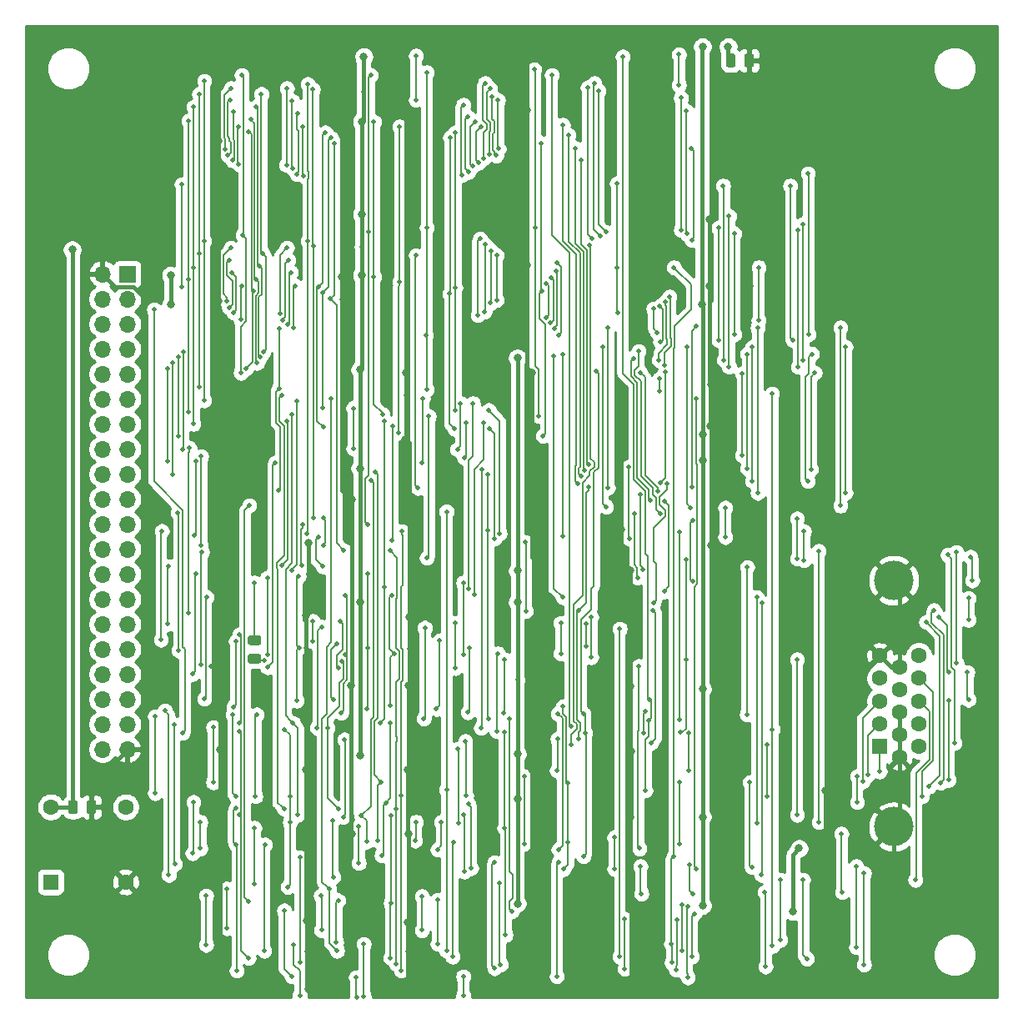
<source format=gbr>
%TF.GenerationSoftware,KiCad,Pcbnew,(5.1.6-0-10_14)*%
%TF.CreationDate,2020-12-19T15:47:54+01:00*%
%TF.ProjectId,vga,7667612e-6b69-4636-9164-5f7063625858,1*%
%TF.SameCoordinates,Original*%
%TF.FileFunction,Copper,L2,Bot*%
%TF.FilePolarity,Positive*%
%FSLAX46Y46*%
G04 Gerber Fmt 4.6, Leading zero omitted, Abs format (unit mm)*
G04 Created by KiCad (PCBNEW (5.1.6-0-10_14)) date 2020-12-19 15:47:54*
%MOMM*%
%LPD*%
G01*
G04 APERTURE LIST*
%TA.AperFunction,ComponentPad*%
%ADD10R,1.700000X1.700000*%
%TD*%
%TA.AperFunction,ComponentPad*%
%ADD11O,1.700000X1.700000*%
%TD*%
%TA.AperFunction,ComponentPad*%
%ADD12R,1.600000X1.600000*%
%TD*%
%TA.AperFunction,ComponentPad*%
%ADD13C,1.600000*%
%TD*%
%TA.AperFunction,ComponentPad*%
%ADD14C,4.000000*%
%TD*%
%TA.AperFunction,ViaPad*%
%ADD15C,0.800000*%
%TD*%
%TA.AperFunction,ViaPad*%
%ADD16C,0.500000*%
%TD*%
%TA.AperFunction,Conductor*%
%ADD17C,0.400000*%
%TD*%
%TA.AperFunction,Conductor*%
%ADD18C,0.160000*%
%TD*%
%TA.AperFunction,Conductor*%
%ADD19C,0.254000*%
%TD*%
G04 APERTURE END LIST*
%TO.P,R6,2*%
%TO.N,/hx2*%
%TA.AperFunction,SMDPad,CuDef*%
G36*
G01*
X74356250Y-113550000D02*
X73443750Y-113550000D01*
G75*
G02*
X73200000Y-113306250I0J243750D01*
G01*
X73200000Y-112818750D01*
G75*
G02*
X73443750Y-112575000I243750J0D01*
G01*
X74356250Y-112575000D01*
G75*
G02*
X74600000Y-112818750I0J-243750D01*
G01*
X74600000Y-113306250D01*
G75*
G02*
X74356250Y-113550000I-243750J0D01*
G01*
G37*
%TD.AperFunction*%
%TO.P,R6,1*%
%TO.N,Net-(R6-Pad1)*%
%TA.AperFunction,SMDPad,CuDef*%
G36*
G01*
X74356250Y-115425000D02*
X73443750Y-115425000D01*
G75*
G02*
X73200000Y-115181250I0J243750D01*
G01*
X73200000Y-114693750D01*
G75*
G02*
X73443750Y-114450000I243750J0D01*
G01*
X74356250Y-114450000D01*
G75*
G02*
X74600000Y-114693750I0J-243750D01*
G01*
X74600000Y-115181250D01*
G75*
G02*
X74356250Y-115425000I-243750J0D01*
G01*
G37*
%TD.AperFunction*%
%TD*%
%TO.P,C13,1*%
%TO.N,VCC*%
%TA.AperFunction,SMDPad,CuDef*%
G36*
G01*
X54975000Y-130456250D02*
X54975000Y-129543750D01*
G75*
G02*
X55218750Y-129300000I243750J0D01*
G01*
X55706250Y-129300000D01*
G75*
G02*
X55950000Y-129543750I0J-243750D01*
G01*
X55950000Y-130456250D01*
G75*
G02*
X55706250Y-130700000I-243750J0D01*
G01*
X55218750Y-130700000D01*
G75*
G02*
X54975000Y-130456250I0J243750D01*
G01*
G37*
%TD.AperFunction*%
%TO.P,C13,2*%
%TO.N,GND*%
%TA.AperFunction,SMDPad,CuDef*%
G36*
G01*
X56850000Y-130456250D02*
X56850000Y-129543750D01*
G75*
G02*
X57093750Y-129300000I243750J0D01*
G01*
X57581250Y-129300000D01*
G75*
G02*
X57825000Y-129543750I0J-243750D01*
G01*
X57825000Y-130456250D01*
G75*
G02*
X57581250Y-130700000I-243750J0D01*
G01*
X57093750Y-130700000D01*
G75*
G02*
X56850000Y-130456250I0J243750D01*
G01*
G37*
%TD.AperFunction*%
%TD*%
%TO.P,C17,2*%
%TO.N,GND*%
%TA.AperFunction,SMDPad,CuDef*%
G36*
G01*
X123650000Y-54656250D02*
X123650000Y-53743750D01*
G75*
G02*
X123893750Y-53500000I243750J0D01*
G01*
X124381250Y-53500000D01*
G75*
G02*
X124625000Y-53743750I0J-243750D01*
G01*
X124625000Y-54656250D01*
G75*
G02*
X124381250Y-54900000I-243750J0D01*
G01*
X123893750Y-54900000D01*
G75*
G02*
X123650000Y-54656250I0J243750D01*
G01*
G37*
%TD.AperFunction*%
%TO.P,C17,1*%
%TO.N,VCC*%
%TA.AperFunction,SMDPad,CuDef*%
G36*
G01*
X121775000Y-54656250D02*
X121775000Y-53743750D01*
G75*
G02*
X122018750Y-53500000I243750J0D01*
G01*
X122506250Y-53500000D01*
G75*
G02*
X122750000Y-53743750I0J-243750D01*
G01*
X122750000Y-54656250D01*
G75*
G02*
X122506250Y-54900000I-243750J0D01*
G01*
X122018750Y-54900000D01*
G75*
G02*
X121775000Y-54656250I0J243750D01*
G01*
G37*
%TD.AperFunction*%
%TD*%
D10*
%TO.P,J1,1*%
%TO.N,VCC*%
X61000000Y-75870000D03*
D11*
%TO.P,J1,2*%
%TO.N,GND*%
X58460000Y-75870000D03*
%TO.P,J1,3*%
%TO.N,N/C*%
X61000000Y-78410000D03*
%TO.P,J1,4*%
%TO.N,/~rst*%
X58460000Y-78410000D03*
%TO.P,J1,5*%
%TO.N,/~rdy*%
X61000000Y-80950000D03*
%TO.P,J1,6*%
%TO.N,/ena*%
X58460000Y-80950000D03*
%TO.P,J1,7*%
%TO.N,N/C*%
X61000000Y-83490000D03*
%TO.P,J1,8*%
%TO.N,/~we*%
X58460000Y-83490000D03*
%TO.P,J1,9*%
%TO.N,N/C*%
X61000000Y-86030000D03*
%TO.P,J1,10*%
X58460000Y-86030000D03*
%TO.P,J1,11*%
%TO.N,/d0*%
X61000000Y-88570000D03*
%TO.P,J1,12*%
%TO.N,/d1*%
X58460000Y-88570000D03*
%TO.P,J1,13*%
%TO.N,/d2*%
X61000000Y-91110000D03*
%TO.P,J1,14*%
%TO.N,/d3*%
X58460000Y-91110000D03*
%TO.P,J1,15*%
%TO.N,/d4*%
X61000000Y-93650000D03*
%TO.P,J1,16*%
%TO.N,/d5*%
X58460000Y-93650000D03*
%TO.P,J1,17*%
%TO.N,/d6*%
X61000000Y-96190000D03*
%TO.P,J1,18*%
%TO.N,/d7*%
X58460000Y-96190000D03*
%TO.P,J1,19*%
%TO.N,N/C*%
X61000000Y-98730000D03*
%TO.P,J1,20*%
X58460000Y-98730000D03*
%TO.P,J1,21*%
X61000000Y-101270000D03*
%TO.P,J1,22*%
X58460000Y-101270000D03*
%TO.P,J1,23*%
%TO.N,/a0*%
X61000000Y-103810000D03*
%TO.P,J1,24*%
%TO.N,/a1*%
X58460000Y-103810000D03*
%TO.P,J1,25*%
%TO.N,/a2*%
X61000000Y-106350000D03*
%TO.P,J1,26*%
%TO.N,/a3*%
X58460000Y-106350000D03*
%TO.P,J1,27*%
%TO.N,/a4*%
X61000000Y-108890000D03*
%TO.P,J1,28*%
%TO.N,/a5*%
X58460000Y-108890000D03*
%TO.P,J1,29*%
%TO.N,/a6*%
X61000000Y-111430000D03*
%TO.P,J1,30*%
%TO.N,/a7*%
X58460000Y-111430000D03*
%TO.P,J1,31*%
%TO.N,/a8*%
X61000000Y-113970000D03*
%TO.P,J1,32*%
%TO.N,/a9*%
X58460000Y-113970000D03*
%TO.P,J1,33*%
%TO.N,/a10*%
X61000000Y-116510000D03*
%TO.P,J1,34*%
%TO.N,/a11*%
X58460000Y-116510000D03*
%TO.P,J1,35*%
%TO.N,/a12*%
X61000000Y-119050000D03*
%TO.P,J1,36*%
%TO.N,/a13*%
X58460000Y-119050000D03*
%TO.P,J1,37*%
%TO.N,/a14*%
X61000000Y-121590000D03*
%TO.P,J1,38*%
%TO.N,/a15*%
X58460000Y-121590000D03*
%TO.P,J1,39*%
%TO.N,GND*%
X61000000Y-124130000D03*
%TO.P,J1,40*%
%TO.N,VCC*%
X58460000Y-124130000D03*
%TD*%
D12*
%TO.P,J2,1*%
%TO.N,/ar*%
X137400000Y-123800000D03*
D13*
%TO.P,J2,2*%
%TO.N,/ag*%
X137400000Y-121510000D03*
%TO.P,J2,3*%
%TO.N,/ab*%
X137400000Y-119220000D03*
%TO.P,J2,4*%
%TO.N,N/C*%
X137400000Y-116930000D03*
%TO.P,J2,5*%
%TO.N,GND*%
X137400000Y-114640000D03*
%TO.P,J2,6*%
X139380000Y-124945000D03*
%TO.P,J2,7*%
X139380000Y-122655000D03*
%TO.P,J2,8*%
X139380000Y-120365000D03*
%TO.P,J2,9*%
%TO.N,N/C*%
X139380000Y-118075000D03*
%TO.P,J2,10*%
%TO.N,GND*%
X139380000Y-115785000D03*
%TO.P,J2,11*%
%TO.N,N/C*%
X141360000Y-123800000D03*
%TO.P,J2,12*%
X141360000Y-121510000D03*
%TO.P,J2,13*%
%TO.N,/hsync_out*%
X141360000Y-119220000D03*
%TO.P,J2,14*%
%TO.N,/vsync_out*%
X141360000Y-116930000D03*
%TO.P,J2,15*%
%TO.N,N/C*%
X141360000Y-114640000D03*
D14*
%TO.P,J2,0*%
%TO.N,GND*%
X138820000Y-106985000D03*
X138820000Y-131985000D03*
%TD*%
D12*
%TO.P,X1,1*%
%TO.N,N/C*%
X53200000Y-137600000D03*
D13*
%TO.P,X1,8*%
%TO.N,VCC*%
X53200000Y-129980000D03*
%TO.P,X1,5*%
%TO.N,/pixel_clk*%
X60820000Y-129980000D03*
%TO.P,X1,4*%
%TO.N,GND*%
X60820000Y-137600000D03*
%TD*%
D15*
%TO.N,VCC*%
X122000000Y-52800000D03*
X128600000Y-140600000D03*
X129200000Y-134200000D03*
X119400000Y-140000000D03*
X119400000Y-131000000D03*
X119400000Y-118000000D03*
X119400000Y-94800000D03*
X119400000Y-92200000D03*
X119337500Y-78937500D03*
X100600000Y-139800000D03*
X100600000Y-129200000D03*
X100600000Y-124600000D03*
X100600000Y-109200000D03*
X100600000Y-84400000D03*
X84800000Y-60400000D03*
X84800000Y-76000000D03*
X84600000Y-85600000D03*
X84600000Y-95600000D03*
X84600000Y-109200000D03*
X84600000Y-124800000D03*
X84800000Y-69800000D03*
X85000000Y-53800000D03*
X119400000Y-52800000D03*
X100600000Y-106000000D03*
X55400000Y-73400000D03*
X65400000Y-79000000D03*
X65400000Y-76000000D03*
D16*
X77700000Y-147200000D03*
X76900010Y-140499990D03*
X100600000Y-117100000D03*
X84800000Y-73089990D03*
X84970000Y-57330000D03*
X110440000Y-136300000D03*
X110440000Y-133100000D03*
D15*
%TO.N,GND*%
X70200000Y-62400000D03*
X70200000Y-78600000D03*
X70400000Y-118000000D03*
X70400000Y-133600000D03*
X70200000Y-148800000D03*
X82800000Y-51800000D03*
X82800000Y-60600000D03*
X82800000Y-76200000D03*
X83800000Y-98800000D03*
X83724990Y-117675010D03*
X83750010Y-132750010D03*
X101600000Y-59200000D03*
X101600000Y-75000000D03*
X102100000Y-85900000D03*
X102100000Y-111900000D03*
X102100000Y-126200000D03*
X102000000Y-137100000D03*
X102000000Y-141600000D03*
X102024990Y-148475010D03*
X109100000Y-144300000D03*
X109024990Y-148475010D03*
X79100000Y-110500000D03*
X79100000Y-126200000D03*
X79150010Y-132750010D03*
X79200000Y-141500000D03*
X79375010Y-148475010D03*
X89600000Y-110700000D03*
X89524990Y-117675010D03*
X89500000Y-126200000D03*
X89549990Y-132750010D03*
X89500000Y-141700000D03*
X89575010Y-148475010D03*
X70200000Y-68100000D03*
X120137500Y-70300000D03*
X120137500Y-77062500D03*
X120274990Y-87125010D03*
X120200000Y-91300000D03*
X120300000Y-103400000D03*
X111100000Y-87400000D03*
X111100000Y-101800000D03*
X112100000Y-106000000D03*
X112100000Y-117700000D03*
X112150010Y-124350010D03*
X112100000Y-131000000D03*
X112150010Y-137550010D03*
X112075010Y-148475010D03*
X122500000Y-116400000D03*
X122600000Y-129600000D03*
X122500000Y-141200000D03*
X122475010Y-148475010D03*
X122600000Y-134200000D03*
X124162500Y-77062500D03*
X131900000Y-128300000D03*
X131900000Y-139300000D03*
X122600000Y-139200000D03*
X62700000Y-124200000D03*
X57800000Y-70000000D03*
X89300000Y-85900000D03*
X89224990Y-92675010D03*
X89200000Y-51800000D03*
X124200000Y-51700000D03*
X70200000Y-51900000D03*
X101600000Y-51800000D03*
X138800000Y-148300000D03*
X135700000Y-51700000D03*
X135700000Y-77000000D03*
X135700000Y-92100000D03*
X138820000Y-138920000D03*
X70400000Y-124200000D03*
X58365000Y-126765000D03*
D16*
X69000000Y-146600000D03*
X79200000Y-144700000D03*
X89500000Y-144700000D03*
X69500000Y-115700000D03*
X79150003Y-113800000D03*
X89600000Y-113900000D03*
D15*
X79400000Y-103200000D03*
D16*
X89300000Y-88200000D03*
X102100000Y-88300000D03*
X124137500Y-61862500D03*
X124137500Y-64162500D03*
D15*
X52800000Y-126600000D03*
X52800000Y-119299998D03*
D16*
%TO.N,/~rst*%
X66500000Y-77200000D03*
X66500000Y-66800000D03*
X110700000Y-66700000D03*
X110770000Y-79767230D03*
X125100000Y-80600000D03*
X125100000Y-75200000D03*
X110700000Y-75200000D03*
X116270000Y-145800000D03*
X116200000Y-143900000D03*
X116500000Y-135000000D03*
X116500000Y-75200000D03*
%TO.N,/ena*%
X95400000Y-128800000D03*
X95300000Y-123300000D03*
X66600000Y-122469999D03*
X63700000Y-79500000D03*
%TO.N,/~we*%
X105200000Y-108700000D03*
X104300000Y-84200000D03*
X124900000Y-131600000D03*
X124900000Y-108700000D03*
%TO.N,/d0*%
X68800000Y-56300000D03*
X68800000Y-72500000D03*
X68800000Y-88700000D03*
%TO.N,/d1*%
X68270000Y-57600000D03*
X68270000Y-73800000D03*
X68270000Y-87300000D03*
%TO.N,/d2*%
X67740000Y-58900000D03*
X67740000Y-75200000D03*
X67700000Y-91100000D03*
%TO.N,/d3*%
X67210000Y-60300000D03*
X67200000Y-76400000D03*
X67200000Y-89900000D03*
%TO.N,/d4*%
X74600000Y-57600000D03*
X66670000Y-83800000D03*
X66600000Y-93700000D03*
X74807232Y-83756014D03*
X74707232Y-73800000D03*
%TO.N,/d5*%
X74070000Y-58900000D03*
X66140000Y-84310041D03*
X66140000Y-92300000D03*
X74494821Y-84330099D03*
X74394821Y-75100000D03*
%TO.N,/d6*%
X73540000Y-60200000D03*
X65610000Y-84885138D03*
X65600000Y-96200000D03*
X74171205Y-84910325D03*
X74082410Y-76400000D03*
%TO.N,/d7*%
X73056907Y-85450047D03*
X65080000Y-85484828D03*
X65080000Y-94900000D03*
X73300000Y-61400000D03*
X73800000Y-77600000D03*
%TO.N,/a0*%
X68500000Y-94400000D03*
X94830000Y-89000000D03*
X94500000Y-93700000D03*
X68452146Y-103440520D03*
%TO.N,/a1*%
X95360000Y-91000000D03*
X95190477Y-94515079D03*
X67970000Y-94900000D03*
X67800000Y-102400000D03*
%TO.N,/a2*%
X97800000Y-91600000D03*
X98300000Y-102709979D03*
%TO.N,/a3*%
X97700000Y-89700000D03*
X98811528Y-102211528D03*
%TO.N,/a4*%
X78200000Y-88800000D03*
X77700000Y-106000000D03*
%TO.N,/a5*%
X77200000Y-90800000D03*
X76680014Y-105486680D03*
%TO.N,/a6*%
X65100000Y-111400000D03*
X65200000Y-105549968D03*
X87900000Y-91300000D03*
X87879601Y-102910343D03*
%TO.N,/a7*%
X67286409Y-93562719D03*
X83950000Y-93600000D03*
X83950000Y-89500000D03*
X67200000Y-110300000D03*
%TO.N,/a8*%
X66200000Y-114100000D03*
X66100000Y-100100000D03*
%TO.N,/a9*%
X64400000Y-113000000D03*
X64500000Y-101970000D03*
%TO.N,/a10*%
X67600000Y-116500000D03*
X80400000Y-102600000D03*
X80822536Y-105569942D03*
X67969990Y-106269990D03*
%TO.N,/a11*%
X68430000Y-115500000D03*
X68573418Y-104129947D03*
X80869990Y-100600000D03*
X80869990Y-103409927D03*
%TO.N,/a12*%
X68800000Y-119000000D03*
X69030000Y-108700000D03*
X117700000Y-104900000D03*
X117175233Y-122424767D03*
X129000000Y-130800000D03*
X129000000Y-115000000D03*
X117700000Y-115000000D03*
%TO.N,/a14*%
X95600000Y-129700000D03*
X95900000Y-136209999D03*
X65730000Y-121600000D03*
X65800000Y-135800000D03*
%TO.N,/a15*%
X64800000Y-120200000D03*
X65200000Y-136900000D03*
X95200000Y-136570000D03*
X95130000Y-130800000D03*
%TO.N,/rdy_out*%
X117030000Y-121100000D03*
X117030000Y-102065000D03*
X105240000Y-102500000D03*
X105200000Y-84030000D03*
%TO.N,/v_clk*%
X69000000Y-144000000D03*
X69000000Y-139000000D03*
X82200000Y-143700000D03*
X92500000Y-143900000D03*
X125800000Y-146200000D03*
X125700000Y-138630000D03*
X82391537Y-139481558D03*
X92500000Y-139410043D03*
%TO.N,/a_sel_clk*%
X113000000Y-134200000D03*
X112900000Y-115700000D03*
%TO.N,/hx0*%
X78450000Y-113800000D03*
X78200000Y-119200000D03*
X129025233Y-104774767D03*
X129000000Y-100700000D03*
X78400000Y-106566978D03*
%TO.N,Net-(R3-Pad1)*%
X121700000Y-99600000D03*
X121700000Y-102595000D03*
X111889960Y-95500000D03*
X111947998Y-102707953D03*
%TO.N,/~h_rst*%
X80700000Y-111700000D03*
X91200000Y-111800000D03*
X100030000Y-140600000D03*
X118300000Y-145200000D03*
X99800000Y-121000000D03*
X91099998Y-121000000D03*
X80251287Y-121950093D03*
X72369990Y-112500000D03*
X72369990Y-121500000D03*
X118555272Y-140819440D03*
%TO.N,/pixel_clk*%
X92700000Y-113100000D03*
X63800000Y-120800000D03*
X63800000Y-128600000D03*
X82300000Y-113400000D03*
X92381127Y-120029946D03*
X81909322Y-119063144D03*
X71770279Y-119816211D03*
X72009979Y-113200000D03*
%TO.N,/hx3*%
X91000000Y-88500000D03*
X90900000Y-95045079D03*
X76000000Y-95045079D03*
X75200000Y-115800000D03*
%TO.N,/hx2*%
X123900000Y-120600000D03*
X123935222Y-105664778D03*
X73900000Y-107200000D03*
%TO.N,/hx1*%
X75200000Y-114500000D03*
X129709189Y-104923790D03*
X129700000Y-102000000D03*
X75201238Y-106700000D03*
%TO.N,Net-(U1-Pad15)*%
X79800000Y-113200000D03*
X79800000Y-111100000D03*
X82600000Y-111100000D03*
X82429979Y-115900000D03*
%TO.N,Net-(U2-Pad15)*%
X77900000Y-144000000D03*
X78500000Y-149125010D03*
X84200000Y-147300000D03*
X84300000Y-149300002D03*
%TO.N,/vy0*%
X74900000Y-144600000D03*
X107100000Y-64300000D03*
X86769990Y-127439068D03*
X86200000Y-96000000D03*
X86389047Y-133409979D03*
X74964272Y-133809979D03*
X107867827Y-95194686D03*
%TO.N,/vy1*%
X73300000Y-145300000D03*
X97000000Y-95730001D03*
X106500000Y-63100000D03*
X96900000Y-121969990D03*
X107418049Y-95776412D03*
X72369990Y-130800000D03*
X72369990Y-122300000D03*
%TO.N,/vy2*%
X97630000Y-96260001D03*
X105800000Y-61800000D03*
X131200000Y-131500000D03*
X78500000Y-145800000D03*
X87250002Y-129550000D03*
X131200000Y-104000000D03*
X97603016Y-101873010D03*
X86800000Y-134900000D03*
X97700000Y-121000000D03*
X87700000Y-121469990D03*
X78500000Y-135100011D03*
X107100000Y-96400000D03*
%TO.N,/vy3*%
X72100000Y-146600000D03*
X105224767Y-60724767D03*
X84750000Y-130850000D03*
X85769990Y-96800000D03*
X85300000Y-133500000D03*
X106700000Y-97200002D03*
X72009979Y-133809979D03*
X72009979Y-130100000D03*
%TO.N,/~v_rst*%
X117900000Y-147300000D03*
X90900000Y-142500000D03*
X80700000Y-142500000D03*
X71050000Y-138300000D03*
X71100000Y-142300000D03*
X80634122Y-138998084D03*
X90900000Y-139050032D03*
X117906765Y-140071759D03*
%TO.N,/hx6*%
X69700000Y-121900000D03*
X69700000Y-127500000D03*
X83146511Y-114491767D03*
X82719355Y-120426667D03*
X83150000Y-108500000D03*
X96100000Y-89000000D03*
X95670000Y-107850000D03*
%TO.N,/char_a3*%
X102400000Y-71200000D03*
X102750000Y-90300000D03*
X102300000Y-55100000D03*
%TO.N,/hx5*%
X88100000Y-114400000D03*
X72000000Y-128900000D03*
X96200000Y-108400000D03*
X87719718Y-119689957D03*
X71704843Y-120631195D03*
X87866458Y-108467492D03*
X97175006Y-90975000D03*
%TO.N,/char_a2*%
X103200000Y-92300000D03*
X103000000Y-62600000D03*
X103070000Y-77627188D03*
%TO.N,/char_a1*%
X93770000Y-62000000D03*
X93700000Y-77900000D03*
X94200000Y-91600000D03*
%TO.N,/hx4*%
X74000000Y-128900000D03*
X91600000Y-90300000D03*
X91400000Y-104700000D03*
X101450000Y-110100000D03*
X85409979Y-113800000D03*
X85286473Y-120029946D03*
X74100000Y-120609979D03*
X85399998Y-106300000D03*
X101400000Y-103100011D03*
%TO.N,/char_a0*%
X94300000Y-61500000D03*
X94300000Y-77300000D03*
X94300000Y-89700000D03*
%TO.N,/a_sel*%
X76370000Y-97800000D03*
X76400000Y-87500000D03*
X91400000Y-87600000D03*
X91400000Y-71200000D03*
X91400000Y-55400000D03*
X107300000Y-135000000D03*
X107300000Y-120500000D03*
X108570052Y-85755000D03*
X76400000Y-81400000D03*
X91300000Y-82069990D03*
X107454381Y-122475112D03*
X113100000Y-136000000D03*
X113200000Y-138800000D03*
X118400000Y-138800000D03*
X118065201Y-135896717D03*
%TO.N,/hx7*%
X82400000Y-130200000D03*
X76700000Y-88200000D03*
X76900000Y-130200000D03*
X108100000Y-110700000D03*
X108100000Y-114800000D03*
X99300000Y-115000000D03*
X82789956Y-115200000D03*
X99200000Y-120469990D03*
X81311298Y-121950062D03*
%TO.N,/char_a4*%
X81630000Y-62030000D03*
X80800000Y-77800000D03*
X80827702Y-89427266D03*
%TO.N,/hx8*%
X78300000Y-130800000D03*
X95700000Y-113800000D03*
X107570000Y-113700000D03*
X107570000Y-111400000D03*
X77670000Y-90100000D03*
X95586721Y-120389957D03*
X77813656Y-121465972D03*
%TO.N,/char_a5*%
X81100000Y-61500000D03*
X80400000Y-77200000D03*
X80869990Y-91400000D03*
%TO.N,/char_a6*%
X88650000Y-60900000D03*
X88650000Y-76700000D03*
X88500000Y-92000000D03*
%TO.N,/hx9*%
X87100000Y-90800000D03*
X95100000Y-107200000D03*
X95100000Y-114500000D03*
X77500000Y-131500000D03*
X77500000Y-128900000D03*
X77300000Y-138100000D03*
X86695980Y-121469990D03*
X98800000Y-137700000D03*
X98900000Y-146000000D03*
X76933820Y-122120089D03*
X87100000Y-107700000D03*
%TO.N,/char_a7*%
X86030000Y-60400000D03*
X86030000Y-76200000D03*
X86900000Y-90100000D03*
%TO.N,/int_a7*%
X82300000Y-144600004D03*
X133500000Y-132700000D03*
X133600000Y-138650000D03*
X81700000Y-88500000D03*
X81500001Y-138330010D03*
%TO.N,/int_a11*%
X93400000Y-144600000D03*
X93400000Y-128200000D03*
X93400000Y-100000000D03*
%TO.N,/char_a11*%
X85409979Y-101300000D03*
X85500000Y-71609979D03*
X85700000Y-55700000D03*
%TO.N,/int_a10*%
X88800000Y-146600000D03*
X88800000Y-128800000D03*
X88900000Y-102000000D03*
%TO.N,/char_a10*%
X81600000Y-78400000D03*
X82011131Y-62617148D03*
X82979745Y-103915914D03*
%TO.N,/char_a9*%
X79300000Y-72500000D03*
X79300000Y-56600000D03*
X79200000Y-102200000D03*
%TO.N,/int_a9*%
X88270000Y-145900000D03*
X88270000Y-130200000D03*
X78770000Y-101300000D03*
X87652700Y-103970355D03*
X78746704Y-105490044D03*
%TO.N,/char_a8*%
X79830000Y-57130000D03*
X79900246Y-73030000D03*
X79900000Y-100600000D03*
%TO.N,/int_a8*%
X87740000Y-130900000D03*
X87700000Y-145300000D03*
X73330000Y-139600000D03*
X73375000Y-99375000D03*
X87740000Y-139770054D03*
%TO.N,Net-(U11-Pad10)*%
X94300000Y-111300000D03*
X94300000Y-115895000D03*
%TO.N,Net-(U12-Pad10)*%
X85000000Y-143900000D03*
X85000000Y-149200000D03*
X95100000Y-149125010D03*
X95100000Y-147200000D03*
%TO.N,/text_d4*%
X71500000Y-57000000D03*
X70937150Y-63177742D03*
X98625136Y-58208665D03*
X98700368Y-63167144D03*
X117000000Y-56700000D03*
X117000000Y-53600000D03*
%TO.N,/text_d5*%
X71400000Y-58200000D03*
X71198868Y-63826987D03*
X97997467Y-57898748D03*
X98447266Y-63844926D03*
X117200000Y-58000000D03*
X117200000Y-71400000D03*
X109600000Y-71600000D03*
X108844102Y-57289950D03*
%TO.N,/text_d6*%
X71724779Y-59424770D03*
X71669990Y-64344732D03*
X97821687Y-57058746D03*
X97753821Y-63749267D03*
X118260000Y-63100000D03*
X118300000Y-72400000D03*
X107734879Y-56929939D03*
X108160108Y-72266369D03*
%TO.N,/text_d7*%
X72254779Y-60900000D03*
X72300000Y-64700000D03*
X97300000Y-56500001D03*
X97173210Y-64140300D03*
X117730000Y-59300000D03*
X117800000Y-71800000D03*
X109000000Y-72000000D03*
X108400000Y-56500000D03*
%TO.N,/text_d3*%
X95100000Y-58700000D03*
X95000000Y-65800004D03*
X78769990Y-60900000D03*
X78884871Y-65900497D03*
%TO.N,/text_d2*%
X78260000Y-59600000D03*
X95530010Y-59900000D03*
X95643396Y-65524211D03*
X78206020Y-65729681D03*
%TO.N,/text_d1*%
X77730000Y-58300000D03*
X96300000Y-60400000D03*
X96033315Y-64942851D03*
X77785510Y-65170050D03*
%TO.N,/text_d0*%
X77200000Y-57000000D03*
X96875004Y-60925000D03*
X96640369Y-64594280D03*
X77143659Y-64810041D03*
%TO.N,/~text_ram_cs*%
X104100000Y-55700000D03*
X106090021Y-121835145D03*
%TO.N,/~color_ram_we*%
X90500000Y-97600000D03*
X90300000Y-74000000D03*
X107800000Y-97500000D03*
X106830010Y-123096743D03*
X106830010Y-110000000D03*
X113400000Y-122500000D03*
X113600000Y-120300000D03*
%TO.N,/~color_ram_cs*%
X107888472Y-72911528D03*
X106090021Y-123700000D03*
%TO.N,/color_d7*%
X72579999Y-77100000D03*
X72500000Y-80490000D03*
X96800000Y-72300000D03*
X96573890Y-80050030D03*
X114400000Y-79400000D03*
X114800000Y-81800000D03*
%TO.N,/color_d0*%
X77200000Y-73200000D03*
X76470060Y-79886228D03*
X103500000Y-76800000D03*
X103516399Y-80299169D03*
%TO.N,/color_d6*%
X97300000Y-72900000D03*
X71800000Y-79800000D03*
X71625004Y-75774996D03*
X97265687Y-79690020D03*
X115061197Y-79170140D03*
X115100002Y-82800000D03*
%TO.N,/color_d1*%
X77325000Y-74475000D03*
X76742796Y-80530923D03*
X103991567Y-76228399D03*
X103968688Y-80833445D03*
%TO.N,/color_d5*%
X97900000Y-73500000D03*
X71317808Y-79292548D03*
X71325000Y-74475000D03*
X114970000Y-84600000D03*
X97848131Y-78823665D03*
X115597668Y-78720456D03*
%TO.N,/color_d4*%
X71500000Y-73200000D03*
X98500000Y-74000000D03*
X71109979Y-78600000D03*
X98484988Y-78509979D03*
X115542772Y-85102331D03*
X116025852Y-78166674D03*
%TO.N,/color_d2*%
X77600000Y-75700000D03*
X77273890Y-80986945D03*
X104500000Y-75600000D03*
X104341566Y-81425880D03*
%TO.N,/color_d3*%
X78025002Y-77075000D03*
X77900000Y-81300000D03*
X104790007Y-82091741D03*
X104600000Y-74700000D03*
%TO.N,/vy9*%
X94000000Y-145200000D03*
X90300000Y-131500000D03*
X94100000Y-133609979D03*
X90203967Y-133409979D03*
%TO.N,/hx_or_654*%
X82900000Y-131000000D03*
X98500000Y-122300000D03*
X98600000Y-114400000D03*
X105000000Y-114400000D03*
X105000000Y-111300000D03*
X83050411Y-123150412D03*
%TO.N,/hsync_int*%
X81800000Y-131400000D03*
X81900000Y-137100000D03*
X127300000Y-137400000D03*
X127300000Y-143500000D03*
%TO.N,/vy_nand_9320*%
X84500000Y-132000000D03*
X84500000Y-135679999D03*
X98300000Y-135600000D03*
X111500000Y-146400000D03*
X111500010Y-141379999D03*
X116700000Y-146500000D03*
X98298432Y-146357955D03*
X116801737Y-141472044D03*
%TO.N,Net-(U15-Pad12)*%
X114379999Y-110000000D03*
X114157535Y-123505582D03*
%TO.N,/hx_or_87*%
X110970000Y-145200000D03*
X111000000Y-111900000D03*
%TO.N,/~hx_lt_640*%
X104800000Y-135600000D03*
X104600000Y-147179999D03*
%TO.N,Net-(U16-Pad12)*%
X73900000Y-132100000D03*
X73900000Y-137770000D03*
X117330010Y-144600000D03*
X117282435Y-139882410D03*
%TO.N,/cgrom_d0*%
X122630000Y-82000000D03*
X122630000Y-71800000D03*
%TO.N,/cgrom_d1*%
X121040000Y-82600000D03*
X121000000Y-71200000D03*
%TO.N,/cgrom_d2*%
X121570000Y-84600000D03*
X121500000Y-66900000D03*
%TO.N,/cgrom_d3*%
X122100000Y-85300000D03*
X122100000Y-70000000D03*
%TO.N,/cgrom_d4*%
X129100000Y-85300000D03*
X129044289Y-71430010D03*
%TO.N,/cgrom_d5*%
X129630000Y-84600000D03*
X129594976Y-70805024D03*
%TO.N,/cgrom_d6*%
X128570000Y-82600000D03*
X128300000Y-66900000D03*
%TO.N,/cgrom_d7*%
X130160000Y-82000000D03*
X130100000Y-65700000D03*
%TO.N,/stored_pixel7*%
X133400000Y-81300000D03*
X133400000Y-99400000D03*
%TO.N,/stored_pixel6*%
X133930000Y-83300000D03*
X133930000Y-98100000D03*
%TO.N,/stored_pixel5*%
X130500000Y-84000000D03*
X130100000Y-96900000D03*
%TO.N,/stored_pixel4*%
X130800000Y-85900000D03*
X130400000Y-95700000D03*
%TO.N,/buf_clk*%
X115070000Y-86475010D03*
X115000000Y-87800000D03*
X126500000Y-144100000D03*
X126500000Y-122100000D03*
X126449999Y-88049999D03*
%TO.N,/stored_pixel3*%
X123410000Y-86000000D03*
X123410000Y-94300000D03*
%TO.N,/stored_pixel2*%
X123940000Y-84000000D03*
X123940000Y-95600000D03*
%TO.N,/stored_pixel1*%
X124470000Y-83300000D03*
X124470000Y-96900000D03*
%TO.N,/stored_pixel0*%
X125000000Y-81300000D03*
X125000000Y-98100000D03*
%TO.N,/stored_color0*%
X109800000Y-81300000D03*
X109800000Y-97600000D03*
%TO.N,/stored_color1*%
X109270000Y-83300000D03*
X109600000Y-99500000D03*
%TO.N,/stored_color2*%
X112900000Y-83700000D03*
X115100002Y-100200000D03*
%TO.N,/stored_color3*%
X113075000Y-85875000D03*
X114850032Y-97908316D03*
%TO.N,/stored_color4*%
X115600000Y-85800000D03*
X115100000Y-97100000D03*
%TO.N,/stored_color5*%
X112369990Y-84500000D03*
X114130010Y-98895981D03*
%TO.N,/stored_color6*%
X117817590Y-83300000D03*
X118200000Y-99600000D03*
%TO.N,/stored_color7*%
X118750000Y-81200000D03*
X118300000Y-97500000D03*
%TO.N,/color_out_b*%
X146800000Y-107000000D03*
X146600000Y-104600000D03*
X113070000Y-98300000D03*
X113310015Y-105900000D03*
%TO.N,/color_out_g*%
X112500000Y-100200000D03*
X145176000Y-104130000D03*
X145200000Y-115400000D03*
X112800000Y-106700000D03*
%TO.N,/color_out_r*%
X118400000Y-100900000D03*
X118400000Y-107084789D03*
X144300000Y-104400000D03*
X145000000Y-123500000D03*
%TO.N,/color_out_i*%
X115500000Y-108100000D03*
X115550032Y-98900000D03*
%TO.N,/~pixel_ena*%
X114400000Y-109300000D03*
X125430000Y-109300000D03*
X125400000Y-136900000D03*
X135800000Y-136700000D03*
X135800000Y-146000000D03*
X115799660Y-97149888D03*
%TO.N,/vy_nand_3*%
X68400000Y-131500000D03*
X68400000Y-134200000D03*
X101300000Y-126900000D03*
X135100000Y-126900000D03*
X135100000Y-129500000D03*
X101300000Y-133700000D03*
%TO.N,/vy_8765*%
X67700000Y-129500000D03*
X92870000Y-131500000D03*
X92500000Y-134300000D03*
X67600000Y-134700000D03*
%TO.N,/hsync_out*%
X141000000Y-137400000D03*
X129600000Y-137400000D03*
X130000000Y-145400000D03*
%TO.N,/~pixel_ena_int*%
X105240000Y-119800000D03*
X105300000Y-136300000D03*
X117030000Y-133700000D03*
X117100000Y-127500000D03*
X135000000Y-144200000D03*
X135000000Y-136000000D03*
X124400000Y-136100000D03*
X124200000Y-127500000D03*
X105730010Y-127540000D03*
X105730010Y-133600000D03*
%TO.N,/acc_req*%
X104670000Y-123100000D03*
X104600000Y-126300000D03*
X118000000Y-126300000D03*
X118000000Y-122500000D03*
%TO.N,/~acc_req*%
X125970000Y-128900000D03*
X125960000Y-123700000D03*
%TO.N,/vsync_out*%
X141700000Y-128900000D03*
%TO.N,/a_13_xor_12*%
X94600000Y-131600000D03*
X94500000Y-124100000D03*
%TO.N,/ext_sel*%
X99400000Y-143000000D03*
X99270000Y-132100000D03*
X99270000Y-122400000D03*
%TO.N,/buf_a_sel*%
X104710000Y-120500000D03*
X104770000Y-134300000D03*
%TO.N,Net-(D1-Pad6)*%
X146400000Y-108800000D03*
X146400000Y-111000000D03*
%TO.N,Net-(D1-Pad4)*%
X142100000Y-111230000D03*
X142400000Y-127930000D03*
%TO.N,Net-(D1-Pad5)*%
X143400000Y-110700000D03*
X146300000Y-116300000D03*
X146400000Y-119100000D03*
X144390021Y-116300000D03*
%TO.N,/ar*%
X137400000Y-126400000D03*
%TO.N,/ag*%
X136200000Y-126700000D03*
X144400000Y-119200000D03*
X144400000Y-127250014D03*
%TO.N,/ab*%
X135700000Y-127400000D03*
X142900000Y-110000000D03*
X143540832Y-127538716D03*
%TO.N,Net-(R6-Pad1)*%
X74932694Y-115153046D03*
%TO.N,/~a_sel*%
X72600000Y-55700000D03*
X72700000Y-71900000D03*
X118797600Y-136300000D03*
X118797600Y-88532399D03*
X72500000Y-85932447D03*
%TO.N,/~text_ram_we*%
X113600000Y-128300000D03*
X111300000Y-53800000D03*
X90300000Y-53700000D03*
X90300000Y-58200000D03*
X113930010Y-121200000D03*
X114000000Y-119100002D03*
%TD*%
D17*
%TO.N,VCC*%
X122000000Y-53937500D02*
X122262500Y-54200000D01*
X122000000Y-52800000D02*
X122000000Y-53937500D01*
X53220000Y-130000000D02*
X53200000Y-129980000D01*
X55462500Y-130000000D02*
X53220000Y-130000000D01*
X128600000Y-134800000D02*
X129200000Y-134200000D01*
X128600000Y-140600000D02*
X128600000Y-134800000D01*
X119400000Y-140000000D02*
X119400000Y-131000000D01*
X119400000Y-131000000D02*
X119400000Y-118000000D01*
X119400000Y-118000000D02*
X119400000Y-94800000D01*
X119400000Y-92200000D02*
X119400000Y-94800000D01*
X119400000Y-79000000D02*
X119337500Y-78937500D01*
X119400000Y-92200000D02*
X119400000Y-79000000D01*
X100600000Y-139800000D02*
X100600000Y-129200000D01*
X100600000Y-129200000D02*
X100600000Y-124600000D01*
X84800000Y-85400000D02*
X84600000Y-85600000D01*
X84800000Y-76000000D02*
X84800000Y-85400000D01*
X84600000Y-95600000D02*
X84600000Y-85600000D01*
X84600000Y-95600000D02*
X84600000Y-109200000D01*
X84600000Y-109200000D02*
X84600000Y-124800000D01*
X84800000Y-60400000D02*
X84800000Y-69800000D01*
X85000000Y-60200000D02*
X84800000Y-60400000D01*
X85000000Y-53800000D02*
X85000000Y-60200000D01*
X119337500Y-52862500D02*
X119400000Y-52800000D01*
X119337500Y-78937500D02*
X119337500Y-52862500D01*
X100600000Y-106000000D02*
X100600000Y-84400000D01*
X100600000Y-109200000D02*
X100600000Y-106000000D01*
X55462500Y-73462500D02*
X55400000Y-73400000D01*
X55462500Y-130000000D02*
X55462500Y-73462500D01*
X65400000Y-79000000D02*
X65400000Y-76000000D01*
D18*
X76900010Y-146400010D02*
X76900010Y-140499990D01*
X77700000Y-147200000D02*
X76900010Y-146400010D01*
D17*
X100600000Y-117100000D02*
X100600000Y-109200000D01*
X100600000Y-124600000D02*
X100600000Y-117100000D01*
X84800000Y-69800000D02*
X84800000Y-76000000D01*
D18*
X110440000Y-136300000D02*
X110440000Y-133100000D01*
D17*
%TO.N,GND*%
X70200000Y-117800000D02*
X70400000Y-118000000D01*
X70400000Y-148600000D02*
X70200000Y-148800000D01*
X82800000Y-51800000D02*
X82800000Y-60600000D01*
X82800000Y-60600000D02*
X82800000Y-76200000D01*
X82800000Y-97800000D02*
X83800000Y-98800000D01*
X82800000Y-76200000D02*
X82800000Y-97800000D01*
X83800000Y-117600000D02*
X83724990Y-117675010D01*
X83800000Y-98800000D02*
X83800000Y-117600000D01*
X83724990Y-132724990D02*
X83750010Y-132750010D01*
X83724990Y-117675010D02*
X83724990Y-132724990D01*
X101600000Y-59200000D02*
X101600000Y-75000000D01*
X101600000Y-85400000D02*
X102100000Y-85900000D01*
X101600000Y-75000000D02*
X101600000Y-85400000D01*
X102100000Y-111900000D02*
X102100000Y-126200000D01*
X102100000Y-137000000D02*
X102000000Y-137100000D01*
X102100000Y-126200000D02*
X102100000Y-137000000D01*
X102000000Y-137100000D02*
X102000000Y-141600000D01*
X102000000Y-148450020D02*
X102024990Y-148475010D01*
X102000000Y-141600000D02*
X102000000Y-148450020D01*
X109100000Y-148400000D02*
X109024990Y-148475010D01*
X109100000Y-144300000D02*
X109100000Y-148400000D01*
X79100000Y-110500000D02*
X79100000Y-126200000D01*
X79100000Y-126200000D02*
X79100000Y-132700000D01*
X79100000Y-132700000D02*
X79150010Y-132750010D01*
X79150010Y-141450010D02*
X79200000Y-141500000D01*
X79150010Y-132750010D02*
X79150010Y-141450010D01*
X79200000Y-148300000D02*
X79375010Y-148475010D01*
X89600000Y-117600000D02*
X89524990Y-117675010D01*
X89524990Y-126175010D02*
X89500000Y-126200000D01*
X89524990Y-117675010D02*
X89524990Y-126175010D01*
X89500000Y-132700020D02*
X89549990Y-132750010D01*
X89500000Y-126200000D02*
X89500000Y-132700020D01*
X89549990Y-141650010D02*
X89500000Y-141700000D01*
X89549990Y-132750010D02*
X89549990Y-141650010D01*
X89500000Y-148400000D02*
X89575010Y-148475010D01*
X70200000Y-68100000D02*
X70200000Y-78600000D01*
X70200000Y-62400000D02*
X70200000Y-68100000D01*
X120137500Y-70300000D02*
X120137500Y-77062500D01*
X120137500Y-86987520D02*
X120274990Y-87125010D01*
X120137500Y-77062500D02*
X120137500Y-86987520D01*
X120200000Y-87200000D02*
X120274990Y-87125010D01*
X120200000Y-91300000D02*
X120200000Y-87200000D01*
X120300000Y-91400000D02*
X120200000Y-91300000D01*
X120300000Y-103400000D02*
X120300000Y-91400000D01*
X111100000Y-87400000D02*
X111100000Y-101800000D01*
X111100000Y-105000000D02*
X112100000Y-106000000D01*
X111100000Y-101800000D02*
X111100000Y-105000000D01*
X112100000Y-106000000D02*
X112100000Y-117700000D01*
X112100000Y-124300000D02*
X112150010Y-124350010D01*
X112100000Y-117700000D02*
X112100000Y-124300000D01*
X112150010Y-130949990D02*
X112100000Y-131000000D01*
X112150010Y-124350010D02*
X112150010Y-130949990D01*
X112100000Y-137500000D02*
X112150010Y-137550010D01*
X112100000Y-131000000D02*
X112100000Y-137500000D01*
X112150010Y-148400010D02*
X112075010Y-148475010D01*
X112150010Y-137550010D02*
X112150010Y-148400010D01*
X122500000Y-129500000D02*
X122600000Y-129600000D01*
X122500000Y-116400000D02*
X122500000Y-129500000D01*
X122600000Y-141100000D02*
X122500000Y-141200000D01*
X122500000Y-148450020D02*
X122475010Y-148475010D01*
X122500000Y-141200000D02*
X122500000Y-148450020D01*
X122600000Y-129600000D02*
X122600000Y-134200000D01*
X122500000Y-105600000D02*
X120300000Y-103400000D01*
X122500000Y-116400000D02*
X122500000Y-105600000D01*
X124137500Y-77037500D02*
X124162500Y-77062500D01*
X131900000Y-128300000D02*
X131900000Y-139300000D01*
X122600000Y-139200000D02*
X122600000Y-141100000D01*
X122600000Y-134200000D02*
X122600000Y-139200000D01*
X59749999Y-77159999D02*
X58460000Y-75870000D01*
X61600001Y-77159999D02*
X59749999Y-77159999D01*
X62700000Y-78259998D02*
X61600001Y-77159999D01*
X62700000Y-124200000D02*
X62700000Y-78259998D01*
X58460000Y-70660000D02*
X57800000Y-70000000D01*
X58460000Y-75870000D02*
X58460000Y-70660000D01*
X89300000Y-92600000D02*
X89224990Y-92675010D01*
X89600000Y-93050020D02*
X89224990Y-92675010D01*
X89600000Y-110700000D02*
X89600000Y-93050020D01*
X89300000Y-51900000D02*
X89200000Y-51800000D01*
X89300000Y-85900000D02*
X89300000Y-51900000D01*
X124200000Y-54137500D02*
X124137500Y-54200000D01*
X124200000Y-51700000D02*
X124200000Y-54137500D01*
X70200000Y-62400000D02*
X70200000Y-51900000D01*
X101600000Y-59200000D02*
X101600000Y-51800000D01*
X139380000Y-120365000D02*
X139380000Y-122655000D01*
X139380000Y-122655000D02*
X139380000Y-124945000D01*
X139380000Y-131425000D02*
X138820000Y-131985000D01*
X139380000Y-124945000D02*
X139380000Y-131425000D01*
X138820000Y-148280000D02*
X138800000Y-148300000D01*
X138545000Y-115785000D02*
X137400000Y-114640000D01*
X139380000Y-115785000D02*
X138545000Y-115785000D01*
X139380000Y-107545000D02*
X138820000Y-106985000D01*
X139380000Y-115785000D02*
X139380000Y-107545000D01*
X135700000Y-51700000D02*
X135700000Y-77000000D01*
X135700000Y-77000000D02*
X135700000Y-92100000D01*
X135700000Y-103865000D02*
X138820000Y-106985000D01*
X135700000Y-92100000D02*
X135700000Y-103865000D01*
X138820000Y-138920000D02*
X138820000Y-148280000D01*
X138820000Y-131985000D02*
X138820000Y-138920000D01*
X62700000Y-135720000D02*
X62700000Y-124200000D01*
X60820000Y-137600000D02*
X62700000Y-135720000D01*
X70400000Y-124200000D02*
X70400000Y-133600000D01*
X70400000Y-118000000D02*
X70400000Y-124200000D01*
X57337500Y-130000000D02*
X57337500Y-127792500D01*
X58365000Y-126765000D02*
X61000000Y-124130000D01*
X57337500Y-127792500D02*
X58365000Y-126765000D01*
D18*
X69000000Y-146600000D02*
X70300000Y-146600000D01*
D17*
X70400000Y-146700000D02*
X70400000Y-148600000D01*
D18*
X70300000Y-146600000D02*
X70400000Y-146700000D01*
D17*
X70400000Y-133600000D02*
X70400000Y-146700000D01*
X79200000Y-144700000D02*
X79200000Y-148300000D01*
X79200000Y-141500000D02*
X79200000Y-144700000D01*
X89500000Y-144700000D02*
X89500000Y-148400000D01*
X89500000Y-141700000D02*
X89500000Y-144700000D01*
D18*
X69500000Y-115700000D02*
X70200000Y-115700000D01*
D17*
X70200000Y-115700000D02*
X70200000Y-117800000D01*
X70200000Y-78600000D02*
X70200000Y-115700000D01*
X89600000Y-113900000D02*
X89600000Y-117600000D01*
X89600000Y-110700000D02*
X89600000Y-113900000D01*
X79561412Y-110038588D02*
X79100000Y-110500000D01*
X79561412Y-106133393D02*
X79561412Y-110038588D01*
X79400000Y-105971981D02*
X79561412Y-106133393D01*
X79400000Y-103200000D02*
X79400000Y-105971981D01*
X89300000Y-88200000D02*
X89300000Y-92600000D01*
X89300000Y-85900000D02*
X89300000Y-88200000D01*
X102100000Y-85900000D02*
X102100000Y-88300000D01*
X124137500Y-54200000D02*
X124137500Y-61862500D01*
X124137500Y-64162500D02*
X124137500Y-77037500D01*
X124137500Y-61862500D02*
X124137500Y-64162500D01*
X102100000Y-88300000D02*
X102100000Y-104637996D01*
X102499999Y-111500001D02*
X102100000Y-111900000D01*
X102499999Y-105037995D02*
X102499999Y-111500001D01*
X102100000Y-104637996D02*
X102499999Y-105037995D01*
X52800000Y-126600000D02*
X52800000Y-119299998D01*
D18*
%TO.N,/~rst*%
X66500000Y-77200000D02*
X66500000Y-66800000D01*
X110700000Y-79697230D02*
X110770000Y-79767230D01*
X125100000Y-80600000D02*
X125100000Y-75200000D01*
X110700000Y-75200000D02*
X110700000Y-79697230D01*
X110700000Y-66700000D02*
X110700000Y-75200000D01*
X116270000Y-143970000D02*
X116200000Y-143900000D01*
X116270000Y-145800000D02*
X116270000Y-143970000D01*
X116200000Y-135300000D02*
X116500000Y-135000000D01*
X116200000Y-143900000D02*
X116200000Y-135300000D01*
X116550022Y-83352642D02*
X116550022Y-81184104D01*
X116500000Y-135000000D02*
X116500000Y-83402666D01*
X118263342Y-76963342D02*
X116749999Y-75449999D01*
X118263342Y-79470784D02*
X118263342Y-76963342D01*
X116500000Y-83402666D02*
X116550022Y-83352642D01*
X116550022Y-81184104D02*
X118263342Y-79470784D01*
X116749999Y-75449999D02*
X116500000Y-75200000D01*
%TO.N,/ena*%
X95400000Y-123400000D02*
X95300000Y-123300000D01*
X95400000Y-128800000D02*
X95400000Y-123400000D01*
X66630001Y-99845599D02*
X63700000Y-96915598D01*
X66630001Y-113745599D02*
X66630001Y-99845599D01*
X66849999Y-113965597D02*
X66630001Y-113745599D01*
X63700000Y-96915598D02*
X63700000Y-79500000D01*
X66600000Y-122469999D02*
X66849999Y-122220000D01*
X66849999Y-122220000D02*
X66849999Y-113965597D01*
%TO.N,/~we*%
X104300000Y-107800000D02*
X104300000Y-84200000D01*
X105200000Y-108700000D02*
X104300000Y-107800000D01*
X124900000Y-131600000D02*
X124900000Y-108700000D01*
%TO.N,/d0*%
X68800000Y-56300000D02*
X68800000Y-72500000D01*
X68800000Y-72500000D02*
X68800000Y-88700000D01*
%TO.N,/d1*%
X68270000Y-57600000D02*
X68270000Y-73800000D01*
X68270000Y-73800000D02*
X68270000Y-87300000D01*
%TO.N,/d2*%
X67740000Y-58900000D02*
X67740000Y-75200000D01*
X67740000Y-91060000D02*
X67700000Y-91100000D01*
X67740000Y-75200000D02*
X67740000Y-91060000D01*
%TO.N,/d3*%
X67210000Y-76390000D02*
X67200000Y-76400000D01*
X67210000Y-60300000D02*
X67210000Y-76390000D01*
X67200000Y-76400000D02*
X67200000Y-89900000D01*
%TO.N,/d4*%
X66670000Y-93630000D02*
X66600000Y-93700000D01*
X66670000Y-83800000D02*
X66670000Y-93630000D01*
X74600000Y-73692768D02*
X74707232Y-73800000D01*
X75057231Y-83506015D02*
X75057231Y-74149999D01*
X74600000Y-57600000D02*
X74600000Y-73692768D01*
X74807232Y-83756014D02*
X75057231Y-83506015D01*
X75057231Y-74149999D02*
X74707232Y-73800000D01*
%TO.N,/d5*%
X66140000Y-84310041D02*
X66140000Y-92300000D01*
X74324822Y-78230949D02*
X74644820Y-77910951D01*
X74224822Y-59054822D02*
X74224822Y-74930001D01*
X74494821Y-84330099D02*
X74324822Y-84160100D01*
X74070000Y-58900000D02*
X74224822Y-59054822D01*
X74324822Y-84160100D02*
X74324822Y-78230949D01*
X74644820Y-77910951D02*
X74644820Y-75349999D01*
X74644820Y-75349999D02*
X74394821Y-75100000D01*
X74224822Y-74930001D02*
X74394821Y-75100000D01*
%TO.N,/d6*%
X65610000Y-96190000D02*
X65600000Y-96200000D01*
X65610000Y-84885138D02*
X65610000Y-96190000D01*
X73912411Y-60572411D02*
X73912411Y-76230001D01*
X74332409Y-76649999D02*
X74082410Y-76400000D01*
X73912411Y-76230001D02*
X74082410Y-76400000D01*
X74171205Y-84910325D02*
X74012411Y-84751531D01*
X73540000Y-60200000D02*
X73912411Y-60572411D01*
X74012411Y-78101545D02*
X74332409Y-77781547D01*
X74332409Y-77781547D02*
X74332409Y-76649999D01*
X74012411Y-84751531D02*
X74012411Y-78101545D01*
%TO.N,/d7*%
X65080000Y-85484828D02*
X65080000Y-94900000D01*
X73700000Y-84806954D02*
X73700000Y-77700000D01*
X73056907Y-85450047D02*
X73700000Y-84806954D01*
X73700000Y-77700000D02*
X73800000Y-77600000D01*
X73300000Y-61400000D02*
X73600000Y-61700000D01*
X73600000Y-77400000D02*
X73800000Y-77600000D01*
X73600000Y-61700000D02*
X73600000Y-77400000D01*
%TO.N,/a0*%
X94830000Y-93370000D02*
X94500000Y-93700000D01*
X94830000Y-89000000D02*
X94830000Y-93370000D01*
X68500000Y-94400000D02*
X68500000Y-103392666D01*
X68500000Y-103392666D02*
X68452146Y-103440520D01*
%TO.N,/a1*%
X95360000Y-94345556D02*
X95190477Y-94515079D01*
X95360000Y-91000000D02*
X95360000Y-94345556D01*
X67970000Y-102230000D02*
X67800000Y-102400000D01*
X67970000Y-94900000D02*
X67970000Y-102230000D01*
%TO.N,/a2*%
X98281527Y-92081527D02*
X98281527Y-102691506D01*
X97800000Y-91600000D02*
X98281527Y-92081527D01*
X98281527Y-102691506D02*
X98300000Y-102709979D01*
%TO.N,/a3*%
X97700000Y-89700000D02*
X98811528Y-90811528D01*
X98811528Y-90811528D02*
X98811528Y-102211528D01*
%TO.N,/a4*%
X78200000Y-105346451D02*
X77700000Y-105846451D01*
X77700000Y-105846451D02*
X77700000Y-106000000D01*
X78200000Y-88800000D02*
X78200000Y-105346451D01*
%TO.N,/a5*%
X77200000Y-90800000D02*
X77260011Y-90860011D01*
X77260011Y-90860011D02*
X77260011Y-104906683D01*
X77260011Y-104906683D02*
X76680014Y-105486680D01*
%TO.N,/a6*%
X65100000Y-105649968D02*
X65200000Y-105549968D01*
X65100000Y-111400000D02*
X65100000Y-105649968D01*
X87900000Y-91300000D02*
X87900000Y-102889944D01*
X87900000Y-102889944D02*
X87879601Y-102910343D01*
%TO.N,/a7*%
X83950000Y-93600000D02*
X83950000Y-89500000D01*
X67286409Y-93562719D02*
X67286409Y-93916272D01*
X67286409Y-93916272D02*
X67200000Y-94002681D01*
X67200000Y-94002681D02*
X67200000Y-110300000D01*
%TO.N,/a8*%
X66200000Y-100200000D02*
X66100000Y-100100000D01*
X66200000Y-114100000D02*
X66200000Y-100200000D01*
%TO.N,/a9*%
X64400000Y-102070000D02*
X64500000Y-101970000D01*
X64400000Y-113000000D02*
X64400000Y-102070000D01*
%TO.N,/a10*%
X80400000Y-102600000D02*
X80150001Y-102849999D01*
X80150001Y-104897407D02*
X80822536Y-105569942D01*
X80150001Y-102849999D02*
X80150001Y-104897407D01*
X67900000Y-106339980D02*
X67969990Y-106269990D01*
X67600000Y-116500000D02*
X67900000Y-116200000D01*
X67900000Y-116200000D02*
X67900000Y-106339980D01*
%TO.N,/a11*%
X80869990Y-100600000D02*
X81119989Y-100849999D01*
X81119989Y-100849999D02*
X81119989Y-103159928D01*
X81119989Y-103159928D02*
X80869990Y-103409927D01*
X68500000Y-115430000D02*
X68500000Y-104203365D01*
X68500000Y-104203365D02*
X68573418Y-104129947D01*
X68430000Y-115500000D02*
X68500000Y-115430000D01*
%TO.N,/a12*%
X68969999Y-108760001D02*
X69030000Y-108700000D01*
X68969999Y-118830001D02*
X68969999Y-108760001D01*
X68800000Y-119000000D02*
X68969999Y-118830001D01*
X117290831Y-122424767D02*
X117175233Y-122424767D01*
X117700000Y-122015598D02*
X117290831Y-122424767D01*
X129000000Y-130800000D02*
X129000000Y-115000000D01*
X117700000Y-115000000D02*
X117700000Y-122015598D01*
X117700000Y-104900000D02*
X117700000Y-115000000D01*
%TO.N,/a14*%
X95900000Y-130000000D02*
X95900000Y-136209999D01*
X95600000Y-129700000D02*
X95900000Y-130000000D01*
X65730000Y-135730000D02*
X65800000Y-135800000D01*
X65730000Y-121600000D02*
X65730000Y-135730000D01*
%TO.N,/a15*%
X65200000Y-120600000D02*
X65200000Y-136900000D01*
X64800000Y-120200000D02*
X65200000Y-120600000D01*
X95200000Y-130870000D02*
X95130000Y-130800000D01*
X95200000Y-136570000D02*
X95200000Y-130870000D01*
%TO.N,/rdy_out*%
X117030000Y-121100000D02*
X117030000Y-102065000D01*
X117030000Y-102065000D02*
X116965000Y-102065000D01*
X105240000Y-84070000D02*
X105200000Y-84030000D01*
X105240000Y-102500000D02*
X105240000Y-84070000D01*
%TO.N,/v_clk*%
X69000000Y-144000000D02*
X69000000Y-139000000D01*
X125800000Y-138730000D02*
X125700000Y-138630000D01*
X125800000Y-146200000D02*
X125800000Y-138730000D01*
X82200000Y-143700000D02*
X82200000Y-139673095D01*
X92500000Y-143900000D02*
X92500000Y-139410043D01*
X82200000Y-139673095D02*
X82391537Y-139481558D01*
%TO.N,/a_sel_clk*%
X112869999Y-134069999D02*
X113000000Y-134200000D01*
X112869999Y-122245599D02*
X112869999Y-134069999D01*
X112900000Y-122215598D02*
X112869999Y-122245599D01*
X112900000Y-115700000D02*
X112900000Y-122215598D01*
%TO.N,/hx0*%
X78200000Y-114050000D02*
X78200000Y-119200000D01*
X78450000Y-113800000D02*
X78200000Y-114050000D01*
X129025233Y-100725233D02*
X129000000Y-100700000D01*
X129025233Y-104774767D02*
X129025233Y-100725233D01*
X78450000Y-113800000D02*
X78200001Y-113550001D01*
X78200001Y-113550001D02*
X78200001Y-106766977D01*
X78200001Y-106766977D02*
X78400000Y-106566978D01*
%TO.N,Net-(R3-Pad1)*%
X121700000Y-99600000D02*
X121700000Y-102595000D01*
X111889960Y-95500000D02*
X111889960Y-102649915D01*
X111889960Y-102649915D02*
X111947998Y-102707953D01*
%TO.N,/~h_rst*%
X100030000Y-140600000D02*
X99780001Y-140350001D01*
X100119990Y-136835582D02*
X99800000Y-136515592D01*
X99780001Y-140350001D02*
X99780001Y-139613597D01*
X99800000Y-136515592D02*
X99800000Y-121000000D01*
X99780001Y-139613597D02*
X100119990Y-139273608D01*
X100119990Y-139273608D02*
X100119990Y-136835582D01*
X91200000Y-120899998D02*
X91099998Y-121000000D01*
X91200000Y-111800000D02*
X91200000Y-120899998D01*
X80700000Y-111700000D02*
X80351188Y-112048812D01*
X80351188Y-121850192D02*
X80251287Y-121950093D01*
X80351188Y-112048812D02*
X80351188Y-121850192D01*
X72539989Y-121330001D02*
X72539989Y-112669999D01*
X72539989Y-112669999D02*
X72369990Y-112500000D01*
X72369990Y-121500000D02*
X72539989Y-121330001D01*
X118300000Y-145200000D02*
X118300000Y-141074712D01*
X118300000Y-141074712D02*
X118555272Y-140819440D01*
%TO.N,/pixel_clk*%
X63800000Y-120800000D02*
X63800000Y-128600000D01*
X92700000Y-119711073D02*
X92381127Y-120029946D01*
X92700000Y-113100000D02*
X92700000Y-119711073D01*
X81659323Y-114040677D02*
X81659323Y-118813145D01*
X81659323Y-118813145D02*
X81909322Y-119063144D01*
X82300000Y-113400000D02*
X81659323Y-114040677D01*
X72009979Y-119576511D02*
X71770279Y-119816211D01*
X72009979Y-113200000D02*
X72009979Y-119576511D01*
%TO.N,/hx3*%
X91000000Y-94945079D02*
X90900000Y-95045079D01*
X91000000Y-88500000D02*
X91000000Y-94945079D01*
X75449999Y-115550001D02*
X75200000Y-115800000D01*
X75750001Y-115249999D02*
X75449999Y-115550001D01*
X75750001Y-95295078D02*
X75750001Y-115249999D01*
X76000000Y-95045079D02*
X75750001Y-95295078D01*
%TO.N,/hx2*%
X123900000Y-105700000D02*
X123935222Y-105664778D01*
X123900000Y-120600000D02*
X123900000Y-105700000D01*
X73900000Y-107400000D02*
X73900000Y-107200000D01*
X73900000Y-113062500D02*
X73900000Y-107400000D01*
%TO.N,/hx1*%
X129709189Y-102009189D02*
X129700000Y-102000000D01*
X129709189Y-104923790D02*
X129709189Y-102009189D01*
X75200000Y-114500000D02*
X75200000Y-106701238D01*
X75200000Y-106701238D02*
X75201238Y-106700000D01*
%TO.N,Net-(U1-Pad15)*%
X79800000Y-113200000D02*
X79800000Y-111100000D01*
X82259955Y-114593921D02*
X82259955Y-115729976D01*
X82849999Y-114003877D02*
X82259955Y-114593921D01*
X82849999Y-111349999D02*
X82849999Y-114003877D01*
X82259955Y-115729976D02*
X82429979Y-115900000D01*
X82600000Y-111100000D02*
X82849999Y-111349999D01*
%TO.N,Net-(U2-Pad15)*%
X78500000Y-146584402D02*
X78500000Y-149125010D01*
X77900000Y-145984402D02*
X78500000Y-146584402D01*
X77900000Y-144000000D02*
X77900000Y-145984402D01*
X84200000Y-147300000D02*
X84200000Y-149200002D01*
X84200000Y-149200002D02*
X84300000Y-149300002D01*
%TO.N,/vy0*%
X74900000Y-144600000D02*
X74900000Y-133874251D01*
X86389047Y-127820011D02*
X86389047Y-133409979D01*
X86769990Y-127439068D02*
X86389047Y-127820011D01*
X74900000Y-133874251D02*
X74964272Y-133809979D01*
X86769990Y-127439068D02*
X86069998Y-126739076D01*
X86069998Y-126739076D02*
X86069998Y-121320005D01*
X86449999Y-120940004D02*
X86449999Y-96249999D01*
X86069998Y-121320005D02*
X86449999Y-120940004D01*
X86449999Y-96249999D02*
X86200000Y-96000000D01*
X107680032Y-95006891D02*
X107867827Y-95194686D01*
X107680032Y-73452636D02*
X107680032Y-95006891D01*
X107100000Y-72872604D02*
X107680032Y-73452636D01*
X107100000Y-64300000D02*
X107100000Y-72872604D01*
%TO.N,/vy1*%
X97000000Y-95730001D02*
X97000000Y-121869990D01*
X97000000Y-121869990D02*
X96900000Y-121969990D01*
X106500000Y-63100000D02*
X106500000Y-72781736D01*
X106500000Y-72781736D02*
X107320022Y-73601758D01*
X107320022Y-73601758D02*
X107320022Y-95678385D01*
X107320022Y-95678385D02*
X107418049Y-95776412D01*
X72539989Y-144539989D02*
X72539989Y-130969999D01*
X72539989Y-130969999D02*
X72369990Y-130800000D01*
X73300000Y-145300000D02*
X72539989Y-144539989D01*
X72369990Y-130800000D02*
X72539989Y-130630001D01*
X72539989Y-122469999D02*
X72369990Y-122300000D01*
X72539989Y-130630001D02*
X72539989Y-122469999D01*
%TO.N,/vy2*%
X131200000Y-106200000D02*
X131200000Y-104000000D01*
X131200000Y-131500000D02*
X131200000Y-106200000D01*
X97630000Y-101846026D02*
X97603016Y-101873010D01*
X97630000Y-96260001D02*
X97630000Y-101846026D01*
X86979999Y-134720001D02*
X86800000Y-134900000D01*
X86979999Y-129820003D02*
X86979999Y-134720001D01*
X87250002Y-129550000D02*
X86979999Y-129820003D01*
X97603016Y-101873010D02*
X97603016Y-120903016D01*
X97603016Y-120903016D02*
X97700000Y-121000000D01*
X87700000Y-129100002D02*
X87700000Y-121469990D01*
X87250002Y-129550000D02*
X87700000Y-129100002D01*
X78500000Y-145800000D02*
X78500000Y-135100011D01*
X105800000Y-72590868D02*
X106960011Y-73750879D01*
X106860011Y-96160011D02*
X107100000Y-96400000D01*
X105800000Y-61800000D02*
X105800000Y-72590868D01*
X106960011Y-73750879D02*
X106960011Y-95454336D01*
X106960011Y-95454336D02*
X106860011Y-95554336D01*
X106860011Y-95554336D02*
X106860011Y-96160011D01*
%TO.N,/vy3*%
X84750000Y-130850000D02*
X85709987Y-129890013D01*
X86019989Y-120852462D02*
X86019989Y-97049999D01*
X85709987Y-121162464D02*
X86019989Y-120852462D01*
X86019989Y-97049999D02*
X85769990Y-96800000D01*
X85709987Y-129890013D02*
X85709987Y-121162464D01*
X85300000Y-131400000D02*
X85300000Y-133500000D01*
X84750000Y-130850000D02*
X85300000Y-131400000D01*
X106700000Y-97100000D02*
X106700000Y-97200002D01*
X106500000Y-96900000D02*
X106700000Y-97100000D01*
X106500000Y-95367078D02*
X106500000Y-96900000D01*
X106600000Y-73900000D02*
X106600000Y-95267078D01*
X105224767Y-72524767D02*
X106600000Y-73900000D01*
X105224767Y-60724767D02*
X105224767Y-72524767D01*
X106600000Y-95267078D02*
X106500000Y-95367078D01*
X72100000Y-133900000D02*
X72009979Y-133809979D01*
X72100000Y-146600000D02*
X72100000Y-133900000D01*
X72009979Y-133809979D02*
X71759980Y-133559980D01*
X71759980Y-130349999D02*
X72009979Y-130100000D01*
X71759980Y-133559980D02*
X71759980Y-130349999D01*
%TO.N,/~v_rst*%
X71050000Y-142250000D02*
X71100000Y-142300000D01*
X71050000Y-138300000D02*
X71050000Y-142250000D01*
X90900000Y-142500000D02*
X90900000Y-139050032D01*
X80700000Y-142500000D02*
X80700000Y-139063962D01*
X80700000Y-139063962D02*
X80634122Y-138998084D01*
X117815510Y-140163014D02*
X117906765Y-140071759D01*
X117815510Y-146861957D02*
X117815510Y-140163014D01*
X117900000Y-146946447D02*
X117815510Y-146861957D01*
X117900000Y-147300000D02*
X117900000Y-146946447D01*
%TO.N,/hx6*%
X69700000Y-121900000D02*
X69700000Y-127500000D01*
X83319990Y-117089142D02*
X82969354Y-117439778D01*
X83146511Y-114491767D02*
X83319990Y-114665246D01*
X82969354Y-120176668D02*
X82719355Y-120426667D01*
X83319990Y-114665246D02*
X83319990Y-117089142D01*
X82969354Y-117439778D02*
X82969354Y-120176668D01*
X83146511Y-114491767D02*
X83249999Y-114388279D01*
X83249999Y-108599999D02*
X83150000Y-108500000D01*
X83249999Y-114388279D02*
X83249999Y-108599999D01*
X95670000Y-94819958D02*
X95670000Y-107850000D01*
X96100000Y-94389958D02*
X95670000Y-94819958D01*
X96100000Y-89000000D02*
X96100000Y-94389958D01*
%TO.N,/char_a3*%
X102780001Y-90269999D02*
X102750000Y-90300000D01*
X102400000Y-85193598D02*
X102780001Y-85573599D01*
X102780001Y-85573599D02*
X102780001Y-90269999D01*
X102400000Y-71200000D02*
X102400000Y-85193598D01*
X102400000Y-55200000D02*
X102300000Y-55100000D01*
X102400000Y-71200000D02*
X102400000Y-55200000D01*
%TO.N,/hx5*%
X87719718Y-114780282D02*
X87719718Y-119689957D01*
X88100000Y-114400000D02*
X87719718Y-114780282D01*
X72000000Y-128900000D02*
X71704843Y-128604843D01*
X71704843Y-128604843D02*
X71704843Y-120631195D01*
X87616459Y-113916459D02*
X87616459Y-108717491D01*
X87616459Y-108717491D02*
X87866458Y-108467492D01*
X88100000Y-114400000D02*
X87616459Y-113916459D01*
X97175006Y-94724994D02*
X97175006Y-90975000D01*
X96200000Y-95700000D02*
X97175006Y-94724994D01*
X96200000Y-108400000D02*
X96200000Y-95700000D01*
%TO.N,/char_a2*%
X103200000Y-92300000D02*
X103449999Y-92050001D01*
X103449999Y-81027612D02*
X102820001Y-80397614D01*
X102820001Y-77877187D02*
X103070000Y-77627188D01*
X103449999Y-92050001D02*
X103449999Y-81027612D01*
X102969999Y-62630001D02*
X102969999Y-77527187D01*
X102820001Y-80397614D02*
X102820001Y-77877187D01*
X103000000Y-62600000D02*
X102969999Y-62630001D01*
X102969999Y-77527187D02*
X103070000Y-77627188D01*
%TO.N,/char_a1*%
X93770000Y-77830000D02*
X93700000Y-77900000D01*
X93770000Y-62000000D02*
X93770000Y-77830000D01*
X93700000Y-91100000D02*
X94200000Y-91600000D01*
X93700000Y-77900000D02*
X93700000Y-91100000D01*
%TO.N,/hx4*%
X91600000Y-104500000D02*
X91400000Y-104700000D01*
X91600000Y-90300000D02*
X91600000Y-104500000D01*
X85409979Y-113800000D02*
X85409979Y-119906440D01*
X85409979Y-119906440D02*
X85286473Y-120029946D01*
X74000000Y-128900000D02*
X74000000Y-120709979D01*
X74000000Y-120709979D02*
X74100000Y-120609979D01*
X85409979Y-106309981D02*
X85399998Y-106300000D01*
X85409979Y-113800000D02*
X85409979Y-106309981D01*
X101450000Y-110100000D02*
X101450000Y-103150011D01*
X101450000Y-103150011D02*
X101400000Y-103100011D01*
%TO.N,/char_a0*%
X94300000Y-61500000D02*
X94300000Y-77300000D01*
X94300000Y-77300000D02*
X94300000Y-89700000D01*
%TO.N,/a_sel*%
X76530001Y-91423534D02*
X76089991Y-90983524D01*
X76089991Y-87810009D02*
X76400000Y-87500000D01*
X76089991Y-90983524D02*
X76089991Y-87810009D01*
X76530001Y-97639999D02*
X76530001Y-91423534D01*
X76370000Y-97800000D02*
X76530001Y-97639999D01*
X91400000Y-71200000D02*
X91400000Y-55400000D01*
X108820051Y-86004999D02*
X108570052Y-85755000D01*
X108349999Y-96006050D02*
X108820051Y-95535998D01*
X108820051Y-95535998D02*
X108820051Y-86004999D01*
X107300000Y-120500000D02*
X107039999Y-120239999D01*
X107039999Y-110975599D02*
X108100000Y-109915598D01*
X107039999Y-120239999D02*
X107039999Y-110975599D01*
X108100000Y-109915598D02*
X108100000Y-107809132D01*
X108100000Y-107809132D02*
X108349999Y-107559133D01*
X108349999Y-107559133D02*
X108349999Y-96006050D01*
X76400000Y-87500000D02*
X76400000Y-81400000D01*
X91400000Y-82169990D02*
X91300000Y-82069990D01*
X91400000Y-81969990D02*
X91300000Y-82069990D01*
X91400000Y-87600000D02*
X91400000Y-82169990D01*
X91400000Y-71200000D02*
X91400000Y-81969990D01*
X107549999Y-122570730D02*
X107454381Y-122475112D01*
X107300000Y-135000000D02*
X107549999Y-134750001D01*
X107549999Y-134750001D02*
X107549999Y-122570730D01*
X107300000Y-120500000D02*
X107454381Y-120654381D01*
X107454381Y-120654381D02*
X107454381Y-122475112D01*
X113100000Y-138700000D02*
X113200000Y-138800000D01*
X113100000Y-136000000D02*
X113100000Y-138700000D01*
X118065201Y-138465201D02*
X118065201Y-135896717D01*
X118400000Y-138800000D02*
X118065201Y-138465201D01*
%TO.N,/hx7*%
X108100000Y-110700000D02*
X108100000Y-114800000D01*
X99300000Y-120369990D02*
X99200000Y-120469990D01*
X99300000Y-115000000D02*
X99300000Y-120369990D01*
X82959979Y-116940021D02*
X82503577Y-117396423D01*
X82503577Y-119801215D02*
X81311298Y-120993494D01*
X82400000Y-130200000D02*
X81311298Y-129111298D01*
X82789956Y-115200000D02*
X82959979Y-115370023D01*
X81311298Y-129111298D02*
X81311298Y-121950062D01*
X82503577Y-117396423D02*
X82503577Y-119801215D01*
X81311298Y-120993494D02*
X81311298Y-121950062D01*
X82959979Y-115370023D02*
X82959979Y-116940021D01*
X76450001Y-90834403D02*
X76900000Y-91284402D01*
X76900000Y-91284402D02*
X76900000Y-104482292D01*
X76900000Y-104482292D02*
X76150013Y-105232279D01*
X76700000Y-88200000D02*
X76450001Y-88449999D01*
X76150013Y-105232279D02*
X76150013Y-105746491D01*
X76150013Y-105746491D02*
X76269999Y-105866477D01*
X76450001Y-88449999D02*
X76450001Y-90834403D01*
X76650001Y-129950001D02*
X76900000Y-130200000D01*
X76269999Y-129569999D02*
X76650001Y-129950001D01*
X76269999Y-105866477D02*
X76269999Y-129569999D01*
%TO.N,/char_a4*%
X81400000Y-77200000D02*
X80800000Y-77800000D01*
X81630000Y-62030000D02*
X81400000Y-62260000D01*
X81400000Y-62260000D02*
X81400000Y-77200000D01*
X80800000Y-89399564D02*
X80827702Y-89427266D01*
X80800000Y-77800000D02*
X80800000Y-89399564D01*
%TO.N,/hx8*%
X107570000Y-113700000D02*
X107570000Y-111400000D01*
X95700000Y-120276678D02*
X95586721Y-120389957D01*
X95700000Y-113800000D02*
X95700000Y-120276678D01*
X78300000Y-130800000D02*
X78300000Y-121952316D01*
X78300000Y-121952316D02*
X77813656Y-121465972D01*
X77730001Y-90160001D02*
X77730001Y-105185595D01*
X77670000Y-90100000D02*
X77730001Y-90160001D01*
X77069998Y-105845598D02*
X77069998Y-120722314D01*
X77730001Y-105185595D02*
X77069998Y-105845598D01*
X77563657Y-121215973D02*
X77813656Y-121465972D01*
X77069998Y-120722314D02*
X77563657Y-121215973D01*
%TO.N,/char_a5*%
X80850001Y-61749999D02*
X80850001Y-76749999D01*
X80850001Y-76749999D02*
X80400000Y-77200000D01*
X81100000Y-61500000D02*
X80850001Y-61749999D01*
X80269998Y-90800008D02*
X80869990Y-91400000D01*
X80400000Y-77200000D02*
X80269998Y-77330002D01*
X80269998Y-77330002D02*
X80269998Y-90800008D01*
%TO.N,/char_a6*%
X88650000Y-60900000D02*
X88650000Y-76700000D01*
X88650000Y-77053553D02*
X88500000Y-77203553D01*
X88500000Y-77203553D02*
X88500000Y-92000000D01*
X88650000Y-76700000D02*
X88650000Y-77053553D01*
%TO.N,/hx9*%
X95100000Y-107200000D02*
X95100000Y-114500000D01*
X77500000Y-131500000D02*
X77500000Y-128900000D01*
X77500000Y-137900000D02*
X77300000Y-138100000D01*
X77500000Y-131500000D02*
X77500000Y-137900000D01*
X98800000Y-137700000D02*
X98800000Y-145900000D01*
X98800000Y-145900000D02*
X98900000Y-146000000D01*
X77500000Y-128900000D02*
X77500000Y-122686269D01*
X77500000Y-122686269D02*
X76933820Y-122120089D01*
X87100000Y-90800000D02*
X87100000Y-107700000D01*
X86695980Y-121469990D02*
X87100000Y-121065970D01*
X87100000Y-121065970D02*
X87100000Y-107700000D01*
%TO.N,/char_a7*%
X86030000Y-60400000D02*
X86030000Y-76200000D01*
X86900000Y-90000000D02*
X86900000Y-90100000D01*
X86030000Y-76200000D02*
X86030000Y-89130000D01*
X86030000Y-89130000D02*
X86900000Y-90000000D01*
%TO.N,/int_a7*%
X133500000Y-138550000D02*
X133600000Y-138650000D01*
X133500000Y-132700000D02*
X133500000Y-138550000D01*
X82300000Y-144600004D02*
X81500001Y-143800005D01*
X81500001Y-143800005D02*
X81500001Y-138330010D01*
X81700000Y-113290864D02*
X81250002Y-113740862D01*
X80781297Y-137611306D02*
X81250002Y-138080011D01*
X81250002Y-138080011D02*
X81500001Y-138330010D01*
X81700000Y-88500000D02*
X81700000Y-113290864D01*
X81250002Y-113740862D02*
X81250002Y-120545658D01*
X80781297Y-121014363D02*
X80781297Y-137611306D01*
X81250002Y-120545658D02*
X80781297Y-121014363D01*
%TO.N,/int_a11*%
X93400000Y-144600000D02*
X93400000Y-128200000D01*
X93400000Y-128200000D02*
X93400000Y-100000000D01*
%TO.N,/char_a11*%
X85159980Y-96625606D02*
X85500000Y-96285586D01*
X85500000Y-96285586D02*
X85500000Y-71609979D01*
X85409979Y-101300000D02*
X85159980Y-101050001D01*
X85159980Y-101050001D02*
X85159980Y-96625606D01*
X85500000Y-55900000D02*
X85700000Y-55700000D01*
X85500000Y-71609979D02*
X85500000Y-55900000D01*
%TO.N,/int_a10*%
X88800000Y-146600000D02*
X88800000Y-128800000D01*
X88930002Y-107454402D02*
X88930002Y-102383555D01*
X88800000Y-128800000D02*
X88800000Y-117309132D01*
X88800000Y-117309132D02*
X88990012Y-117119120D01*
X88800000Y-113806466D02*
X88800000Y-107584404D01*
X88990011Y-113996477D02*
X88800000Y-113806466D01*
X88990012Y-117119120D02*
X88990011Y-113996477D01*
X88930002Y-102383555D02*
X88900000Y-102353553D01*
X88800000Y-107584404D02*
X88930002Y-107454402D01*
X88900000Y-102353553D02*
X88900000Y-102000000D01*
%TO.N,/char_a10*%
X82011131Y-77988869D02*
X81600000Y-78400000D01*
X82011131Y-62617148D02*
X82011131Y-77988869D01*
X82230010Y-79030010D02*
X82230010Y-103166179D01*
X81600000Y-78400000D02*
X82230010Y-79030010D01*
X82230010Y-103166179D02*
X82979745Y-103915914D01*
%TO.N,/char_a9*%
X79300000Y-65408061D02*
X79300000Y-56600000D01*
X79414873Y-66154899D02*
X79414873Y-65522934D01*
X79414873Y-65522934D02*
X79300000Y-65408061D01*
X79300000Y-66269772D02*
X79414873Y-66154899D01*
X79300000Y-72500000D02*
X79300000Y-66269772D01*
X79300000Y-102100000D02*
X79200000Y-102200000D01*
X79300000Y-72500000D02*
X79300000Y-102100000D01*
%TO.N,/int_a9*%
X88270000Y-145900000D02*
X88270000Y-130200000D01*
X88270000Y-130200000D02*
X88270000Y-123414402D01*
X88396459Y-108721893D02*
X88396459Y-104714114D01*
X88300000Y-113815598D02*
X88300000Y-108818352D01*
X88330001Y-122845599D02*
X88270000Y-122785598D01*
X88330001Y-123354401D02*
X88330001Y-122845599D01*
X88270000Y-117330000D02*
X88630001Y-116969999D01*
X88270000Y-123414402D02*
X88330001Y-123354401D01*
X88270000Y-122785598D02*
X88270000Y-117330000D01*
X88630001Y-116969999D02*
X88630001Y-114145599D01*
X88630001Y-114145599D02*
X88300000Y-113815598D01*
X88396459Y-104714114D02*
X87652700Y-103970355D01*
X88300000Y-108818352D02*
X88396459Y-108721893D01*
X78770000Y-101300000D02*
X78770000Y-101653553D01*
X78600006Y-101823547D02*
X78600006Y-105343346D01*
X78770000Y-101653553D02*
X78600006Y-101823547D01*
X78600006Y-105343346D02*
X78746704Y-105490044D01*
%TO.N,/char_a8*%
X79830000Y-72959754D02*
X79900246Y-73030000D01*
X79830000Y-57130000D02*
X79830000Y-72959754D01*
X79900246Y-76915350D02*
X79869998Y-76945598D01*
X79869998Y-76945598D02*
X79869998Y-100216445D01*
X79869998Y-100216445D02*
X79900000Y-100246447D01*
X79900000Y-100246447D02*
X79900000Y-100600000D01*
X79900246Y-73030000D02*
X79900246Y-76915350D01*
%TO.N,/int_a8*%
X87700000Y-145300000D02*
X87700000Y-139810054D01*
X87740000Y-130900000D02*
X87740000Y-139770054D01*
X87700000Y-139810054D02*
X87740000Y-139770054D01*
X72900000Y-139170000D02*
X72900000Y-99850000D01*
X73330000Y-139600000D02*
X72900000Y-139170000D01*
X72900000Y-99850000D02*
X73375000Y-99375000D01*
%TO.N,Net-(U11-Pad10)*%
X94300000Y-111300000D02*
X94300000Y-115895000D01*
%TO.N,Net-(U12-Pad10)*%
X85000000Y-143900000D02*
X85000000Y-149200000D01*
X95100000Y-149125010D02*
X95100000Y-147200000D01*
%TO.N,/text_d4*%
X70809989Y-57690011D02*
X70809989Y-62028253D01*
X71500000Y-57000000D02*
X70809989Y-57690011D01*
X70809989Y-62028253D02*
X70937150Y-62155414D01*
X70937150Y-62155414D02*
X70937150Y-63177742D01*
X98625136Y-63091912D02*
X98700368Y-63167144D01*
X98625136Y-58208665D02*
X98625136Y-63091912D01*
X117000000Y-56700000D02*
X117000000Y-53600000D01*
%TO.N,/text_d5*%
X71175001Y-61884133D02*
X71364768Y-62073900D01*
X71400000Y-58200000D02*
X71175001Y-58424999D01*
X71364768Y-62073900D02*
X71364769Y-62373901D01*
X71364769Y-62373901D02*
X71479978Y-62489110D01*
X71479978Y-62489110D02*
X71479978Y-63545877D01*
X71479978Y-63545877D02*
X71198868Y-63826987D01*
X71175001Y-58424999D02*
X71175001Y-61884133D01*
X97997467Y-57898748D02*
X97997467Y-60144803D01*
X98225021Y-61477645D02*
X98113832Y-61588834D01*
X97997467Y-60144803D02*
X98225022Y-60372358D01*
X98113832Y-63324874D02*
X98283823Y-63494865D01*
X98283823Y-63681483D02*
X98447266Y-63844926D01*
X98283823Y-63494865D02*
X98283823Y-63681483D01*
X98225022Y-60372358D02*
X98225021Y-61477645D01*
X98113832Y-61588834D02*
X98113832Y-63324874D01*
X117200000Y-58000000D02*
X117200000Y-71400000D01*
X109600000Y-71600000D02*
X108844102Y-70844102D01*
X108844102Y-70844102D02*
X108844102Y-57289950D01*
%TO.N,/text_d6*%
X71724779Y-59424770D02*
X71724779Y-62224779D01*
X71839989Y-62339989D02*
X71839989Y-64174733D01*
X71724779Y-62224779D02*
X71839989Y-62339989D01*
X71839989Y-64174733D02*
X71669990Y-64344732D01*
X97753821Y-61439713D02*
X97753821Y-63749267D01*
X97865011Y-61328523D02*
X97753821Y-61439713D01*
X97465011Y-60121477D02*
X97865012Y-60521478D01*
X97865012Y-60521478D02*
X97865011Y-61328523D01*
X97821687Y-57058746D02*
X97465011Y-57415422D01*
X97465011Y-57415422D02*
X97465011Y-60121477D01*
X118509999Y-72190001D02*
X118300000Y-72400000D01*
X118509999Y-63349999D02*
X118509999Y-72190001D01*
X118260000Y-63100000D02*
X118509999Y-63349999D01*
X107734879Y-56929939D02*
X107734879Y-71841140D01*
X107734879Y-71841140D02*
X108160108Y-72266369D01*
%TO.N,/text_d7*%
X72200000Y-60954779D02*
X72200000Y-64600000D01*
X72254779Y-60900000D02*
X72200000Y-60954779D01*
X72200000Y-64600000D02*
X72300000Y-64700000D01*
X97050001Y-60215599D02*
X97505001Y-60670599D01*
X97173210Y-61511192D02*
X97173210Y-64140300D01*
X97505001Y-61179401D02*
X97173210Y-61511192D01*
X97300000Y-56500001D02*
X97050001Y-56750000D01*
X97505001Y-60670599D02*
X97505001Y-61179401D01*
X97050001Y-56750000D02*
X97050001Y-60215599D01*
X117730000Y-71730000D02*
X117800000Y-71800000D01*
X117730000Y-59300000D02*
X117730000Y-71730000D01*
X109000000Y-72000000D02*
X108314101Y-71314101D01*
X108314101Y-56585899D02*
X108400000Y-56500000D01*
X108314101Y-71314101D02*
X108314101Y-56585899D01*
%TO.N,/text_d3*%
X94850001Y-65650005D02*
X95000000Y-65800004D01*
X95100000Y-58700000D02*
X94850001Y-58949999D01*
X94850001Y-58949999D02*
X94850001Y-65650005D01*
X78769990Y-65785616D02*
X78884871Y-65900497D01*
X78769990Y-60900000D02*
X78769990Y-65785616D01*
%TO.N,/text_d2*%
X95280011Y-65160826D02*
X95643396Y-65524211D01*
X95280011Y-60149999D02*
X95280011Y-65160826D01*
X95530010Y-59900000D02*
X95280011Y-60149999D01*
X78239988Y-59620012D02*
X78239988Y-61154402D01*
X78406443Y-65529258D02*
X78206020Y-65729681D01*
X78260000Y-59600000D02*
X78239988Y-59620012D01*
X78406443Y-61320857D02*
X78406443Y-65529258D01*
X78239988Y-61154402D02*
X78406443Y-61320857D01*
%TO.N,/text_d1*%
X95783316Y-64692852D02*
X96033315Y-64942851D01*
X95783316Y-60916684D02*
X95783316Y-64692852D01*
X96300000Y-60400000D02*
X95783316Y-60916684D01*
X77730000Y-58300000D02*
X77730000Y-65114540D01*
X77730000Y-65114540D02*
X77785510Y-65170050D01*
%TO.N,/text_d0*%
X96875004Y-60925000D02*
X96390370Y-61409634D01*
X96390370Y-61409634D02*
X96390370Y-64344281D01*
X96390370Y-64344281D02*
X96640369Y-64594280D01*
X77200000Y-57000000D02*
X77200000Y-64753700D01*
X77200000Y-64753700D02*
X77143659Y-64810041D01*
%TO.N,/~text_ram_cs*%
X105890021Y-73699151D02*
X105890021Y-120661757D01*
X104100000Y-71909130D02*
X105890021Y-73699151D01*
X105920022Y-121665146D02*
X106090021Y-121835145D01*
X104100000Y-55700000D02*
X104100000Y-71909130D01*
X105890021Y-120661757D02*
X105920022Y-120691758D01*
X105920022Y-120691758D02*
X105920022Y-121665146D01*
%TO.N,/~color_ram_we*%
X90250001Y-74049999D02*
X90300000Y-74000000D01*
X90250001Y-97350001D02*
X90250001Y-74049999D01*
X90500000Y-97600000D02*
X90250001Y-97350001D01*
X107590012Y-98063541D02*
X107590012Y-109239998D01*
X107800000Y-97853553D02*
X107590012Y-98063541D01*
X107590012Y-109239998D02*
X106830010Y-110000000D01*
X107800000Y-97500000D02*
X107800000Y-97853553D01*
X106830010Y-122388692D02*
X106980034Y-122238668D01*
X106830010Y-123096743D02*
X106830010Y-122388692D01*
X106980034Y-121431622D02*
X106660011Y-121111599D01*
X106980034Y-122238668D02*
X106980034Y-121431622D01*
X106660011Y-121111599D02*
X106660011Y-110169999D01*
X106660011Y-110169999D02*
X106830010Y-110000000D01*
X113400000Y-120500000D02*
X113600000Y-120300000D01*
X113400000Y-122500000D02*
X113400000Y-120500000D01*
%TO.N,/~color_ram_cs*%
X107888472Y-72911528D02*
X108040042Y-73063098D01*
X108040042Y-73063098D02*
X108040043Y-94605612D01*
X106300000Y-109400000D02*
X106300000Y-121260720D01*
X107230001Y-97054401D02*
X107230001Y-108469999D01*
X108040043Y-94605612D02*
X108397829Y-94963398D01*
X108397829Y-94963398D02*
X108397829Y-95449088D01*
X106300000Y-121260720D02*
X106620023Y-121580743D01*
X107930001Y-96354401D02*
X107230001Y-97054401D01*
X107230001Y-108469999D02*
X106300000Y-109400000D01*
X106620023Y-121580743D02*
X106620023Y-122089547D01*
X107930001Y-95916916D02*
X107930001Y-96354401D01*
X106620023Y-122089547D02*
X106090021Y-122619549D01*
X106090021Y-122619549D02*
X106090021Y-123700000D01*
X108397829Y-95449088D02*
X107930001Y-95916916D01*
%TO.N,/color_d7*%
X96550001Y-72549999D02*
X96550001Y-80026141D01*
X96800000Y-72300000D02*
X96550001Y-72549999D01*
X96550001Y-80026141D02*
X96573890Y-80050030D01*
X114400000Y-79400000D02*
X114400000Y-81400000D01*
X114400000Y-81400000D02*
X114800000Y-81800000D01*
X72500000Y-80136447D02*
X72500000Y-80490000D01*
X72579999Y-77100000D02*
X72500000Y-77179999D01*
X72500000Y-77179999D02*
X72500000Y-80136447D01*
%TO.N,/color_d0*%
X77200000Y-73200000D02*
X76470060Y-73929940D01*
X76470060Y-73929940D02*
X76470060Y-79886228D01*
X103749999Y-80065569D02*
X103516399Y-80299169D01*
X103500000Y-76800000D02*
X103749999Y-77049999D01*
X103749999Y-77049999D02*
X103749999Y-80065569D01*
%TO.N,/color_d6*%
X72049999Y-76199991D02*
X71625004Y-75774996D01*
X72049999Y-79550001D02*
X72049999Y-76199991D01*
X71800000Y-79800000D02*
X72049999Y-79550001D01*
X97300000Y-79655707D02*
X97265687Y-79690020D01*
X97300000Y-72900000D02*
X97300000Y-79655707D01*
X115330001Y-82570001D02*
X115100002Y-82800000D01*
X115330001Y-79438944D02*
X115330001Y-82570001D01*
X115061197Y-79170140D02*
X115330001Y-79438944D01*
%TO.N,/color_d1*%
X77014304Y-80259415D02*
X76742796Y-80530923D01*
X77014304Y-74785696D02*
X77014304Y-80259415D01*
X77325000Y-74475000D02*
X77014304Y-74785696D01*
X103991567Y-76228399D02*
X104241566Y-76478398D01*
X104241566Y-76478398D02*
X104241566Y-80560567D01*
X104241566Y-80560567D02*
X103968688Y-80833445D01*
%TO.N,/color_d5*%
X71317808Y-79292548D02*
X71639989Y-78970367D01*
X71094996Y-74705004D02*
X71325000Y-74475000D01*
X71639989Y-76574397D02*
X71094996Y-76029404D01*
X71639989Y-78970367D02*
X71639989Y-76574397D01*
X71094996Y-76029404D02*
X71094996Y-74705004D01*
X97900000Y-78771796D02*
X97848131Y-78823665D01*
X97900000Y-73500000D02*
X97900000Y-78771796D01*
X115690011Y-82405609D02*
X115690011Y-79166352D01*
X115597668Y-79074009D02*
X115597668Y-78720456D01*
X114970000Y-83914402D02*
X115830001Y-83054401D01*
X115830001Y-82545599D02*
X115690011Y-82405609D01*
X115690011Y-79166352D02*
X115597668Y-79074009D01*
X114970000Y-84600000D02*
X114970000Y-83914402D01*
X115830001Y-83054401D02*
X115830001Y-82545599D01*
%TO.N,/color_d4*%
X71109979Y-78246447D02*
X71109979Y-78600000D01*
X70734987Y-73965013D02*
X70734987Y-77871455D01*
X71500000Y-73200000D02*
X70734987Y-73965013D01*
X70734987Y-77871455D02*
X71109979Y-78246447D01*
X98500000Y-78494967D02*
X98484988Y-78509979D01*
X98500000Y-74000000D02*
X98500000Y-78494967D01*
X116190011Y-82396477D02*
X116127669Y-82334135D01*
X115542772Y-85102331D02*
X115542772Y-83850762D01*
X116127669Y-82334135D02*
X116127669Y-78268491D01*
X116127669Y-78268491D02*
X116025852Y-78166674D01*
X115542772Y-83850762D02*
X116190012Y-83203522D01*
X116190012Y-83203522D02*
X116190011Y-82396477D01*
%TO.N,/color_d2*%
X77600000Y-75700000D02*
X77450001Y-75849999D01*
X77450001Y-80810834D02*
X77273890Y-80986945D01*
X77450001Y-75849999D02*
X77450001Y-80810834D01*
X104649999Y-81117447D02*
X104341566Y-81425880D01*
X104500000Y-75600000D02*
X104649999Y-75749999D01*
X104649999Y-75749999D02*
X104649999Y-81117447D01*
%TO.N,/color_d3*%
X77900000Y-77200002D02*
X77900000Y-81300000D01*
X78025002Y-77075000D02*
X77900000Y-77200002D01*
X104600000Y-74709132D02*
X104600000Y-74700000D01*
X105040006Y-81841742D02*
X105040006Y-75149138D01*
X105040006Y-75149138D02*
X104600000Y-74709132D01*
X104790007Y-82091741D02*
X105040006Y-81841742D01*
%TO.N,/vy9*%
X94000000Y-145200000D02*
X94000000Y-133709979D01*
X94000000Y-133709979D02*
X94100000Y-133609979D01*
X90300000Y-133313946D02*
X90203967Y-133409979D01*
X90300000Y-131500000D02*
X90300000Y-133313946D01*
%TO.N,/hx_or_654*%
X98500000Y-114500000D02*
X98600000Y-114400000D01*
X98500000Y-122300000D02*
X98500000Y-114500000D01*
X105000000Y-114400000D02*
X105000000Y-111300000D01*
X82900000Y-131000000D02*
X83149999Y-130750001D01*
X83149999Y-130750001D02*
X83149999Y-123250000D01*
X83149999Y-123250000D02*
X83050411Y-123150412D01*
%TO.N,/hsync_int*%
X81800000Y-137000000D02*
X81900000Y-137100000D01*
X81800000Y-131400000D02*
X81800000Y-137000000D01*
X127300000Y-137400000D02*
X127300000Y-143500000D01*
%TO.N,/vy_nand_9320*%
X84500000Y-132000000D02*
X84500000Y-135679999D01*
X111500000Y-141380009D02*
X111500010Y-141379999D01*
X111500000Y-146400000D02*
X111500000Y-141380009D01*
X98050001Y-146109524D02*
X98298432Y-146357955D01*
X98050001Y-135849999D02*
X98050001Y-146109524D01*
X98300000Y-135600000D02*
X98050001Y-135849999D01*
X116700000Y-146500000D02*
X116700000Y-146146447D01*
X116801737Y-146044710D02*
X116801737Y-141472044D01*
X116700000Y-146146447D02*
X116801737Y-146044710D01*
%TO.N,Net-(U15-Pad12)*%
X114629998Y-123033119D02*
X114157535Y-123505582D01*
X114379999Y-110000000D02*
X114629998Y-110249999D01*
X114629998Y-110249999D02*
X114629998Y-123033119D01*
%TO.N,/hx_or_87*%
X110970000Y-111930000D02*
X111000000Y-111900000D01*
X110970000Y-145200000D02*
X110970000Y-111930000D01*
%TO.N,/~hx_lt_640*%
X104600000Y-135800000D02*
X104600000Y-147179999D01*
X104800000Y-135600000D02*
X104600000Y-135800000D01*
%TO.N,Net-(U16-Pad12)*%
X73900000Y-132100000D02*
X73900000Y-137770000D01*
X117330010Y-144600000D02*
X117330010Y-139929985D01*
X117330010Y-139929985D02*
X117282435Y-139882410D01*
%TO.N,/cgrom_d0*%
X122630000Y-82000000D02*
X122630000Y-71800000D01*
%TO.N,/cgrom_d1*%
X121040000Y-71240000D02*
X121000000Y-71200000D01*
X121040000Y-82600000D02*
X121040000Y-71240000D01*
%TO.N,/cgrom_d2*%
X121570000Y-66970000D02*
X121500000Y-66900000D01*
X121570000Y-84600000D02*
X121570000Y-66970000D01*
%TO.N,/cgrom_d3*%
X122100000Y-85300000D02*
X122100000Y-70000000D01*
%TO.N,/cgrom_d4*%
X129100000Y-85300000D02*
X129100000Y-71485721D01*
X129100000Y-71485721D02*
X129044289Y-71430010D01*
%TO.N,/cgrom_d5*%
X129630000Y-70840048D02*
X129594976Y-70805024D01*
X129630000Y-84600000D02*
X129630000Y-70840048D01*
%TO.N,/cgrom_d6*%
X128320001Y-66920001D02*
X128300000Y-66900000D01*
X128320001Y-82350001D02*
X128320001Y-66920001D01*
X128570000Y-82600000D02*
X128320001Y-82350001D01*
%TO.N,/cgrom_d7*%
X130160000Y-65760000D02*
X130100000Y-65700000D01*
X130160000Y-82000000D02*
X130160000Y-65760000D01*
%TO.N,/stored_pixel7*%
X133400000Y-81300000D02*
X133400000Y-99400000D01*
%TO.N,/stored_pixel6*%
X133930000Y-83300000D02*
X133930000Y-98100000D01*
%TO.N,/stored_pixel5*%
X130200000Y-85990869D02*
X129869999Y-86320870D01*
X130200000Y-84300000D02*
X130200000Y-85990869D01*
X130500000Y-84000000D02*
X130200000Y-84300000D01*
X129869999Y-96669999D02*
X130100000Y-96900000D01*
X129869999Y-86320870D02*
X129869999Y-96669999D01*
%TO.N,/stored_pixel4*%
X130400000Y-86300000D02*
X130400000Y-95700000D01*
X130800000Y-85900000D02*
X130400000Y-86300000D01*
%TO.N,/buf_clk*%
X115070000Y-87730000D02*
X115000000Y-87800000D01*
X115070000Y-86475010D02*
X115070000Y-87730000D01*
X126500000Y-144100000D02*
X126500000Y-122100000D01*
X126500000Y-88100000D02*
X126449999Y-88049999D01*
X126500000Y-122100000D02*
X126500000Y-88100000D01*
%TO.N,/stored_pixel3*%
X123410000Y-86000000D02*
X123410000Y-94300000D01*
%TO.N,/stored_pixel2*%
X123940000Y-84000000D02*
X123940000Y-95600000D01*
%TO.N,/stored_pixel1*%
X124470000Y-83300000D02*
X124470000Y-96900000D01*
%TO.N,/stored_pixel0*%
X125000000Y-81300000D02*
X125000000Y-98100000D01*
%TO.N,/stored_color0*%
X109800000Y-81300000D02*
X109800000Y-97600000D01*
%TO.N,/stored_color1*%
X109270000Y-99170000D02*
X109600000Y-99500000D01*
X109270000Y-83300000D02*
X109270000Y-99170000D01*
%TO.N,/stored_color2*%
X112900000Y-85215594D02*
X112494995Y-85620599D01*
X114320022Y-98301591D02*
X114660011Y-98641580D01*
X114660011Y-98641580D02*
X114660011Y-99760009D01*
X113139989Y-96421725D02*
X114320022Y-97601758D01*
X113139989Y-86774395D02*
X113139989Y-96421725D01*
X112900000Y-83700000D02*
X112900000Y-85215594D01*
X114320022Y-97601758D02*
X114320022Y-98301591D01*
X114660011Y-99760009D02*
X115100002Y-100200000D01*
X112494995Y-85620599D02*
X112494995Y-86129401D01*
X112494995Y-86129401D02*
X113139989Y-86774395D01*
%TO.N,/stored_color3*%
X113075000Y-85875000D02*
X113550001Y-86350001D01*
X114850032Y-97622636D02*
X114850032Y-97908316D01*
X113550001Y-86350001D02*
X113550001Y-96322605D01*
X113550001Y-96322605D02*
X114850032Y-97622636D01*
%TO.N,/stored_color4*%
X115600000Y-96600000D02*
X115100000Y-97100000D01*
X115600000Y-85800000D02*
X115600000Y-96600000D01*
%TO.N,/stored_color5*%
X112119991Y-86263529D02*
X112779978Y-86923516D01*
X112779978Y-86923516D02*
X112779978Y-96570846D01*
X112369990Y-84500000D02*
X112119991Y-84749999D01*
X112119991Y-84749999D02*
X112119991Y-86263529D01*
X113960011Y-97750879D02*
X113960011Y-98725982D01*
X113960011Y-98725982D02*
X114130010Y-98895981D01*
X112779978Y-96570846D02*
X113960011Y-97750879D01*
%TO.N,/stored_color6*%
X117817590Y-83300000D02*
X117817590Y-99217590D01*
X117817590Y-99217590D02*
X118200000Y-99600000D01*
%TO.N,/stored_color7*%
X118300000Y-81650000D02*
X118300000Y-97500000D01*
X118750000Y-81200000D02*
X118300000Y-81650000D01*
%TO.N,/color_out_b*%
X146800000Y-104800000D02*
X146600000Y-104600000D01*
X146800000Y-107000000D02*
X146800000Y-104800000D01*
X113070000Y-105454466D02*
X113310015Y-105694481D01*
X113070000Y-98300000D02*
X113070000Y-105454466D01*
X113310015Y-105694481D02*
X113310015Y-105900000D01*
%TO.N,/color_out_g*%
X145176000Y-115376000D02*
X145200000Y-115400000D01*
X145176000Y-104130000D02*
X145176000Y-115376000D01*
X112500000Y-100200000D02*
X112500000Y-105393598D01*
X112500000Y-105393598D02*
X112780001Y-105673599D01*
X112780001Y-106680001D02*
X112800000Y-106700000D01*
X112780001Y-105673599D02*
X112780001Y-106680001D01*
%TO.N,/color_out_r*%
X144300000Y-104400000D02*
X144644423Y-104744423D01*
X144644423Y-104744423D02*
X144644423Y-115769998D01*
X144644423Y-115769998D02*
X145000000Y-116125575D01*
X145000000Y-116125575D02*
X145000000Y-123500000D01*
X118200000Y-106884789D02*
X118400000Y-107084789D01*
X118200000Y-101100000D02*
X118200000Y-106884789D01*
X118400000Y-100900000D02*
X118200000Y-101100000D01*
%TO.N,/color_out_i*%
X115500000Y-108100000D02*
X115990012Y-107609988D01*
X115990012Y-99339980D02*
X115550032Y-98900000D01*
X115990012Y-107609988D02*
X115990012Y-99339980D01*
%TO.N,/~pixel_ena*%
X125430000Y-136870000D02*
X125400000Y-136900000D01*
X125430000Y-109300000D02*
X125430000Y-136870000D01*
X135800000Y-136700000D02*
X135800000Y-146000000D01*
X114649999Y-109050001D02*
X114649999Y-105256465D01*
X115630003Y-99909499D02*
X115020015Y-99299510D01*
X115020015Y-98522737D02*
X115799660Y-97743092D01*
X114400000Y-109300000D02*
X114649999Y-109050001D01*
X115020015Y-99299510D02*
X115020015Y-98522737D01*
X115630003Y-100454401D02*
X115630003Y-99909499D01*
X115799660Y-97743092D02*
X115799660Y-97149888D01*
X114400000Y-105006466D02*
X114400000Y-101684402D01*
X114400000Y-101684402D02*
X115630003Y-100454401D01*
X114649999Y-105256465D02*
X114400000Y-105006466D01*
%TO.N,/vy_nand_3*%
X68400000Y-131500000D02*
X68400000Y-134200000D01*
X135100000Y-126900000D02*
X135100000Y-129500000D01*
X101300000Y-126900000D02*
X101300000Y-133700000D01*
%TO.N,/vy_8765*%
X92870000Y-133930000D02*
X92500000Y-134300000D01*
X92870000Y-131500000D02*
X92870000Y-133930000D01*
X67700000Y-129500000D02*
X67700000Y-134600000D01*
X67700000Y-134600000D02*
X67600000Y-134700000D01*
%TO.N,/hsync_out*%
X142440001Y-120300001D02*
X142440001Y-125159999D01*
X141360000Y-119220000D02*
X142440001Y-120300001D01*
X141100001Y-126499999D02*
X141100001Y-137299999D01*
X141100001Y-137299999D02*
X141000000Y-137400000D01*
X142440001Y-125159999D02*
X141100001Y-126499999D01*
X129600000Y-145000000D02*
X130000000Y-145400000D01*
X129600000Y-137400000D02*
X129600000Y-145000000D01*
%TO.N,/~pixel_ena_int*%
X117030000Y-127570000D02*
X117100000Y-127500000D01*
X117030000Y-133700000D02*
X117030000Y-127570000D01*
X135000000Y-144200000D02*
X135000000Y-136000000D01*
X124200000Y-135900000D02*
X124200000Y-127500000D01*
X124400000Y-136100000D02*
X124200000Y-135900000D01*
X105300000Y-136300000D02*
X105730010Y-135869990D01*
X105730010Y-127540000D02*
X105730010Y-127893553D01*
X105730010Y-127893553D02*
X105730010Y-133600000D01*
X105240000Y-120520868D02*
X105560011Y-120840879D01*
X105560011Y-127370001D02*
X105730010Y-127540000D01*
X105730010Y-135869990D02*
X105730010Y-133600000D01*
X105560011Y-120840879D02*
X105560011Y-127370001D01*
X105240000Y-119800000D02*
X105240000Y-120520868D01*
%TO.N,/acc_req*%
X104670000Y-126230000D02*
X104600000Y-126300000D01*
X104670000Y-123100000D02*
X104670000Y-126230000D01*
X118000000Y-126300000D02*
X118000000Y-122500000D01*
%TO.N,/~acc_req*%
X125970000Y-123710000D02*
X125960000Y-123700000D01*
X125970000Y-128900000D02*
X125970000Y-123710000D01*
%TO.N,/vsync_out*%
X142800011Y-125309120D02*
X141700000Y-126409131D01*
X141700000Y-126409131D02*
X141700000Y-128900000D01*
X142800011Y-118370011D02*
X142800011Y-125309120D01*
X141360000Y-116930000D02*
X142800011Y-118370011D01*
%TO.N,/a_13_xor_12*%
X94600000Y-124200000D02*
X94500000Y-124100000D01*
X94600000Y-131600000D02*
X94600000Y-124200000D01*
%TO.N,/ext_sel*%
X99400000Y-132230000D02*
X99270000Y-132100000D01*
X99400000Y-143000000D02*
X99400000Y-132230000D01*
X99270000Y-122400000D02*
X99270000Y-132100000D01*
%TO.N,/buf_a_sel*%
X104710000Y-120500000D02*
X105200000Y-120990000D01*
X105200000Y-120990000D02*
X105200000Y-133870000D01*
X105200000Y-133870000D02*
X104770000Y-134300000D01*
%TO.N,Net-(D1-Pad6)*%
X146400000Y-108800000D02*
X146400000Y-111000000D01*
%TO.N,Net-(D1-Pad4)*%
X143500000Y-112630000D02*
X143500000Y-126830000D01*
X142100000Y-111230000D02*
X143500000Y-112630000D01*
X143500000Y-126830000D02*
X142400000Y-127930000D01*
%TO.N,Net-(D1-Pad5)*%
X146300000Y-119000000D02*
X146400000Y-119100000D01*
X146300000Y-116300000D02*
X146300000Y-119000000D01*
X144220021Y-111520021D02*
X144220021Y-116129999D01*
X143400000Y-110700000D02*
X144220021Y-111520021D01*
X144220021Y-116129999D02*
X144390021Y-116300000D01*
%TO.N,/ar*%
X137400000Y-123800000D02*
X137400000Y-126400000D01*
%TO.N,/ag*%
X136200000Y-122710000D02*
X136200000Y-126700000D01*
X137400000Y-121510000D02*
X136200000Y-122710000D01*
X144400000Y-119200000D02*
X144400000Y-119553553D01*
X144400000Y-119553553D02*
X144400000Y-127250014D01*
%TO.N,/ab*%
X135669999Y-127369999D02*
X135700000Y-127400000D01*
X135669999Y-120950001D02*
X135669999Y-127369999D01*
X137400000Y-119220000D02*
X135669999Y-120950001D01*
X142650001Y-110249999D02*
X142650001Y-111270869D01*
X142900000Y-110000000D02*
X142650001Y-110249999D01*
X142650001Y-111270869D02*
X143860011Y-112480879D01*
X143860011Y-127219537D02*
X143540832Y-127538716D01*
X143860011Y-112480879D02*
X143860011Y-127219537D01*
%TO.N,Net-(R6-Pad1)*%
X74115546Y-115153046D02*
X73900000Y-114937500D01*
X74932694Y-115153046D02*
X74115546Y-115153046D01*
%TO.N,/~a_sel*%
X72782401Y-55882401D02*
X72782401Y-71817599D01*
X72782401Y-71817599D02*
X72700000Y-71900000D01*
X72600000Y-55700000D02*
X72782401Y-55882401D01*
X118767599Y-88562400D02*
X118797600Y-88532399D01*
X118767599Y-95103553D02*
X118767599Y-88562400D01*
X118882401Y-95218355D02*
X118767599Y-95103553D01*
X118882401Y-107316342D02*
X118882401Y-95218355D01*
X118547601Y-107651142D02*
X118882401Y-107316342D01*
X118547601Y-136050001D02*
X118547601Y-107651142D01*
X118797600Y-136300000D02*
X118547601Y-136050001D01*
X73062400Y-72262400D02*
X72700000Y-71900000D01*
X72500000Y-81203954D02*
X73062400Y-80641554D01*
X73062400Y-80641554D02*
X73062400Y-72262400D01*
X72500000Y-85932447D02*
X72500000Y-81203954D01*
%TO.N,/~text_ram_we*%
X90300000Y-53700000D02*
X90300000Y-58200000D01*
X113600000Y-123184404D02*
X113930010Y-122854394D01*
X113930010Y-122854394D02*
X113930010Y-121200000D01*
X113600000Y-128300000D02*
X113600000Y-123184404D01*
X113849999Y-104565597D02*
X113849999Y-118950001D01*
X111300000Y-53800000D02*
X111300000Y-85952670D01*
X112419967Y-96719967D02*
X113600000Y-97900000D01*
X114180009Y-120950001D02*
X114180009Y-119280011D01*
X112419967Y-87072637D02*
X112419967Y-96719967D01*
X113849999Y-118950001D02*
X114000000Y-119100002D01*
X113930010Y-121200000D02*
X114180009Y-120950001D01*
X114180009Y-119280011D02*
X114000000Y-119100002D01*
X113600000Y-104315598D02*
X113849999Y-104565597D01*
X111300000Y-85952670D02*
X112419967Y-87072637D01*
X113600000Y-97900000D02*
X113600000Y-104315598D01*
%TD*%
D19*
%TO.N,GND*%
G36*
X149340001Y-149340000D02*
G01*
X95959574Y-149340000D01*
X95985000Y-149212175D01*
X95985000Y-149037845D01*
X95950990Y-148866865D01*
X95884277Y-148705805D01*
X95815000Y-148602125D01*
X95815000Y-147722885D01*
X95884277Y-147619205D01*
X95950990Y-147458145D01*
X95985000Y-147287165D01*
X95985000Y-147112835D01*
X95950990Y-146941855D01*
X95884277Y-146780795D01*
X95787424Y-146635845D01*
X95664155Y-146512576D01*
X95519205Y-146415723D01*
X95358145Y-146349010D01*
X95187165Y-146315000D01*
X95012835Y-146315000D01*
X94841855Y-146349010D01*
X94680795Y-146415723D01*
X94535845Y-146512576D01*
X94412576Y-146635845D01*
X94315723Y-146780795D01*
X94249010Y-146941855D01*
X94215000Y-147112835D01*
X94215000Y-147287165D01*
X94249010Y-147458145D01*
X94315723Y-147619205D01*
X94385001Y-147722886D01*
X94385000Y-148602125D01*
X94315723Y-148705805D01*
X94249010Y-148866865D01*
X94215000Y-149037845D01*
X94215000Y-149212175D01*
X94240426Y-149340000D01*
X85874490Y-149340000D01*
X85885000Y-149287165D01*
X85885000Y-149112835D01*
X85850990Y-148941855D01*
X85784277Y-148780795D01*
X85715000Y-148677115D01*
X85715000Y-144422885D01*
X85784277Y-144319205D01*
X85850990Y-144158145D01*
X85885000Y-143987165D01*
X85885000Y-143812835D01*
X85850990Y-143641855D01*
X85784277Y-143480795D01*
X85687424Y-143335845D01*
X85564155Y-143212576D01*
X85419205Y-143115723D01*
X85258145Y-143049010D01*
X85087165Y-143015000D01*
X84912835Y-143015000D01*
X84741855Y-143049010D01*
X84580795Y-143115723D01*
X84435845Y-143212576D01*
X84312576Y-143335845D01*
X84215723Y-143480795D01*
X84149010Y-143641855D01*
X84115000Y-143812835D01*
X84115000Y-143987165D01*
X84149010Y-144158145D01*
X84215723Y-144319205D01*
X84285000Y-144422885D01*
X84285000Y-146415000D01*
X84112835Y-146415000D01*
X83941855Y-146449010D01*
X83780795Y-146515723D01*
X83635845Y-146612576D01*
X83512576Y-146735845D01*
X83415723Y-146880795D01*
X83349010Y-147041855D01*
X83315000Y-147212835D01*
X83315000Y-147387165D01*
X83349010Y-147558145D01*
X83415723Y-147719205D01*
X83485000Y-147822885D01*
X83485001Y-148954967D01*
X83449010Y-149041857D01*
X83415000Y-149212837D01*
X83415000Y-149340000D01*
X79359574Y-149340000D01*
X79385000Y-149212175D01*
X79385000Y-149037845D01*
X79350990Y-148866865D01*
X79284277Y-148705805D01*
X79215000Y-148602125D01*
X79215000Y-146619511D01*
X79218458Y-146584401D01*
X79215000Y-146549291D01*
X79215000Y-146549282D01*
X79204654Y-146444238D01*
X79182005Y-146369574D01*
X79187424Y-146364155D01*
X79284277Y-146219205D01*
X79350990Y-146058145D01*
X79385000Y-145887165D01*
X79385000Y-145712835D01*
X79350990Y-145541855D01*
X79284277Y-145380795D01*
X79215000Y-145277115D01*
X79215000Y-135622896D01*
X79284277Y-135519216D01*
X79350990Y-135358156D01*
X79385000Y-135187176D01*
X79385000Y-135012846D01*
X79350990Y-134841866D01*
X79284277Y-134680806D01*
X79187424Y-134535856D01*
X79064155Y-134412587D01*
X78919205Y-134315734D01*
X78758145Y-134249021D01*
X78587165Y-134215011D01*
X78412835Y-134215011D01*
X78241855Y-134249021D01*
X78215000Y-134260145D01*
X78215000Y-132022885D01*
X78284277Y-131919205D01*
X78350990Y-131758145D01*
X78365539Y-131685000D01*
X78387165Y-131685000D01*
X78558145Y-131650990D01*
X78719205Y-131584277D01*
X78864155Y-131487424D01*
X78987424Y-131364155D01*
X79084277Y-131219205D01*
X79150990Y-131058145D01*
X79185000Y-130887165D01*
X79185000Y-130712835D01*
X79150990Y-130541855D01*
X79084277Y-130380795D01*
X79015000Y-130277115D01*
X79015000Y-121987425D01*
X79018458Y-121952315D01*
X79015000Y-121917205D01*
X79015000Y-121917196D01*
X79004654Y-121812152D01*
X78963770Y-121677374D01*
X78897377Y-121553162D01*
X78808027Y-121444289D01*
X78780745Y-121421900D01*
X78688973Y-121330127D01*
X78664646Y-121207827D01*
X78597933Y-121046767D01*
X78501080Y-120901817D01*
X78377811Y-120778548D01*
X78232861Y-120681695D01*
X78071801Y-120614982D01*
X77949501Y-120590655D01*
X77784998Y-120426153D01*
X77784998Y-119986018D01*
X77941855Y-120050990D01*
X78112835Y-120085000D01*
X78287165Y-120085000D01*
X78458145Y-120050990D01*
X78619205Y-119984277D01*
X78764155Y-119887424D01*
X78887424Y-119764155D01*
X78984277Y-119619205D01*
X79050990Y-119458145D01*
X79085000Y-119287165D01*
X79085000Y-119112835D01*
X79050990Y-118941855D01*
X78984277Y-118780795D01*
X78915000Y-118677115D01*
X78915000Y-114553678D01*
X79014155Y-114487424D01*
X79137424Y-114364155D01*
X79234277Y-114219205D01*
X79300990Y-114058145D01*
X79323322Y-113945875D01*
X79380795Y-113984277D01*
X79541855Y-114050990D01*
X79636188Y-114069754D01*
X79636189Y-121313612D01*
X79563863Y-121385938D01*
X79467010Y-121530888D01*
X79400297Y-121691948D01*
X79366287Y-121862928D01*
X79366287Y-122037258D01*
X79400297Y-122208238D01*
X79467010Y-122369298D01*
X79563863Y-122514248D01*
X79687132Y-122637517D01*
X79832082Y-122734370D01*
X79993142Y-122801083D01*
X80066297Y-122815634D01*
X80066298Y-137576186D01*
X80062839Y-137611306D01*
X80066298Y-137646426D01*
X80076644Y-137751470D01*
X80117528Y-137886248D01*
X80183921Y-138010460D01*
X80273271Y-138119333D01*
X80300552Y-138141722D01*
X80326442Y-138167612D01*
X80214917Y-138213807D01*
X80069967Y-138310660D01*
X79946698Y-138433929D01*
X79849845Y-138578879D01*
X79783132Y-138739939D01*
X79749122Y-138910919D01*
X79749122Y-139085249D01*
X79783132Y-139256229D01*
X79849845Y-139417289D01*
X79946698Y-139562239D01*
X79985001Y-139600542D01*
X79985000Y-141977115D01*
X79915723Y-142080795D01*
X79849010Y-142241855D01*
X79815000Y-142412835D01*
X79815000Y-142587165D01*
X79849010Y-142758145D01*
X79915723Y-142919205D01*
X80012576Y-143064155D01*
X80135845Y-143187424D01*
X80280795Y-143284277D01*
X80441855Y-143350990D01*
X80612835Y-143385000D01*
X80785001Y-143385000D01*
X80785001Y-143764895D01*
X80781543Y-143800005D01*
X80785001Y-143835115D01*
X80785001Y-143835124D01*
X80795347Y-143940168D01*
X80836231Y-144074946D01*
X80902624Y-144199158D01*
X80991974Y-144308031D01*
X81019256Y-144330421D01*
X81424683Y-144735849D01*
X81449010Y-144858149D01*
X81515723Y-145019209D01*
X81612576Y-145164159D01*
X81735845Y-145287428D01*
X81880795Y-145384281D01*
X82041855Y-145450994D01*
X82212835Y-145485004D01*
X82387165Y-145485004D01*
X82558145Y-145450994D01*
X82719205Y-145384281D01*
X82864155Y-145287428D01*
X82987424Y-145164159D01*
X83084277Y-145019209D01*
X83150990Y-144858149D01*
X83185000Y-144687169D01*
X83185000Y-144512839D01*
X83150990Y-144341859D01*
X83084277Y-144180799D01*
X83006795Y-144064840D01*
X83050990Y-143958145D01*
X83085000Y-143787165D01*
X83085000Y-143612835D01*
X83050990Y-143441855D01*
X82984277Y-143280795D01*
X82915000Y-143177115D01*
X82915000Y-140196172D01*
X82955692Y-140168982D01*
X83078961Y-140045713D01*
X83175814Y-139900763D01*
X83242527Y-139739703D01*
X83276537Y-139568723D01*
X83276537Y-139394393D01*
X83242527Y-139223413D01*
X83175814Y-139062353D01*
X83078961Y-138917403D01*
X82955692Y-138794134D01*
X82810742Y-138697281D01*
X82649682Y-138630568D01*
X82478702Y-138596558D01*
X82347510Y-138596558D01*
X82350991Y-138588155D01*
X82385001Y-138417175D01*
X82385001Y-138242845D01*
X82350991Y-138071865D01*
X82284278Y-137910805D01*
X82277966Y-137901359D01*
X82319205Y-137884277D01*
X82464155Y-137787424D01*
X82587424Y-137664155D01*
X82684277Y-137519205D01*
X82750990Y-137358145D01*
X82785000Y-137187165D01*
X82785000Y-137012835D01*
X82750990Y-136841855D01*
X82684277Y-136680795D01*
X82587424Y-136535845D01*
X82515000Y-136463421D01*
X82515000Y-131922885D01*
X82580124Y-131825420D01*
X82641855Y-131850990D01*
X82812835Y-131885000D01*
X82987165Y-131885000D01*
X83158145Y-131850990D01*
X83319205Y-131784277D01*
X83464155Y-131687424D01*
X83587424Y-131564155D01*
X83684277Y-131419205D01*
X83750990Y-131258145D01*
X83785000Y-131087165D01*
X83785000Y-131078766D01*
X83813769Y-131024943D01*
X83854653Y-130890165D01*
X83864999Y-130785121D01*
X83864999Y-130785111D01*
X83865000Y-130785101D01*
X83865000Y-130937165D01*
X83899010Y-131108145D01*
X83965723Y-131269205D01*
X83976536Y-131285387D01*
X83935845Y-131312576D01*
X83812576Y-131435845D01*
X83715723Y-131580795D01*
X83649010Y-131741855D01*
X83615000Y-131912835D01*
X83615000Y-132087165D01*
X83649010Y-132258145D01*
X83715723Y-132419205D01*
X83785000Y-132522885D01*
X83785001Y-135157113D01*
X83715723Y-135260794D01*
X83649010Y-135421854D01*
X83615000Y-135592834D01*
X83615000Y-135767164D01*
X83649010Y-135938144D01*
X83715723Y-136099204D01*
X83812576Y-136244154D01*
X83935845Y-136367423D01*
X84080795Y-136464276D01*
X84241855Y-136530989D01*
X84412835Y-136564999D01*
X84587165Y-136564999D01*
X84758145Y-136530989D01*
X84919205Y-136464276D01*
X85064155Y-136367423D01*
X85187424Y-136244154D01*
X85284277Y-136099204D01*
X85350990Y-135938144D01*
X85385000Y-135767164D01*
X85385000Y-135592834D01*
X85350990Y-135421854D01*
X85284277Y-135260794D01*
X85215000Y-135157114D01*
X85215000Y-134385000D01*
X85387165Y-134385000D01*
X85558145Y-134350990D01*
X85719205Y-134284277D01*
X85864155Y-134187424D01*
X85902392Y-134149187D01*
X85969842Y-134194256D01*
X86130902Y-134260969D01*
X86178070Y-134270351D01*
X86112576Y-134335845D01*
X86015723Y-134480795D01*
X85949010Y-134641855D01*
X85915000Y-134812835D01*
X85915000Y-134987165D01*
X85949010Y-135158145D01*
X86015723Y-135319205D01*
X86112576Y-135464155D01*
X86235845Y-135587424D01*
X86380795Y-135684277D01*
X86541855Y-135750990D01*
X86712835Y-135785000D01*
X86887165Y-135785000D01*
X87025001Y-135757583D01*
X87025001Y-139247168D01*
X86955723Y-139350849D01*
X86889010Y-139511909D01*
X86855000Y-139682889D01*
X86855000Y-139857219D01*
X86889010Y-140028199D01*
X86955723Y-140189259D01*
X86985001Y-140233076D01*
X86985000Y-144777115D01*
X86915723Y-144880795D01*
X86849010Y-145041855D01*
X86815000Y-145212835D01*
X86815000Y-145387165D01*
X86849010Y-145558145D01*
X86915723Y-145719205D01*
X87012576Y-145864155D01*
X87135845Y-145987424D01*
X87280795Y-146084277D01*
X87415408Y-146140035D01*
X87419010Y-146158145D01*
X87485723Y-146319205D01*
X87582576Y-146464155D01*
X87705845Y-146587424D01*
X87850795Y-146684277D01*
X87920139Y-146713000D01*
X87949010Y-146858145D01*
X88015723Y-147019205D01*
X88112576Y-147164155D01*
X88235845Y-147287424D01*
X88380795Y-147384277D01*
X88541855Y-147450990D01*
X88712835Y-147485000D01*
X88887165Y-147485000D01*
X89058145Y-147450990D01*
X89219205Y-147384277D01*
X89364155Y-147287424D01*
X89487424Y-147164155D01*
X89584277Y-147019205D01*
X89650990Y-146858145D01*
X89685000Y-146687165D01*
X89685000Y-146512835D01*
X89650990Y-146341855D01*
X89584277Y-146180795D01*
X89515000Y-146077115D01*
X89515000Y-138962867D01*
X90015000Y-138962867D01*
X90015000Y-139137197D01*
X90049010Y-139308177D01*
X90115723Y-139469237D01*
X90185001Y-139572918D01*
X90185000Y-141977115D01*
X90115723Y-142080795D01*
X90049010Y-142241855D01*
X90015000Y-142412835D01*
X90015000Y-142587165D01*
X90049010Y-142758145D01*
X90115723Y-142919205D01*
X90212576Y-143064155D01*
X90335845Y-143187424D01*
X90480795Y-143284277D01*
X90641855Y-143350990D01*
X90812835Y-143385000D01*
X90987165Y-143385000D01*
X91158145Y-143350990D01*
X91319205Y-143284277D01*
X91464155Y-143187424D01*
X91587424Y-143064155D01*
X91684277Y-142919205D01*
X91750990Y-142758145D01*
X91785000Y-142587165D01*
X91785000Y-143377115D01*
X91715723Y-143480795D01*
X91649010Y-143641855D01*
X91615000Y-143812835D01*
X91615000Y-143987165D01*
X91649010Y-144158145D01*
X91715723Y-144319205D01*
X91812576Y-144464155D01*
X91935845Y-144587424D01*
X92080795Y-144684277D01*
X92241855Y-144750990D01*
X92412835Y-144785000D01*
X92534461Y-144785000D01*
X92549010Y-144858145D01*
X92615723Y-145019205D01*
X92712576Y-145164155D01*
X92835845Y-145287424D01*
X92980795Y-145384277D01*
X93141855Y-145450990D01*
X93147823Y-145452177D01*
X93149010Y-145458145D01*
X93215723Y-145619205D01*
X93312576Y-145764155D01*
X93435845Y-145887424D01*
X93580795Y-145984277D01*
X93741855Y-146050990D01*
X93912835Y-146085000D01*
X94087165Y-146085000D01*
X94258145Y-146050990D01*
X94419205Y-145984277D01*
X94564155Y-145887424D01*
X94687424Y-145764155D01*
X94784277Y-145619205D01*
X94850990Y-145458145D01*
X94885000Y-145287165D01*
X94885000Y-145112835D01*
X94850990Y-144941855D01*
X94784277Y-144780795D01*
X94715000Y-144677115D01*
X94715000Y-137310314D01*
X94780795Y-137354277D01*
X94941855Y-137420990D01*
X95112835Y-137455000D01*
X95287165Y-137455000D01*
X95458145Y-137420990D01*
X95619205Y-137354277D01*
X95764155Y-137257424D01*
X95887424Y-137134155D01*
X95913587Y-137094999D01*
X95987165Y-137094999D01*
X96158145Y-137060989D01*
X96319205Y-136994276D01*
X96464155Y-136897423D01*
X96587424Y-136774154D01*
X96684277Y-136629204D01*
X96750990Y-136468144D01*
X96785000Y-136297164D01*
X96785000Y-136122834D01*
X96750990Y-135951854D01*
X96684277Y-135790794D01*
X96615000Y-135687114D01*
X96615000Y-130035109D01*
X96618458Y-129999999D01*
X96615000Y-129964889D01*
X96615000Y-129964880D01*
X96604654Y-129859836D01*
X96563770Y-129725058D01*
X96497377Y-129600846D01*
X96477893Y-129577105D01*
X96450990Y-129441855D01*
X96384277Y-129280795D01*
X96287424Y-129135845D01*
X96238903Y-129087324D01*
X96250990Y-129058145D01*
X96285000Y-128887165D01*
X96285000Y-128712835D01*
X96250990Y-128541855D01*
X96184277Y-128380795D01*
X96115000Y-128277115D01*
X96115000Y-123645033D01*
X96150990Y-123558145D01*
X96185000Y-123387165D01*
X96185000Y-123212835D01*
X96150990Y-123041855D01*
X96084277Y-122880795D01*
X95987424Y-122735845D01*
X95864155Y-122612576D01*
X95719205Y-122515723D01*
X95558145Y-122449010D01*
X95387165Y-122415000D01*
X95212835Y-122415000D01*
X95041855Y-122449010D01*
X94880795Y-122515723D01*
X94735845Y-122612576D01*
X94612576Y-122735845D01*
X94515723Y-122880795D01*
X94449010Y-123041855D01*
X94415000Y-123212835D01*
X94415000Y-123215000D01*
X94412835Y-123215000D01*
X94241855Y-123249010D01*
X94115000Y-123301555D01*
X94115000Y-116760539D01*
X94212835Y-116780000D01*
X94387165Y-116780000D01*
X94558145Y-116745990D01*
X94719205Y-116679277D01*
X94864155Y-116582424D01*
X94985000Y-116461579D01*
X94985001Y-119740098D01*
X94899297Y-119825802D01*
X94802444Y-119970752D01*
X94735731Y-120131812D01*
X94701721Y-120302792D01*
X94701721Y-120477122D01*
X94735731Y-120648102D01*
X94802444Y-120809162D01*
X94899297Y-120954112D01*
X95022566Y-121077381D01*
X95167516Y-121174234D01*
X95328576Y-121240947D01*
X95499556Y-121274957D01*
X95673886Y-121274957D01*
X95844866Y-121240947D01*
X96005926Y-121174234D01*
X96150876Y-121077381D01*
X96274145Y-120954112D01*
X96285001Y-120937865D01*
X96285001Y-121333410D01*
X96212576Y-121405835D01*
X96115723Y-121550785D01*
X96049010Y-121711845D01*
X96015000Y-121882825D01*
X96015000Y-122057155D01*
X96049010Y-122228135D01*
X96115723Y-122389195D01*
X96212576Y-122534145D01*
X96335845Y-122657414D01*
X96480795Y-122754267D01*
X96641855Y-122820980D01*
X96812835Y-122854990D01*
X96987165Y-122854990D01*
X97158145Y-122820980D01*
X97319205Y-122754267D01*
X97464155Y-122657414D01*
X97587424Y-122534145D01*
X97631203Y-122468625D01*
X97649010Y-122558145D01*
X97715723Y-122719205D01*
X97812576Y-122864155D01*
X97935845Y-122987424D01*
X98080795Y-123084277D01*
X98241855Y-123150990D01*
X98412835Y-123185000D01*
X98555000Y-123185000D01*
X98555001Y-131577114D01*
X98485723Y-131680795D01*
X98419010Y-131841855D01*
X98385000Y-132012835D01*
X98385000Y-132187165D01*
X98419010Y-132358145D01*
X98485723Y-132519205D01*
X98582576Y-132664155D01*
X98685001Y-132766580D01*
X98685001Y-134801555D01*
X98558145Y-134749010D01*
X98387165Y-134715000D01*
X98212835Y-134715000D01*
X98041855Y-134749010D01*
X97880795Y-134815723D01*
X97735845Y-134912576D01*
X97612576Y-135035845D01*
X97515723Y-135180795D01*
X97449010Y-135341855D01*
X97415000Y-135512835D01*
X97415000Y-135521235D01*
X97386231Y-135575058D01*
X97345347Y-135709836D01*
X97335001Y-135814880D01*
X97335001Y-135814889D01*
X97331543Y-135849999D01*
X97335001Y-135885109D01*
X97335002Y-146074404D01*
X97331543Y-146109524D01*
X97335002Y-146144644D01*
X97345348Y-146249688D01*
X97386232Y-146384466D01*
X97413432Y-146435353D01*
X97413432Y-146445120D01*
X97447442Y-146616100D01*
X97514155Y-146777160D01*
X97611008Y-146922110D01*
X97734277Y-147045379D01*
X97879227Y-147142232D01*
X98040287Y-147208945D01*
X98211267Y-147242955D01*
X98385597Y-147242955D01*
X98556577Y-147208945D01*
X98717637Y-147142232D01*
X98862587Y-147045379D01*
X98985856Y-146922110D01*
X99014252Y-146879612D01*
X99158145Y-146850990D01*
X99319205Y-146784277D01*
X99464155Y-146687424D01*
X99587424Y-146564155D01*
X99684277Y-146419205D01*
X99750990Y-146258145D01*
X99785000Y-146087165D01*
X99785000Y-145912835D01*
X99750990Y-145741855D01*
X99684277Y-145580795D01*
X99587424Y-145435845D01*
X99515000Y-145363421D01*
X99515000Y-143879463D01*
X99658145Y-143850990D01*
X99819205Y-143784277D01*
X99964155Y-143687424D01*
X100087424Y-143564155D01*
X100184277Y-143419205D01*
X100250990Y-143258145D01*
X100285000Y-143087165D01*
X100285000Y-142912835D01*
X100250990Y-142741855D01*
X100184277Y-142580795D01*
X100115000Y-142477115D01*
X100115000Y-141485000D01*
X100117165Y-141485000D01*
X100288145Y-141450990D01*
X100449205Y-141384277D01*
X100594155Y-141287424D01*
X100717424Y-141164155D01*
X100814277Y-141019205D01*
X100880990Y-140858145D01*
X100893160Y-140796964D01*
X100901898Y-140795226D01*
X101090256Y-140717205D01*
X101259774Y-140603937D01*
X101403937Y-140459774D01*
X101517205Y-140290256D01*
X101595226Y-140101898D01*
X101635000Y-139901939D01*
X101635000Y-139698061D01*
X101595226Y-139498102D01*
X101517205Y-139309744D01*
X101435000Y-139186715D01*
X101435000Y-134575485D01*
X101558145Y-134550990D01*
X101719205Y-134484277D01*
X101864155Y-134387424D01*
X101987424Y-134264155D01*
X102084277Y-134119205D01*
X102150990Y-133958145D01*
X102185000Y-133787165D01*
X102185000Y-133612835D01*
X102150990Y-133441855D01*
X102084277Y-133280795D01*
X102015000Y-133177115D01*
X102015000Y-127422885D01*
X102084277Y-127319205D01*
X102150990Y-127158145D01*
X102185000Y-126987165D01*
X102185000Y-126812835D01*
X102150990Y-126641855D01*
X102084277Y-126480795D01*
X101987424Y-126335845D01*
X101864155Y-126212576D01*
X101719205Y-126115723D01*
X101558145Y-126049010D01*
X101435000Y-126024515D01*
X101435000Y-125213285D01*
X101517205Y-125090256D01*
X101595226Y-124901898D01*
X101635000Y-124701939D01*
X101635000Y-124498061D01*
X101595226Y-124298102D01*
X101517205Y-124109744D01*
X101435000Y-123986715D01*
X101435000Y-117396748D01*
X101450990Y-117358145D01*
X101485000Y-117187165D01*
X101485000Y-117012835D01*
X101450990Y-116841855D01*
X101435000Y-116803252D01*
X101435000Y-110985000D01*
X101537165Y-110985000D01*
X101708145Y-110950990D01*
X101869205Y-110884277D01*
X102014155Y-110787424D01*
X102137424Y-110664155D01*
X102234277Y-110519205D01*
X102300990Y-110358145D01*
X102335000Y-110187165D01*
X102335000Y-110012835D01*
X102300990Y-109841855D01*
X102234277Y-109680795D01*
X102165000Y-109577115D01*
X102165000Y-103548066D01*
X102184277Y-103519216D01*
X102250990Y-103358156D01*
X102285000Y-103187176D01*
X102285000Y-103012846D01*
X102250990Y-102841866D01*
X102184277Y-102680806D01*
X102087424Y-102535856D01*
X101964155Y-102412587D01*
X101819205Y-102315734D01*
X101658145Y-102249021D01*
X101487165Y-102215011D01*
X101435000Y-102215011D01*
X101435000Y-85013285D01*
X101517205Y-84890256D01*
X101595226Y-84701898D01*
X101635000Y-84501939D01*
X101635000Y-84298061D01*
X101595226Y-84098102D01*
X101517205Y-83909744D01*
X101403937Y-83740226D01*
X101259774Y-83596063D01*
X101090256Y-83482795D01*
X100901898Y-83404774D01*
X100701939Y-83365000D01*
X100498061Y-83365000D01*
X100298102Y-83404774D01*
X100109744Y-83482795D01*
X99940226Y-83596063D01*
X99796063Y-83740226D01*
X99682795Y-83909744D01*
X99604774Y-84098102D01*
X99565000Y-84298061D01*
X99565000Y-84501939D01*
X99604774Y-84701898D01*
X99682795Y-84890256D01*
X99765001Y-85013286D01*
X99765000Y-105386715D01*
X99682795Y-105509744D01*
X99604774Y-105698102D01*
X99565000Y-105898061D01*
X99565000Y-106101939D01*
X99604774Y-106301898D01*
X99682795Y-106490256D01*
X99765001Y-106613286D01*
X99765000Y-108586715D01*
X99682795Y-108709744D01*
X99604774Y-108898102D01*
X99565000Y-109098061D01*
X99565000Y-109301939D01*
X99604774Y-109501898D01*
X99682795Y-109690256D01*
X99765001Y-109813286D01*
X99765000Y-114246323D01*
X99719205Y-114215723D01*
X99558145Y-114149010D01*
X99444598Y-114126424D01*
X99384277Y-113980795D01*
X99287424Y-113835845D01*
X99164155Y-113712576D01*
X99019205Y-113615723D01*
X98858145Y-113549010D01*
X98687165Y-113515000D01*
X98512835Y-113515000D01*
X98341855Y-113549010D01*
X98318016Y-113558884D01*
X98318016Y-103594979D01*
X98387165Y-103594979D01*
X98558145Y-103560969D01*
X98719205Y-103494256D01*
X98864155Y-103397403D01*
X98987424Y-103274134D01*
X99084277Y-103129184D01*
X99120634Y-103041409D01*
X99230733Y-102995805D01*
X99375683Y-102898952D01*
X99498952Y-102775683D01*
X99595805Y-102630733D01*
X99662518Y-102469673D01*
X99696528Y-102298693D01*
X99696528Y-102124363D01*
X99662518Y-101953383D01*
X99595805Y-101792323D01*
X99526528Y-101688643D01*
X99526528Y-90846638D01*
X99529986Y-90811528D01*
X99526528Y-90776418D01*
X99526528Y-90776408D01*
X99516182Y-90671364D01*
X99475298Y-90536586D01*
X99408905Y-90412374D01*
X99386439Y-90385000D01*
X99341942Y-90330780D01*
X99341940Y-90330778D01*
X99319554Y-90303501D01*
X99292278Y-90281116D01*
X98575317Y-89564156D01*
X98550990Y-89441855D01*
X98484277Y-89280795D01*
X98387424Y-89135845D01*
X98264155Y-89012576D01*
X98119205Y-88915723D01*
X97958145Y-88849010D01*
X97787165Y-88815000D01*
X97612835Y-88815000D01*
X97441855Y-88849010D01*
X97280795Y-88915723D01*
X97135845Y-89012576D01*
X97012576Y-89135845D01*
X96959524Y-89215243D01*
X96985000Y-89087165D01*
X96985000Y-88912835D01*
X96950990Y-88741855D01*
X96884277Y-88580795D01*
X96787424Y-88435845D01*
X96664155Y-88312576D01*
X96519205Y-88215723D01*
X96358145Y-88149010D01*
X96187165Y-88115000D01*
X96012835Y-88115000D01*
X95841855Y-88149010D01*
X95680795Y-88215723D01*
X95535845Y-88312576D01*
X95465000Y-88383421D01*
X95394155Y-88312576D01*
X95249205Y-88215723D01*
X95088145Y-88149010D01*
X95015000Y-88134461D01*
X95015000Y-79962865D01*
X95688890Y-79962865D01*
X95688890Y-80137195D01*
X95722900Y-80308175D01*
X95789613Y-80469235D01*
X95886466Y-80614185D01*
X96009735Y-80737454D01*
X96154685Y-80834307D01*
X96315745Y-80901020D01*
X96486725Y-80935030D01*
X96661055Y-80935030D01*
X96832035Y-80901020D01*
X96993095Y-80834307D01*
X97138045Y-80737454D01*
X97261314Y-80614185D01*
X97287483Y-80575020D01*
X97352852Y-80575020D01*
X97523832Y-80541010D01*
X97684892Y-80474297D01*
X97829842Y-80377444D01*
X97953111Y-80254175D01*
X98049964Y-80109225D01*
X98116677Y-79948165D01*
X98150687Y-79777185D01*
X98150687Y-79656259D01*
X98267336Y-79607942D01*
X98412286Y-79511089D01*
X98528396Y-79394979D01*
X98572153Y-79394979D01*
X98743133Y-79360969D01*
X98904193Y-79294256D01*
X99049143Y-79197403D01*
X99172412Y-79074134D01*
X99269265Y-78929184D01*
X99335978Y-78768124D01*
X99369988Y-78597144D01*
X99369988Y-78422814D01*
X99335978Y-78251834D01*
X99269265Y-78090774D01*
X99215000Y-78009561D01*
X99215000Y-74522885D01*
X99284277Y-74419205D01*
X99350990Y-74258145D01*
X99385000Y-74087165D01*
X99385000Y-73912835D01*
X99350990Y-73741855D01*
X99284277Y-73580795D01*
X99187424Y-73435845D01*
X99064155Y-73312576D01*
X98919205Y-73215723D01*
X98758145Y-73149010D01*
X98708437Y-73139122D01*
X98684277Y-73080795D01*
X98587424Y-72935845D01*
X98464155Y-72812576D01*
X98319205Y-72715723D01*
X98158145Y-72649010D01*
X98152177Y-72647823D01*
X98150990Y-72641855D01*
X98084277Y-72480795D01*
X97987424Y-72335845D01*
X97864155Y-72212576D01*
X97719205Y-72115723D01*
X97660878Y-72091563D01*
X97650990Y-72041855D01*
X97584277Y-71880795D01*
X97487424Y-71735845D01*
X97364155Y-71612576D01*
X97219205Y-71515723D01*
X97058145Y-71449010D01*
X96887165Y-71415000D01*
X96712835Y-71415000D01*
X96541855Y-71449010D01*
X96380795Y-71515723D01*
X96235845Y-71612576D01*
X96112576Y-71735845D01*
X96015723Y-71880795D01*
X95949010Y-72041855D01*
X95915000Y-72212835D01*
X95915000Y-72221235D01*
X95886231Y-72275058D01*
X95845347Y-72409836D01*
X95835001Y-72514880D01*
X95835001Y-72514889D01*
X95831543Y-72549999D01*
X95835001Y-72585109D01*
X95835002Y-79562896D01*
X95789613Y-79630825D01*
X95722900Y-79791885D01*
X95688890Y-79962865D01*
X95015000Y-79962865D01*
X95015000Y-77822885D01*
X95084277Y-77719205D01*
X95150990Y-77558145D01*
X95185000Y-77387165D01*
X95185000Y-77212835D01*
X95150990Y-77041855D01*
X95084277Y-76880795D01*
X95015000Y-76777115D01*
X95015000Y-66685004D01*
X95087165Y-66685004D01*
X95258145Y-66650994D01*
X95419205Y-66584281D01*
X95564155Y-66487428D01*
X95642372Y-66409211D01*
X95730561Y-66409211D01*
X95901541Y-66375201D01*
X96062601Y-66308488D01*
X96207551Y-66211635D01*
X96330820Y-66088366D01*
X96427673Y-65943416D01*
X96494386Y-65782356D01*
X96513473Y-65686400D01*
X96597470Y-65630275D01*
X96720739Y-65507006D01*
X96741063Y-65476589D01*
X96898514Y-65445270D01*
X97059574Y-65378557D01*
X97204524Y-65281704D01*
X97327793Y-65158435D01*
X97424646Y-65013485D01*
X97434354Y-64990048D01*
X97592415Y-64924577D01*
X97737365Y-64827724D01*
X97860634Y-64704455D01*
X97917733Y-64619001D01*
X97990986Y-64604430D01*
X98028061Y-64629203D01*
X98189121Y-64695916D01*
X98360101Y-64729926D01*
X98534431Y-64729926D01*
X98705411Y-64695916D01*
X98866471Y-64629203D01*
X99011421Y-64532350D01*
X99134690Y-64409081D01*
X99231543Y-64264131D01*
X99298256Y-64103071D01*
X99332266Y-63932091D01*
X99332266Y-63786825D01*
X99387792Y-63731299D01*
X99484645Y-63586349D01*
X99551358Y-63425289D01*
X99585368Y-63254309D01*
X99585368Y-63079979D01*
X99551358Y-62908999D01*
X99484645Y-62747939D01*
X99387792Y-62602989D01*
X99340136Y-62555333D01*
X99340136Y-58731550D01*
X99409413Y-58627870D01*
X99476126Y-58466810D01*
X99510136Y-58295830D01*
X99510136Y-58121500D01*
X99476126Y-57950520D01*
X99409413Y-57789460D01*
X99312560Y-57644510D01*
X99189291Y-57521241D01*
X99044341Y-57424388D01*
X98883281Y-57357675D01*
X98712301Y-57323665D01*
X98673963Y-57323665D01*
X98671070Y-57320772D01*
X98672677Y-57316891D01*
X98706687Y-57145911D01*
X98706687Y-56971581D01*
X98672677Y-56800601D01*
X98605964Y-56639541D01*
X98509111Y-56494591D01*
X98385842Y-56371322D01*
X98240892Y-56274469D01*
X98148677Y-56236273D01*
X98084277Y-56080796D01*
X97987424Y-55935846D01*
X97864155Y-55812577D01*
X97719205Y-55715724D01*
X97558145Y-55649011D01*
X97387165Y-55615001D01*
X97212835Y-55615001D01*
X97041855Y-55649011D01*
X96880795Y-55715724D01*
X96735845Y-55812577D01*
X96612576Y-55935846D01*
X96515723Y-56080796D01*
X96449010Y-56241856D01*
X96415000Y-56412836D01*
X96415000Y-56421236D01*
X96386231Y-56475059D01*
X96345347Y-56609837D01*
X96335001Y-56714881D01*
X96335001Y-56714890D01*
X96331543Y-56750000D01*
X96335001Y-56785110D01*
X96335002Y-59515000D01*
X96328455Y-59515000D01*
X96314287Y-59480795D01*
X96217434Y-59335845D01*
X96094165Y-59212576D01*
X95949215Y-59115723D01*
X95895018Y-59093274D01*
X95950990Y-58958145D01*
X95985000Y-58787165D01*
X95985000Y-58612835D01*
X95950990Y-58441855D01*
X95884277Y-58280795D01*
X95787424Y-58135845D01*
X95664155Y-58012576D01*
X95519205Y-57915723D01*
X95358145Y-57849010D01*
X95187165Y-57815000D01*
X95012835Y-57815000D01*
X94841855Y-57849010D01*
X94680795Y-57915723D01*
X94535845Y-58012576D01*
X94412576Y-58135845D01*
X94315723Y-58280795D01*
X94249010Y-58441855D01*
X94215000Y-58612835D01*
X94215000Y-58621235D01*
X94186231Y-58675058D01*
X94145347Y-58809836D01*
X94135001Y-58914880D01*
X94135001Y-58914889D01*
X94131543Y-58949999D01*
X94135001Y-58985109D01*
X94135001Y-60630482D01*
X94041855Y-60649010D01*
X93880795Y-60715723D01*
X93735845Y-60812576D01*
X93612576Y-60935845D01*
X93515723Y-61080795D01*
X93482417Y-61161204D01*
X93350795Y-61215723D01*
X93205845Y-61312576D01*
X93082576Y-61435845D01*
X92985723Y-61580795D01*
X92919010Y-61741855D01*
X92885000Y-61912835D01*
X92885000Y-62087165D01*
X92919010Y-62258145D01*
X92985723Y-62419205D01*
X93055000Y-62522885D01*
X93055001Y-77293420D01*
X93012576Y-77335845D01*
X92915723Y-77480795D01*
X92849010Y-77641855D01*
X92815000Y-77812835D01*
X92815000Y-77987165D01*
X92849010Y-78158145D01*
X92915723Y-78319205D01*
X92985000Y-78422885D01*
X92985001Y-91064880D01*
X92981542Y-91100000D01*
X92985001Y-91135120D01*
X92995347Y-91240164D01*
X93036231Y-91374942D01*
X93102624Y-91499154D01*
X93191974Y-91608027D01*
X93219253Y-91630414D01*
X93324683Y-91735845D01*
X93349010Y-91858145D01*
X93415723Y-92019205D01*
X93512576Y-92164155D01*
X93635845Y-92287424D01*
X93780795Y-92384277D01*
X93941855Y-92450990D01*
X94112835Y-92485000D01*
X94115001Y-92485000D01*
X94115001Y-92901555D01*
X94080795Y-92915723D01*
X93935845Y-93012576D01*
X93812576Y-93135845D01*
X93715723Y-93280795D01*
X93649010Y-93441855D01*
X93615000Y-93612835D01*
X93615000Y-93787165D01*
X93649010Y-93958145D01*
X93715723Y-94119205D01*
X93812576Y-94264155D01*
X93935845Y-94387424D01*
X94080795Y-94484277D01*
X94241855Y-94550990D01*
X94305477Y-94563645D01*
X94305477Y-94602244D01*
X94339487Y-94773224D01*
X94406200Y-94934284D01*
X94503053Y-95079234D01*
X94626322Y-95202503D01*
X94771272Y-95299356D01*
X94932332Y-95366069D01*
X94955000Y-95370578D01*
X94955001Y-106326504D01*
X94841855Y-106349010D01*
X94680795Y-106415723D01*
X94535845Y-106512576D01*
X94412576Y-106635845D01*
X94315723Y-106780795D01*
X94249010Y-106941855D01*
X94215000Y-107112835D01*
X94215000Y-107287165D01*
X94249010Y-107458145D01*
X94315723Y-107619205D01*
X94385000Y-107722885D01*
X94385000Y-110415000D01*
X94212835Y-110415000D01*
X94115000Y-110434461D01*
X94115000Y-100522885D01*
X94184277Y-100419205D01*
X94250990Y-100258145D01*
X94285000Y-100087165D01*
X94285000Y-99912835D01*
X94250990Y-99741855D01*
X94184277Y-99580795D01*
X94087424Y-99435845D01*
X93964155Y-99312576D01*
X93819205Y-99215723D01*
X93658145Y-99149010D01*
X93487165Y-99115000D01*
X93312835Y-99115000D01*
X93141855Y-99149010D01*
X92980795Y-99215723D01*
X92835845Y-99312576D01*
X92712576Y-99435845D01*
X92615723Y-99580795D01*
X92549010Y-99741855D01*
X92515000Y-99912835D01*
X92515000Y-100087165D01*
X92549010Y-100258145D01*
X92615723Y-100419205D01*
X92685001Y-100522886D01*
X92685001Y-112215000D01*
X92612835Y-112215000D01*
X92441855Y-112249010D01*
X92280795Y-112315723D01*
X92135845Y-112412576D01*
X92012576Y-112535845D01*
X91915723Y-112680795D01*
X91915000Y-112682540D01*
X91915000Y-112322885D01*
X91984277Y-112219205D01*
X92050990Y-112058145D01*
X92085000Y-111887165D01*
X92085000Y-111712835D01*
X92050990Y-111541855D01*
X91984277Y-111380795D01*
X91887424Y-111235845D01*
X91764155Y-111112576D01*
X91619205Y-111015723D01*
X91458145Y-110949010D01*
X91287165Y-110915000D01*
X91112835Y-110915000D01*
X90941855Y-110949010D01*
X90780795Y-111015723D01*
X90635845Y-111112576D01*
X90512576Y-111235845D01*
X90415723Y-111380795D01*
X90349010Y-111541855D01*
X90315000Y-111712835D01*
X90315000Y-111887165D01*
X90349010Y-112058145D01*
X90415723Y-112219205D01*
X90485000Y-112322885D01*
X90485001Y-120363418D01*
X90412574Y-120435845D01*
X90315721Y-120580795D01*
X90249008Y-120741855D01*
X90214998Y-120912835D01*
X90214998Y-121087165D01*
X90249008Y-121258145D01*
X90315721Y-121419205D01*
X90412574Y-121564155D01*
X90535843Y-121687424D01*
X90680793Y-121784277D01*
X90841853Y-121850990D01*
X91012833Y-121885000D01*
X91187163Y-121885000D01*
X91358143Y-121850990D01*
X91519203Y-121784277D01*
X91664153Y-121687424D01*
X91787422Y-121564155D01*
X91884275Y-121419205D01*
X91950988Y-121258145D01*
X91984998Y-121087165D01*
X91984998Y-120912835D01*
X91965694Y-120815785D01*
X92122982Y-120880936D01*
X92293962Y-120914946D01*
X92468292Y-120914946D01*
X92639272Y-120880936D01*
X92685000Y-120861995D01*
X92685000Y-127677115D01*
X92615723Y-127780795D01*
X92549010Y-127941855D01*
X92515000Y-128112835D01*
X92515000Y-128287165D01*
X92549010Y-128458145D01*
X92615723Y-128619205D01*
X92685001Y-128722886D01*
X92685001Y-130634460D01*
X92611855Y-130649010D01*
X92450795Y-130715723D01*
X92305845Y-130812576D01*
X92182576Y-130935845D01*
X92085723Y-131080795D01*
X92019010Y-131241855D01*
X91985000Y-131412835D01*
X91985000Y-131587165D01*
X92019010Y-131758145D01*
X92085723Y-131919205D01*
X92155000Y-132022885D01*
X92155001Y-133484986D01*
X92080795Y-133515723D01*
X91935845Y-133612576D01*
X91812576Y-133735845D01*
X91715723Y-133880795D01*
X91649010Y-134041855D01*
X91615000Y-134212835D01*
X91615000Y-134387165D01*
X91649010Y-134558145D01*
X91715723Y-134719205D01*
X91812576Y-134864155D01*
X91935845Y-134987424D01*
X92080795Y-135084277D01*
X92241855Y-135150990D01*
X92412835Y-135185000D01*
X92587165Y-135185000D01*
X92685001Y-135165539D01*
X92685000Y-138544504D01*
X92587165Y-138525043D01*
X92412835Y-138525043D01*
X92241855Y-138559053D01*
X92080795Y-138625766D01*
X91935845Y-138722619D01*
X91812576Y-138845888D01*
X91773395Y-138904526D01*
X91750990Y-138791887D01*
X91684277Y-138630827D01*
X91587424Y-138485877D01*
X91464155Y-138362608D01*
X91319205Y-138265755D01*
X91158145Y-138199042D01*
X90987165Y-138165032D01*
X90812835Y-138165032D01*
X90641855Y-138199042D01*
X90480795Y-138265755D01*
X90335845Y-138362608D01*
X90212576Y-138485877D01*
X90115723Y-138630827D01*
X90049010Y-138791887D01*
X90015000Y-138962867D01*
X89515000Y-138962867D01*
X89515000Y-133971825D01*
X89516543Y-133974134D01*
X89639812Y-134097403D01*
X89784762Y-134194256D01*
X89945822Y-134260969D01*
X90116802Y-134294979D01*
X90291132Y-134294979D01*
X90462112Y-134260969D01*
X90623172Y-134194256D01*
X90768122Y-134097403D01*
X90891391Y-133974134D01*
X90988244Y-133829184D01*
X91054957Y-133668124D01*
X91088967Y-133497144D01*
X91088967Y-133322814D01*
X91054957Y-133151834D01*
X91015000Y-133055369D01*
X91015000Y-132022885D01*
X91084277Y-131919205D01*
X91150990Y-131758145D01*
X91185000Y-131587165D01*
X91185000Y-131412835D01*
X91150990Y-131241855D01*
X91084277Y-131080795D01*
X90987424Y-130935845D01*
X90864155Y-130812576D01*
X90719205Y-130715723D01*
X90558145Y-130649010D01*
X90387165Y-130615000D01*
X90212835Y-130615000D01*
X90041855Y-130649010D01*
X89880795Y-130715723D01*
X89735845Y-130812576D01*
X89612576Y-130935845D01*
X89515723Y-131080795D01*
X89515000Y-131082540D01*
X89515000Y-129322885D01*
X89584277Y-129219205D01*
X89650990Y-129058145D01*
X89685000Y-128887165D01*
X89685000Y-128712835D01*
X89650990Y-128541855D01*
X89584277Y-128380795D01*
X89515000Y-128277115D01*
X89515000Y-117606479D01*
X89520423Y-117599871D01*
X89520427Y-117599867D01*
X89587388Y-117518274D01*
X89587389Y-117518273D01*
X89653782Y-117394061D01*
X89683868Y-117294880D01*
X89694666Y-117259285D01*
X89698021Y-117225217D01*
X89705012Y-117154239D01*
X89705012Y-117154232D01*
X89708470Y-117119120D01*
X89705012Y-117084007D01*
X89705010Y-114031595D01*
X89708469Y-113996476D01*
X89694664Y-113856312D01*
X89653780Y-113721534D01*
X89587387Y-113597323D01*
X89540881Y-113540656D01*
X89515000Y-113509119D01*
X89515000Y-107868640D01*
X89527379Y-107853556D01*
X89593772Y-107729344D01*
X89634656Y-107594566D01*
X89645002Y-107489522D01*
X89645002Y-107489514D01*
X89648460Y-107454402D01*
X89645002Y-107419290D01*
X89645002Y-102477984D01*
X89684277Y-102419205D01*
X89750990Y-102258145D01*
X89785000Y-102087165D01*
X89785000Y-101912835D01*
X89750990Y-101741855D01*
X89684277Y-101580795D01*
X89587424Y-101435845D01*
X89464155Y-101312576D01*
X89319205Y-101215723D01*
X89158145Y-101149010D01*
X88987165Y-101115000D01*
X88812835Y-101115000D01*
X88641855Y-101149010D01*
X88615000Y-101160134D01*
X88615000Y-92879463D01*
X88758145Y-92850990D01*
X88919205Y-92784277D01*
X89064155Y-92687424D01*
X89187424Y-92564155D01*
X89284277Y-92419205D01*
X89350990Y-92258145D01*
X89385000Y-92087165D01*
X89385000Y-91912835D01*
X89350990Y-91741855D01*
X89284277Y-91580795D01*
X89215000Y-91477115D01*
X89215000Y-77492158D01*
X89247377Y-77452707D01*
X89313770Y-77328495D01*
X89331486Y-77270093D01*
X89337424Y-77264155D01*
X89434277Y-77119205D01*
X89500990Y-76958145D01*
X89535000Y-76787165D01*
X89535000Y-76612835D01*
X89500990Y-76441855D01*
X89434277Y-76280795D01*
X89365000Y-76177115D01*
X89365000Y-61422885D01*
X89434277Y-61319205D01*
X89500990Y-61158145D01*
X89535000Y-60987165D01*
X89535000Y-60812835D01*
X89500990Y-60641855D01*
X89434277Y-60480795D01*
X89337424Y-60335845D01*
X89214155Y-60212576D01*
X89069205Y-60115723D01*
X88908145Y-60049010D01*
X88737165Y-60015000D01*
X88562835Y-60015000D01*
X88391855Y-60049010D01*
X88230795Y-60115723D01*
X88085845Y-60212576D01*
X87962576Y-60335845D01*
X87865723Y-60480795D01*
X87799010Y-60641855D01*
X87765000Y-60812835D01*
X87765000Y-60987165D01*
X87799010Y-61158145D01*
X87865723Y-61319205D01*
X87935000Y-61422885D01*
X87935001Y-76177114D01*
X87865723Y-76280795D01*
X87799010Y-76441855D01*
X87765000Y-76612835D01*
X87765000Y-76787165D01*
X87799010Y-76958145D01*
X87815324Y-76997531D01*
X87795346Y-77063390D01*
X87785000Y-77168434D01*
X87785000Y-77168443D01*
X87781542Y-77203553D01*
X87785000Y-77238663D01*
X87785001Y-90233422D01*
X87777326Y-90225747D01*
X87785000Y-90187165D01*
X87785000Y-90012835D01*
X87750990Y-89841855D01*
X87684277Y-89680795D01*
X87587424Y-89535845D01*
X87464155Y-89412576D01*
X87319205Y-89315723D01*
X87161606Y-89250444D01*
X86745000Y-88833838D01*
X86745000Y-76722885D01*
X86814277Y-76619205D01*
X86880990Y-76458145D01*
X86915000Y-76287165D01*
X86915000Y-76112835D01*
X86880990Y-75941855D01*
X86814277Y-75780795D01*
X86745000Y-75677115D01*
X86745000Y-60922885D01*
X86814277Y-60819205D01*
X86880990Y-60658145D01*
X86915000Y-60487165D01*
X86915000Y-60312835D01*
X86880990Y-60141855D01*
X86814277Y-59980795D01*
X86717424Y-59835845D01*
X86594155Y-59712576D01*
X86449205Y-59615723D01*
X86288145Y-59549010D01*
X86215000Y-59534461D01*
X86215000Y-56420268D01*
X86264155Y-56387424D01*
X86387424Y-56264155D01*
X86484277Y-56119205D01*
X86550990Y-55958145D01*
X86585000Y-55787165D01*
X86585000Y-55612835D01*
X86550990Y-55441855D01*
X86484277Y-55280795D01*
X86387424Y-55135845D01*
X86264155Y-55012576D01*
X86119205Y-54915723D01*
X85958145Y-54849010D01*
X85835000Y-54824515D01*
X85835000Y-54413285D01*
X85917205Y-54290256D01*
X85995226Y-54101898D01*
X86035000Y-53901939D01*
X86035000Y-53698061D01*
X86018048Y-53612835D01*
X89415000Y-53612835D01*
X89415000Y-53787165D01*
X89449010Y-53958145D01*
X89515723Y-54119205D01*
X89585000Y-54222885D01*
X89585001Y-57677114D01*
X89515723Y-57780795D01*
X89449010Y-57941855D01*
X89415000Y-58112835D01*
X89415000Y-58287165D01*
X89449010Y-58458145D01*
X89515723Y-58619205D01*
X89612576Y-58764155D01*
X89735845Y-58887424D01*
X89880795Y-58984277D01*
X90041855Y-59050990D01*
X90212835Y-59085000D01*
X90387165Y-59085000D01*
X90558145Y-59050990D01*
X90685001Y-58998445D01*
X90685000Y-70677115D01*
X90615723Y-70780795D01*
X90549010Y-70941855D01*
X90515000Y-71112835D01*
X90515000Y-71287165D01*
X90549010Y-71458145D01*
X90615723Y-71619205D01*
X90685000Y-71722885D01*
X90685000Y-73201555D01*
X90558145Y-73149010D01*
X90387165Y-73115000D01*
X90212835Y-73115000D01*
X90041855Y-73149010D01*
X89880795Y-73215723D01*
X89735845Y-73312576D01*
X89612576Y-73435845D01*
X89515723Y-73580795D01*
X89449010Y-73741855D01*
X89415000Y-73912835D01*
X89415000Y-74087165D01*
X89449010Y-74258145D01*
X89515723Y-74419205D01*
X89535002Y-74448058D01*
X89535001Y-97314891D01*
X89531543Y-97350001D01*
X89535001Y-97385111D01*
X89535001Y-97385120D01*
X89545347Y-97490164D01*
X89586231Y-97624942D01*
X89615000Y-97678765D01*
X89615000Y-97687165D01*
X89649010Y-97858145D01*
X89715723Y-98019205D01*
X89812576Y-98164155D01*
X89935845Y-98287424D01*
X90080795Y-98384277D01*
X90241855Y-98450990D01*
X90412835Y-98485000D01*
X90587165Y-98485000D01*
X90758145Y-98450990D01*
X90885001Y-98398445D01*
X90885001Y-103979731D01*
X90835845Y-104012576D01*
X90712576Y-104135845D01*
X90615723Y-104280795D01*
X90549010Y-104441855D01*
X90515000Y-104612835D01*
X90515000Y-104787165D01*
X90549010Y-104958145D01*
X90615723Y-105119205D01*
X90712576Y-105264155D01*
X90835845Y-105387424D01*
X90980795Y-105484277D01*
X91141855Y-105550990D01*
X91312835Y-105585000D01*
X91487165Y-105585000D01*
X91658145Y-105550990D01*
X91819205Y-105484277D01*
X91964155Y-105387424D01*
X92087424Y-105264155D01*
X92184277Y-105119205D01*
X92250990Y-104958145D01*
X92285000Y-104787165D01*
X92285000Y-104704955D01*
X92304141Y-104641855D01*
X92304654Y-104640165D01*
X92307346Y-104612835D01*
X92315000Y-104535120D01*
X92315000Y-104535112D01*
X92318458Y-104500000D01*
X92315000Y-104464888D01*
X92315000Y-90822885D01*
X92384277Y-90719205D01*
X92450990Y-90558145D01*
X92485000Y-90387165D01*
X92485000Y-90212835D01*
X92450990Y-90041855D01*
X92384277Y-89880795D01*
X92287424Y-89735845D01*
X92164155Y-89612576D01*
X92019205Y-89515723D01*
X91858145Y-89449010D01*
X91715000Y-89420537D01*
X91715000Y-89022885D01*
X91784277Y-88919205D01*
X91850990Y-88758145D01*
X91885000Y-88587165D01*
X91885000Y-88412835D01*
X91872267Y-88348822D01*
X91964155Y-88287424D01*
X92087424Y-88164155D01*
X92184277Y-88019205D01*
X92250990Y-87858145D01*
X92285000Y-87687165D01*
X92285000Y-87512835D01*
X92250990Y-87341855D01*
X92184277Y-87180795D01*
X92115000Y-87077115D01*
X92115000Y-82415023D01*
X92150990Y-82328135D01*
X92185000Y-82157155D01*
X92185000Y-81982825D01*
X92150990Y-81811845D01*
X92115000Y-81724957D01*
X92115000Y-71722885D01*
X92184277Y-71619205D01*
X92250990Y-71458145D01*
X92285000Y-71287165D01*
X92285000Y-71112835D01*
X92250990Y-70941855D01*
X92184277Y-70780795D01*
X92115000Y-70677115D01*
X92115000Y-55922885D01*
X92184277Y-55819205D01*
X92250990Y-55658145D01*
X92285000Y-55487165D01*
X92285000Y-55312835D01*
X92250990Y-55141855D01*
X92197549Y-55012835D01*
X101415000Y-55012835D01*
X101415000Y-55187165D01*
X101449010Y-55358145D01*
X101515723Y-55519205D01*
X101612576Y-55664155D01*
X101685001Y-55736580D01*
X101685000Y-70677115D01*
X101615723Y-70780795D01*
X101549010Y-70941855D01*
X101515000Y-71112835D01*
X101515000Y-71287165D01*
X101549010Y-71458145D01*
X101615723Y-71619205D01*
X101685000Y-71722885D01*
X101685001Y-85158478D01*
X101681542Y-85193598D01*
X101685001Y-85228718D01*
X101695347Y-85333762D01*
X101736231Y-85468540D01*
X101802624Y-85592752D01*
X101891974Y-85701625D01*
X101919254Y-85724013D01*
X102065001Y-85869761D01*
X102065002Y-89733419D01*
X102062576Y-89735845D01*
X101965723Y-89880795D01*
X101899010Y-90041855D01*
X101865000Y-90212835D01*
X101865000Y-90387165D01*
X101899010Y-90558145D01*
X101965723Y-90719205D01*
X102062576Y-90864155D01*
X102185845Y-90987424D01*
X102330795Y-91084277D01*
X102491855Y-91150990D01*
X102662835Y-91185000D01*
X102734999Y-91185000D01*
X102734999Y-91546323D01*
X102635845Y-91612576D01*
X102512576Y-91735845D01*
X102415723Y-91880795D01*
X102349010Y-92041855D01*
X102315000Y-92212835D01*
X102315000Y-92387165D01*
X102349010Y-92558145D01*
X102415723Y-92719205D01*
X102512576Y-92864155D01*
X102635845Y-92987424D01*
X102780795Y-93084277D01*
X102941855Y-93150990D01*
X103112835Y-93185000D01*
X103287165Y-93185000D01*
X103458145Y-93150990D01*
X103585001Y-93098445D01*
X103585000Y-107764890D01*
X103581542Y-107800000D01*
X103585000Y-107835110D01*
X103585000Y-107835119D01*
X103595346Y-107940163D01*
X103636230Y-108074941D01*
X103702623Y-108199153D01*
X103791973Y-108308026D01*
X103819255Y-108330416D01*
X104324683Y-108835845D01*
X104349010Y-108958145D01*
X104415723Y-109119205D01*
X104512576Y-109264155D01*
X104635845Y-109387424D01*
X104780795Y-109484277D01*
X104941855Y-109550990D01*
X105112835Y-109585000D01*
X105175022Y-109585000D01*
X105175022Y-110432476D01*
X105087165Y-110415000D01*
X104912835Y-110415000D01*
X104741855Y-110449010D01*
X104580795Y-110515723D01*
X104435845Y-110612576D01*
X104312576Y-110735845D01*
X104215723Y-110880795D01*
X104149010Y-111041855D01*
X104115000Y-111212835D01*
X104115000Y-111387165D01*
X104149010Y-111558145D01*
X104215723Y-111719205D01*
X104285001Y-111822886D01*
X104285000Y-113877115D01*
X104215723Y-113980795D01*
X104149010Y-114141855D01*
X104115000Y-114312835D01*
X104115000Y-114487165D01*
X104149010Y-114658145D01*
X104215723Y-114819205D01*
X104312576Y-114964155D01*
X104435845Y-115087424D01*
X104580795Y-115184277D01*
X104741855Y-115250990D01*
X104912835Y-115285000D01*
X105087165Y-115285000D01*
X105175022Y-115267524D01*
X105175022Y-118915000D01*
X105152835Y-118915000D01*
X104981855Y-118949010D01*
X104820795Y-119015723D01*
X104675845Y-119112576D01*
X104552576Y-119235845D01*
X104455723Y-119380795D01*
X104389010Y-119541855D01*
X104360139Y-119687000D01*
X104290795Y-119715723D01*
X104145845Y-119812576D01*
X104022576Y-119935845D01*
X103925723Y-120080795D01*
X103859010Y-120241855D01*
X103825000Y-120412835D01*
X103825000Y-120587165D01*
X103859010Y-120758145D01*
X103925723Y-120919205D01*
X104022576Y-121064155D01*
X104145845Y-121187424D01*
X104290795Y-121284277D01*
X104451855Y-121350990D01*
X104485000Y-121357583D01*
X104485000Y-122234461D01*
X104411855Y-122249010D01*
X104250795Y-122315723D01*
X104105845Y-122412576D01*
X103982576Y-122535845D01*
X103885723Y-122680795D01*
X103819010Y-122841855D01*
X103785000Y-123012835D01*
X103785000Y-123187165D01*
X103819010Y-123358145D01*
X103885723Y-123519205D01*
X103955000Y-123622885D01*
X103955001Y-125693420D01*
X103912576Y-125735845D01*
X103815723Y-125880795D01*
X103749010Y-126041855D01*
X103715000Y-126212835D01*
X103715000Y-126387165D01*
X103749010Y-126558145D01*
X103815723Y-126719205D01*
X103912576Y-126864155D01*
X104035845Y-126987424D01*
X104180795Y-127084277D01*
X104341855Y-127150990D01*
X104485000Y-127179463D01*
X104485001Y-133460133D01*
X104350795Y-133515723D01*
X104205845Y-133612576D01*
X104082576Y-133735845D01*
X103985723Y-133880795D01*
X103919010Y-134041855D01*
X103885000Y-134212835D01*
X103885000Y-134387165D01*
X103919010Y-134558145D01*
X103985723Y-134719205D01*
X104082576Y-134864155D01*
X104183421Y-134965000D01*
X104112576Y-135035845D01*
X104015723Y-135180795D01*
X103949010Y-135341855D01*
X103915000Y-135512835D01*
X103915000Y-135595046D01*
X103895346Y-135659837D01*
X103885000Y-135764881D01*
X103885000Y-135764890D01*
X103881542Y-135800000D01*
X103885000Y-135835110D01*
X103885001Y-146657113D01*
X103815723Y-146760794D01*
X103749010Y-146921854D01*
X103715000Y-147092834D01*
X103715000Y-147267164D01*
X103749010Y-147438144D01*
X103815723Y-147599204D01*
X103912576Y-147744154D01*
X104035845Y-147867423D01*
X104180795Y-147964276D01*
X104341855Y-148030989D01*
X104512835Y-148064999D01*
X104687165Y-148064999D01*
X104858145Y-148030989D01*
X105019205Y-147964276D01*
X105164155Y-147867423D01*
X105287424Y-147744154D01*
X105384277Y-147599204D01*
X105450990Y-147438144D01*
X105485000Y-147267164D01*
X105485000Y-147092834D01*
X105450990Y-146921854D01*
X105384277Y-146760794D01*
X105315000Y-146657114D01*
X105315000Y-137185000D01*
X105387165Y-137185000D01*
X105558145Y-137150990D01*
X105719205Y-137084277D01*
X105864155Y-136987424D01*
X105987424Y-136864155D01*
X106084277Y-136719205D01*
X106150990Y-136558145D01*
X106175317Y-136435844D01*
X106210755Y-136400406D01*
X106238036Y-136378017D01*
X106327387Y-136269144D01*
X106393780Y-136144932D01*
X106434664Y-136010154D01*
X106445010Y-135905110D01*
X106445010Y-135905100D01*
X106448468Y-135869990D01*
X106445010Y-135834880D01*
X106445010Y-135238036D01*
X106449010Y-135258145D01*
X106515723Y-135419205D01*
X106612576Y-135564155D01*
X106735845Y-135687424D01*
X106880795Y-135784277D01*
X107041855Y-135850990D01*
X107212835Y-135885000D01*
X107387165Y-135885000D01*
X107558145Y-135850990D01*
X107719205Y-135784277D01*
X107864155Y-135687424D01*
X107987424Y-135564155D01*
X108084277Y-135419205D01*
X108150990Y-135258145D01*
X108185000Y-135087165D01*
X108185000Y-135078766D01*
X108213769Y-135024943D01*
X108254653Y-134890165D01*
X108264999Y-134785121D01*
X108264999Y-134785111D01*
X108268457Y-134750001D01*
X108264999Y-134714891D01*
X108264999Y-133012835D01*
X109555000Y-133012835D01*
X109555000Y-133187165D01*
X109589010Y-133358145D01*
X109655723Y-133519205D01*
X109725001Y-133622886D01*
X109725000Y-135777115D01*
X109655723Y-135880795D01*
X109589010Y-136041855D01*
X109555000Y-136212835D01*
X109555000Y-136387165D01*
X109589010Y-136558145D01*
X109655723Y-136719205D01*
X109752576Y-136864155D01*
X109875845Y-136987424D01*
X110020795Y-137084277D01*
X110181855Y-137150990D01*
X110255000Y-137165539D01*
X110255000Y-144677115D01*
X110185723Y-144780795D01*
X110119010Y-144941855D01*
X110085000Y-145112835D01*
X110085000Y-145287165D01*
X110119010Y-145458145D01*
X110185723Y-145619205D01*
X110282576Y-145764155D01*
X110405845Y-145887424D01*
X110550795Y-145984277D01*
X110690339Y-146042078D01*
X110649010Y-146141855D01*
X110615000Y-146312835D01*
X110615000Y-146487165D01*
X110649010Y-146658145D01*
X110715723Y-146819205D01*
X110812576Y-146964155D01*
X110935845Y-147087424D01*
X111080795Y-147184277D01*
X111241855Y-147250990D01*
X111412835Y-147285000D01*
X111587165Y-147285000D01*
X111758145Y-147250990D01*
X111919205Y-147184277D01*
X112064155Y-147087424D01*
X112187424Y-146964155D01*
X112284277Y-146819205D01*
X112350990Y-146658145D01*
X112385000Y-146487165D01*
X112385000Y-146312835D01*
X112350990Y-146141855D01*
X112284277Y-145980795D01*
X112215000Y-145877115D01*
X112215000Y-141902899D01*
X112284287Y-141799204D01*
X112351000Y-141638144D01*
X112385010Y-141467164D01*
X112385010Y-141292834D01*
X112351000Y-141121854D01*
X112284287Y-140960794D01*
X112187434Y-140815844D01*
X112064165Y-140692575D01*
X111919215Y-140595722D01*
X111758155Y-140529009D01*
X111685000Y-140514458D01*
X111685000Y-135912835D01*
X112215000Y-135912835D01*
X112215000Y-136087165D01*
X112249010Y-136258145D01*
X112315723Y-136419205D01*
X112385000Y-136522885D01*
X112385001Y-138454965D01*
X112349010Y-138541855D01*
X112315000Y-138712835D01*
X112315000Y-138887165D01*
X112349010Y-139058145D01*
X112415723Y-139219205D01*
X112512576Y-139364155D01*
X112635845Y-139487424D01*
X112780795Y-139584277D01*
X112941855Y-139650990D01*
X113112835Y-139685000D01*
X113287165Y-139685000D01*
X113458145Y-139650990D01*
X113619205Y-139584277D01*
X113764155Y-139487424D01*
X113887424Y-139364155D01*
X113984277Y-139219205D01*
X114050990Y-139058145D01*
X114085000Y-138887165D01*
X114085000Y-138712835D01*
X114050990Y-138541855D01*
X113984277Y-138380795D01*
X113887424Y-138235845D01*
X113815000Y-138163421D01*
X113815000Y-136522885D01*
X113884277Y-136419205D01*
X113950990Y-136258145D01*
X113985000Y-136087165D01*
X113985000Y-135912835D01*
X113950990Y-135741855D01*
X113884277Y-135580795D01*
X113787424Y-135435845D01*
X113664155Y-135312576D01*
X113519205Y-135215723D01*
X113358145Y-135149010D01*
X113187165Y-135115000D01*
X113012835Y-135115000D01*
X112841855Y-135149010D01*
X112680795Y-135215723D01*
X112535845Y-135312576D01*
X112412576Y-135435845D01*
X112315723Y-135580795D01*
X112249010Y-135741855D01*
X112215000Y-135912835D01*
X111685000Y-135912835D01*
X111685000Y-112466579D01*
X111687424Y-112464155D01*
X111784277Y-112319205D01*
X111850990Y-112158145D01*
X111885000Y-111987165D01*
X111885000Y-111812835D01*
X111850990Y-111641855D01*
X111784277Y-111480795D01*
X111687424Y-111335845D01*
X111564155Y-111212576D01*
X111419205Y-111115723D01*
X111258145Y-111049010D01*
X111087165Y-111015000D01*
X110912835Y-111015000D01*
X110741855Y-111049010D01*
X110580795Y-111115723D01*
X110435845Y-111212576D01*
X110312576Y-111335845D01*
X110215723Y-111480795D01*
X110149010Y-111641855D01*
X110115000Y-111812835D01*
X110115000Y-111987165D01*
X110149010Y-112158145D01*
X110215723Y-112319205D01*
X110255001Y-112377988D01*
X110255000Y-132234460D01*
X110181855Y-132249010D01*
X110020795Y-132315723D01*
X109875845Y-132412576D01*
X109752576Y-132535845D01*
X109655723Y-132680795D01*
X109589010Y-132841855D01*
X109555000Y-133012835D01*
X108264999Y-133012835D01*
X108264999Y-122830724D01*
X108305371Y-122733257D01*
X108339381Y-122562277D01*
X108339381Y-122387947D01*
X108305371Y-122216967D01*
X108238658Y-122055907D01*
X108169381Y-121952227D01*
X108169381Y-120689493D01*
X108172839Y-120654381D01*
X108172439Y-120650315D01*
X108185000Y-120587165D01*
X108185000Y-120412835D01*
X108150990Y-120241855D01*
X108084277Y-120080795D01*
X107987424Y-119935845D01*
X107864155Y-119812576D01*
X107754999Y-119739640D01*
X107754999Y-115615013D01*
X107841855Y-115650990D01*
X108012835Y-115685000D01*
X108187165Y-115685000D01*
X108358145Y-115650990D01*
X108519205Y-115584277D01*
X108664155Y-115487424D01*
X108787424Y-115364155D01*
X108884277Y-115219205D01*
X108950990Y-115058145D01*
X108985000Y-114887165D01*
X108985000Y-114712835D01*
X108950990Y-114541855D01*
X108884277Y-114380795D01*
X108815000Y-114277115D01*
X108815000Y-111222885D01*
X108884277Y-111119205D01*
X108950990Y-110958145D01*
X108985000Y-110787165D01*
X108985000Y-110612835D01*
X108950990Y-110441855D01*
X108884277Y-110280795D01*
X108787424Y-110135845D01*
X108782005Y-110130426D01*
X108804654Y-110055762D01*
X108815000Y-109950718D01*
X108815000Y-109950708D01*
X108818458Y-109915598D01*
X108815000Y-109880488D01*
X108815000Y-108105293D01*
X108830744Y-108089549D01*
X108858025Y-108067160D01*
X108947376Y-107958287D01*
X109013769Y-107834075D01*
X109054653Y-107699297D01*
X109064999Y-107594253D01*
X109064999Y-107594243D01*
X109068457Y-107559133D01*
X109064999Y-107524023D01*
X109064999Y-100206904D01*
X109180795Y-100284277D01*
X109341855Y-100350990D01*
X109512835Y-100385000D01*
X109687165Y-100385000D01*
X109858145Y-100350990D01*
X110019205Y-100284277D01*
X110164155Y-100187424D01*
X110287424Y-100064155D01*
X110384277Y-99919205D01*
X110450990Y-99758145D01*
X110485000Y-99587165D01*
X110485000Y-99412835D01*
X110450990Y-99241855D01*
X110384277Y-99080795D01*
X110287424Y-98935845D01*
X110164155Y-98812576D01*
X110019205Y-98715723D01*
X109985000Y-98701555D01*
X109985000Y-98465539D01*
X110058145Y-98450990D01*
X110219205Y-98384277D01*
X110364155Y-98287424D01*
X110487424Y-98164155D01*
X110584277Y-98019205D01*
X110650990Y-97858145D01*
X110685000Y-97687165D01*
X110685000Y-97512835D01*
X110650990Y-97341855D01*
X110584277Y-97180795D01*
X110515000Y-97077115D01*
X110515000Y-81822885D01*
X110584277Y-81719205D01*
X110585001Y-81717457D01*
X110585001Y-85917550D01*
X110581542Y-85952670D01*
X110585001Y-85987790D01*
X110595347Y-86092834D01*
X110636231Y-86227612D01*
X110702624Y-86351824D01*
X110791974Y-86460697D01*
X110819255Y-86483086D01*
X111704967Y-87368800D01*
X111704968Y-94634459D01*
X111631815Y-94649010D01*
X111470755Y-94715723D01*
X111325805Y-94812576D01*
X111202536Y-94935845D01*
X111105683Y-95080795D01*
X111038970Y-95241855D01*
X111004960Y-95412835D01*
X111004960Y-95587165D01*
X111038970Y-95758145D01*
X111105683Y-95919205D01*
X111174960Y-96022885D01*
X111174961Y-102271926D01*
X111163721Y-102288748D01*
X111097008Y-102449808D01*
X111062998Y-102620788D01*
X111062998Y-102795118D01*
X111097008Y-102966098D01*
X111163721Y-103127158D01*
X111260574Y-103272108D01*
X111383843Y-103395377D01*
X111528793Y-103492230D01*
X111689853Y-103558943D01*
X111785001Y-103577869D01*
X111785001Y-105358478D01*
X111781542Y-105393598D01*
X111785001Y-105428718D01*
X111795347Y-105533762D01*
X111836231Y-105668540D01*
X111902624Y-105792752D01*
X111991974Y-105901625D01*
X112019255Y-105924014D01*
X112065001Y-105969760D01*
X112065002Y-106207045D01*
X112015723Y-106280795D01*
X111949010Y-106441855D01*
X111915000Y-106612835D01*
X111915000Y-106787165D01*
X111949010Y-106958145D01*
X112015723Y-107119205D01*
X112112576Y-107264155D01*
X112235845Y-107387424D01*
X112380795Y-107484277D01*
X112541855Y-107550990D01*
X112712835Y-107585000D01*
X112887165Y-107585000D01*
X113058145Y-107550990D01*
X113134999Y-107519156D01*
X113135000Y-114844406D01*
X112987165Y-114815000D01*
X112812835Y-114815000D01*
X112641855Y-114849010D01*
X112480795Y-114915723D01*
X112335845Y-115012576D01*
X112212576Y-115135845D01*
X112115723Y-115280795D01*
X112049010Y-115441855D01*
X112015000Y-115612835D01*
X112015000Y-115787165D01*
X112049010Y-115958145D01*
X112115723Y-116119205D01*
X112185000Y-116222885D01*
X112185001Y-122040638D01*
X112165345Y-122105436D01*
X112154999Y-122210480D01*
X112154999Y-122210489D01*
X112151541Y-122245599D01*
X112154999Y-122280709D01*
X112155000Y-133927394D01*
X112149010Y-133941855D01*
X112115000Y-134112835D01*
X112115000Y-134287165D01*
X112149010Y-134458145D01*
X112215723Y-134619205D01*
X112312576Y-134764155D01*
X112435845Y-134887424D01*
X112580795Y-134984277D01*
X112741855Y-135050990D01*
X112912835Y-135085000D01*
X113087165Y-135085000D01*
X113258145Y-135050990D01*
X113419205Y-134984277D01*
X113564155Y-134887424D01*
X113687424Y-134764155D01*
X113784277Y-134619205D01*
X113850990Y-134458145D01*
X113885000Y-134287165D01*
X113885000Y-134112835D01*
X113850990Y-133941855D01*
X113784277Y-133780795D01*
X113687424Y-133635845D01*
X113584999Y-133533420D01*
X113584999Y-129185000D01*
X113687165Y-129185000D01*
X113858145Y-129150990D01*
X114019205Y-129084277D01*
X114164155Y-128987424D01*
X114287424Y-128864155D01*
X114384277Y-128719205D01*
X114450990Y-128558145D01*
X114485000Y-128387165D01*
X114485000Y-128212835D01*
X114450990Y-128041855D01*
X114384277Y-127880795D01*
X114315000Y-127777115D01*
X114315000Y-124376598D01*
X114415680Y-124356572D01*
X114576740Y-124289859D01*
X114721690Y-124193006D01*
X114844959Y-124069737D01*
X114941812Y-123924787D01*
X115008525Y-123763727D01*
X115032852Y-123641427D01*
X115110743Y-123563535D01*
X115138025Y-123541146D01*
X115227375Y-123432273D01*
X115293768Y-123308061D01*
X115330049Y-123188457D01*
X115334652Y-123173284D01*
X115338544Y-123133768D01*
X115344998Y-123068239D01*
X115344998Y-123068231D01*
X115348456Y-123033119D01*
X115344998Y-122998007D01*
X115344998Y-110285109D01*
X115348456Y-110249999D01*
X115344998Y-110214889D01*
X115344998Y-110214879D01*
X115334652Y-110109835D01*
X115293768Y-109975057D01*
X115264999Y-109921234D01*
X115264999Y-109912835D01*
X115230989Y-109741855D01*
X115202942Y-109674143D01*
X115250990Y-109558145D01*
X115285000Y-109387165D01*
X115285000Y-109378766D01*
X115313769Y-109324943D01*
X115354653Y-109190165D01*
X115364999Y-109085121D01*
X115364999Y-109085111D01*
X115368457Y-109050001D01*
X115364999Y-109014891D01*
X115364999Y-108975485D01*
X115412835Y-108985000D01*
X115587165Y-108985000D01*
X115758145Y-108950990D01*
X115785001Y-108939866D01*
X115785000Y-134477115D01*
X115715723Y-134580795D01*
X115649010Y-134741855D01*
X115622107Y-134877106D01*
X115602624Y-134900846D01*
X115536231Y-135025058D01*
X115495347Y-135159836D01*
X115491318Y-135200748D01*
X115481542Y-135300000D01*
X115485001Y-135335120D01*
X115485000Y-143377115D01*
X115415723Y-143480795D01*
X115349010Y-143641855D01*
X115315000Y-143812835D01*
X115315000Y-143987165D01*
X115349010Y-144158145D01*
X115415723Y-144319205D01*
X115512576Y-144464155D01*
X115555001Y-144506580D01*
X115555000Y-145277115D01*
X115485723Y-145380795D01*
X115419010Y-145541855D01*
X115385000Y-145712835D01*
X115385000Y-145887165D01*
X115419010Y-146058145D01*
X115485723Y-146219205D01*
X115582576Y-146364155D01*
X115705845Y-146487424D01*
X115815000Y-146560359D01*
X115815000Y-146587165D01*
X115849010Y-146758145D01*
X115915723Y-146919205D01*
X116012576Y-147064155D01*
X116135845Y-147187424D01*
X116280795Y-147284277D01*
X116441855Y-147350990D01*
X116612835Y-147385000D01*
X116787165Y-147385000D01*
X116958145Y-147350990D01*
X117015000Y-147327440D01*
X117015000Y-147387165D01*
X117049010Y-147558145D01*
X117115723Y-147719205D01*
X117212576Y-147864155D01*
X117335845Y-147987424D01*
X117480795Y-148084277D01*
X117641855Y-148150990D01*
X117812835Y-148185000D01*
X117987165Y-148185000D01*
X118158145Y-148150990D01*
X118319205Y-148084277D01*
X118464155Y-147987424D01*
X118587424Y-147864155D01*
X118684277Y-147719205D01*
X118750990Y-147558145D01*
X118785000Y-147387165D01*
X118785000Y-147212835D01*
X118750990Y-147041855D01*
X118684277Y-146880795D01*
X118587424Y-146735845D01*
X118581486Y-146729907D01*
X118563770Y-146671505D01*
X118530510Y-146609280D01*
X118530510Y-146056487D01*
X118558145Y-146050990D01*
X118719205Y-145984277D01*
X118864155Y-145887424D01*
X118987424Y-145764155D01*
X119084277Y-145619205D01*
X119150990Y-145458145D01*
X119185000Y-145287165D01*
X119185000Y-145112835D01*
X119150990Y-144941855D01*
X119084277Y-144780795D01*
X119015000Y-144677115D01*
X119015000Y-141576640D01*
X119119427Y-141506864D01*
X119242696Y-141383595D01*
X119339549Y-141238645D01*
X119406262Y-141077585D01*
X119414733Y-141035000D01*
X119501939Y-141035000D01*
X119701898Y-140995226D01*
X119890256Y-140917205D01*
X120059774Y-140803937D01*
X120203937Y-140659774D01*
X120317205Y-140490256D01*
X120395226Y-140301898D01*
X120435000Y-140101939D01*
X120435000Y-139898061D01*
X120395226Y-139698102D01*
X120317205Y-139509744D01*
X120235000Y-139386715D01*
X120235000Y-131613285D01*
X120317205Y-131490256D01*
X120395226Y-131301898D01*
X120435000Y-131101939D01*
X120435000Y-130898061D01*
X120395226Y-130698102D01*
X120317205Y-130509744D01*
X120235000Y-130386715D01*
X120235000Y-118613285D01*
X120317205Y-118490256D01*
X120395226Y-118301898D01*
X120435000Y-118101939D01*
X120435000Y-117898061D01*
X120395226Y-117698102D01*
X120317205Y-117509744D01*
X120235000Y-117386715D01*
X120235000Y-99512835D01*
X120815000Y-99512835D01*
X120815000Y-99687165D01*
X120849010Y-99858145D01*
X120915723Y-100019205D01*
X120985000Y-100122885D01*
X120985001Y-102072114D01*
X120915723Y-102175795D01*
X120849010Y-102336855D01*
X120815000Y-102507835D01*
X120815000Y-102682165D01*
X120849010Y-102853145D01*
X120915723Y-103014205D01*
X121012576Y-103159155D01*
X121135845Y-103282424D01*
X121280795Y-103379277D01*
X121441855Y-103445990D01*
X121612835Y-103480000D01*
X121787165Y-103480000D01*
X121958145Y-103445990D01*
X122119205Y-103379277D01*
X122264155Y-103282424D01*
X122387424Y-103159155D01*
X122484277Y-103014205D01*
X122550990Y-102853145D01*
X122585000Y-102682165D01*
X122585000Y-102507835D01*
X122550990Y-102336855D01*
X122484277Y-102175795D01*
X122415000Y-102072115D01*
X122415000Y-100122885D01*
X122484277Y-100019205D01*
X122550990Y-99858145D01*
X122585000Y-99687165D01*
X122585000Y-99512835D01*
X122550990Y-99341855D01*
X122484277Y-99180795D01*
X122387424Y-99035845D01*
X122264155Y-98912576D01*
X122119205Y-98815723D01*
X121958145Y-98749010D01*
X121787165Y-98715000D01*
X121612835Y-98715000D01*
X121441855Y-98749010D01*
X121280795Y-98815723D01*
X121135845Y-98912576D01*
X121012576Y-99035845D01*
X120915723Y-99180795D01*
X120849010Y-99341855D01*
X120815000Y-99512835D01*
X120235000Y-99512835D01*
X120235000Y-95413285D01*
X120317205Y-95290256D01*
X120395226Y-95101898D01*
X120435000Y-94901939D01*
X120435000Y-94698061D01*
X120395226Y-94498102D01*
X120317205Y-94309744D01*
X120235000Y-94186715D01*
X120235000Y-92813285D01*
X120317205Y-92690256D01*
X120395226Y-92501898D01*
X120435000Y-92301939D01*
X120435000Y-92098061D01*
X120395226Y-91898102D01*
X120317205Y-91709744D01*
X120235000Y-91586715D01*
X120235000Y-82969175D01*
X120255723Y-83019205D01*
X120352576Y-83164155D01*
X120475845Y-83287424D01*
X120620795Y-83384277D01*
X120781855Y-83450990D01*
X120855000Y-83465539D01*
X120855000Y-84077115D01*
X120785723Y-84180795D01*
X120719010Y-84341855D01*
X120685000Y-84512835D01*
X120685000Y-84687165D01*
X120719010Y-84858145D01*
X120785723Y-85019205D01*
X120882576Y-85164155D01*
X121005845Y-85287424D01*
X121150795Y-85384277D01*
X121220139Y-85413000D01*
X121249010Y-85558145D01*
X121315723Y-85719205D01*
X121412576Y-85864155D01*
X121535845Y-85987424D01*
X121680795Y-86084277D01*
X121841855Y-86150990D01*
X122012835Y-86185000D01*
X122187165Y-86185000D01*
X122358145Y-86150990D01*
X122519205Y-86084277D01*
X122525000Y-86080405D01*
X122525000Y-86087165D01*
X122559010Y-86258145D01*
X122625723Y-86419205D01*
X122695000Y-86522885D01*
X122695001Y-93777114D01*
X122625723Y-93880795D01*
X122559010Y-94041855D01*
X122525000Y-94212835D01*
X122525000Y-94387165D01*
X122559010Y-94558145D01*
X122625723Y-94719205D01*
X122722576Y-94864155D01*
X122845845Y-94987424D01*
X122990795Y-95084277D01*
X123151855Y-95150990D01*
X123172848Y-95155166D01*
X123155723Y-95180795D01*
X123089010Y-95341855D01*
X123055000Y-95512835D01*
X123055000Y-95687165D01*
X123089010Y-95858145D01*
X123155723Y-96019205D01*
X123252576Y-96164155D01*
X123375845Y-96287424D01*
X123520795Y-96384277D01*
X123681855Y-96450990D01*
X123702848Y-96455166D01*
X123685723Y-96480795D01*
X123619010Y-96641855D01*
X123585000Y-96812835D01*
X123585000Y-96987165D01*
X123619010Y-97158145D01*
X123685723Y-97319205D01*
X123782576Y-97464155D01*
X123905845Y-97587424D01*
X124050795Y-97684277D01*
X124190339Y-97742078D01*
X124149010Y-97841855D01*
X124115000Y-98012835D01*
X124115000Y-98187165D01*
X124149010Y-98358145D01*
X124215723Y-98519205D01*
X124312576Y-98664155D01*
X124435845Y-98787424D01*
X124580795Y-98884277D01*
X124741855Y-98950990D01*
X124912835Y-98985000D01*
X125087165Y-98985000D01*
X125258145Y-98950990D01*
X125419205Y-98884277D01*
X125564155Y-98787424D01*
X125687424Y-98664155D01*
X125784277Y-98519205D01*
X125785001Y-98517458D01*
X125785000Y-108489129D01*
X125758184Y-108478021D01*
X125750990Y-108441855D01*
X125684277Y-108280795D01*
X125587424Y-108135845D01*
X125464155Y-108012576D01*
X125319205Y-107915723D01*
X125158145Y-107849010D01*
X124987165Y-107815000D01*
X124812835Y-107815000D01*
X124641855Y-107849010D01*
X124615000Y-107860134D01*
X124615000Y-106236579D01*
X124622646Y-106228933D01*
X124719499Y-106083983D01*
X124786212Y-105922923D01*
X124820222Y-105751943D01*
X124820222Y-105577613D01*
X124786212Y-105406633D01*
X124719499Y-105245573D01*
X124622646Y-105100623D01*
X124499377Y-104977354D01*
X124354427Y-104880501D01*
X124193367Y-104813788D01*
X124022387Y-104779778D01*
X123848057Y-104779778D01*
X123677077Y-104813788D01*
X123516017Y-104880501D01*
X123371067Y-104977354D01*
X123247798Y-105100623D01*
X123150945Y-105245573D01*
X123084232Y-105406633D01*
X123050222Y-105577613D01*
X123050222Y-105751943D01*
X123084232Y-105922923D01*
X123150945Y-106083983D01*
X123185001Y-106134951D01*
X123185000Y-120077115D01*
X123115723Y-120180795D01*
X123049010Y-120341855D01*
X123015000Y-120512835D01*
X123015000Y-120687165D01*
X123049010Y-120858145D01*
X123115723Y-121019205D01*
X123212576Y-121164155D01*
X123335845Y-121287424D01*
X123480795Y-121384277D01*
X123641855Y-121450990D01*
X123812835Y-121485000D01*
X123987165Y-121485000D01*
X124158145Y-121450990D01*
X124185000Y-121439866D01*
X124185000Y-126615000D01*
X124112835Y-126615000D01*
X123941855Y-126649010D01*
X123780795Y-126715723D01*
X123635845Y-126812576D01*
X123512576Y-126935845D01*
X123415723Y-127080795D01*
X123349010Y-127241855D01*
X123315000Y-127412835D01*
X123315000Y-127587165D01*
X123349010Y-127758145D01*
X123415723Y-127919205D01*
X123485001Y-128022886D01*
X123485000Y-135864890D01*
X123481542Y-135900000D01*
X123485000Y-135935110D01*
X123485000Y-135935119D01*
X123495346Y-136040163D01*
X123515000Y-136104954D01*
X123515000Y-136187165D01*
X123549010Y-136358145D01*
X123615723Y-136519205D01*
X123712576Y-136664155D01*
X123835845Y-136787424D01*
X123980795Y-136884277D01*
X124141855Y-136950990D01*
X124312835Y-136985000D01*
X124487165Y-136985000D01*
X124515000Y-136979463D01*
X124515000Y-136987165D01*
X124549010Y-137158145D01*
X124615723Y-137319205D01*
X124712576Y-137464155D01*
X124835845Y-137587424D01*
X124980795Y-137684277D01*
X125141855Y-137750990D01*
X125312835Y-137785000D01*
X125427394Y-137785000D01*
X125280795Y-137845723D01*
X125135845Y-137942576D01*
X125012576Y-138065845D01*
X124915723Y-138210795D01*
X124849010Y-138371855D01*
X124815000Y-138542835D01*
X124815000Y-138717165D01*
X124849010Y-138888145D01*
X124915723Y-139049205D01*
X125012576Y-139194155D01*
X125085001Y-139266580D01*
X125085000Y-145677115D01*
X125015723Y-145780795D01*
X124949010Y-145941855D01*
X124915000Y-146112835D01*
X124915000Y-146287165D01*
X124949010Y-146458145D01*
X125015723Y-146619205D01*
X125112576Y-146764155D01*
X125235845Y-146887424D01*
X125380795Y-146984277D01*
X125541855Y-147050990D01*
X125712835Y-147085000D01*
X125887165Y-147085000D01*
X126058145Y-147050990D01*
X126219205Y-146984277D01*
X126364155Y-146887424D01*
X126487424Y-146764155D01*
X126584277Y-146619205D01*
X126650990Y-146458145D01*
X126685000Y-146287165D01*
X126685000Y-146112835D01*
X126650990Y-145941855D01*
X126584277Y-145780795D01*
X126515000Y-145677115D01*
X126515000Y-144985000D01*
X126587165Y-144985000D01*
X126758145Y-144950990D01*
X126919205Y-144884277D01*
X127064155Y-144787424D01*
X127187424Y-144664155D01*
X127284277Y-144519205D01*
X127339866Y-144385000D01*
X127387165Y-144385000D01*
X127558145Y-144350990D01*
X127719205Y-144284277D01*
X127864155Y-144187424D01*
X127987424Y-144064155D01*
X128084277Y-143919205D01*
X128150990Y-143758145D01*
X128185000Y-143587165D01*
X128185000Y-143412835D01*
X128150990Y-143241855D01*
X128084277Y-143080795D01*
X128015000Y-142977115D01*
X128015000Y-141453899D01*
X128109744Y-141517205D01*
X128298102Y-141595226D01*
X128498061Y-141635000D01*
X128701939Y-141635000D01*
X128885001Y-141598587D01*
X128885001Y-144964880D01*
X128881542Y-145000000D01*
X128885001Y-145035120D01*
X128895347Y-145140164D01*
X128936231Y-145274942D01*
X129002624Y-145399154D01*
X129091974Y-145508027D01*
X129119254Y-145530415D01*
X129124683Y-145535844D01*
X129149010Y-145658145D01*
X129215723Y-145819205D01*
X129312576Y-145964155D01*
X129435845Y-146087424D01*
X129580795Y-146184277D01*
X129741855Y-146250990D01*
X129912835Y-146285000D01*
X130087165Y-146285000D01*
X130258145Y-146250990D01*
X130419205Y-146184277D01*
X130564155Y-146087424D01*
X130687424Y-145964155D01*
X130784277Y-145819205D01*
X130850990Y-145658145D01*
X130885000Y-145487165D01*
X130885000Y-145312835D01*
X130850990Y-145141855D01*
X130784277Y-144980795D01*
X130687424Y-144835845D01*
X130564155Y-144712576D01*
X130419205Y-144615723D01*
X130315000Y-144572560D01*
X130315000Y-137922885D01*
X130384277Y-137819205D01*
X130450990Y-137658145D01*
X130485000Y-137487165D01*
X130485000Y-137312835D01*
X130450990Y-137141855D01*
X130384277Y-136980795D01*
X130287424Y-136835845D01*
X130164155Y-136712576D01*
X130019205Y-136615723D01*
X129858145Y-136549010D01*
X129687165Y-136515000D01*
X129512835Y-136515000D01*
X129435000Y-136530482D01*
X129435000Y-135208533D01*
X129501898Y-135195226D01*
X129690256Y-135117205D01*
X129859774Y-135003937D01*
X130003937Y-134859774D01*
X130117205Y-134690256D01*
X130195226Y-134501898D01*
X130235000Y-134301939D01*
X130235000Y-134098061D01*
X130195226Y-133898102D01*
X130117205Y-133709744D01*
X130003937Y-133540226D01*
X129859774Y-133396063D01*
X129690256Y-133282795D01*
X129501898Y-133204774D01*
X129301939Y-133165000D01*
X129098061Y-133165000D01*
X128898102Y-133204774D01*
X128709744Y-133282795D01*
X128540226Y-133396063D01*
X128396063Y-133540226D01*
X128282795Y-133709744D01*
X128204774Y-133898102D01*
X128175907Y-134043225D01*
X128038574Y-134180559D01*
X128006710Y-134206709D01*
X127930148Y-134300000D01*
X127902364Y-134333855D01*
X127824828Y-134478914D01*
X127777082Y-134636312D01*
X127760960Y-134800000D01*
X127765001Y-134841028D01*
X127765001Y-136646323D01*
X127719205Y-136615723D01*
X127558145Y-136549010D01*
X127387165Y-136515000D01*
X127215000Y-136515000D01*
X127215000Y-132612835D01*
X132615000Y-132612835D01*
X132615000Y-132787165D01*
X132649010Y-132958145D01*
X132715723Y-133119205D01*
X132785000Y-133222885D01*
X132785001Y-138304965D01*
X132749010Y-138391855D01*
X132715000Y-138562835D01*
X132715000Y-138737165D01*
X132749010Y-138908145D01*
X132815723Y-139069205D01*
X132912576Y-139214155D01*
X133035845Y-139337424D01*
X133180795Y-139434277D01*
X133341855Y-139500990D01*
X133512835Y-139535000D01*
X133687165Y-139535000D01*
X133858145Y-139500990D01*
X134019205Y-139434277D01*
X134164155Y-139337424D01*
X134285001Y-139216578D01*
X134285000Y-143677115D01*
X134215723Y-143780795D01*
X134149010Y-143941855D01*
X134115000Y-144112835D01*
X134115000Y-144287165D01*
X134149010Y-144458145D01*
X134215723Y-144619205D01*
X134312576Y-144764155D01*
X134435845Y-144887424D01*
X134580795Y-144984277D01*
X134741855Y-145050990D01*
X134912835Y-145085000D01*
X135085001Y-145085000D01*
X135085001Y-145477114D01*
X135015723Y-145580795D01*
X134949010Y-145741855D01*
X134915000Y-145912835D01*
X134915000Y-146087165D01*
X134949010Y-146258145D01*
X135015723Y-146419205D01*
X135112576Y-146564155D01*
X135235845Y-146687424D01*
X135380795Y-146784277D01*
X135541855Y-146850990D01*
X135712835Y-146885000D01*
X135887165Y-146885000D01*
X136058145Y-146850990D01*
X136219205Y-146784277D01*
X136364155Y-146687424D01*
X136487424Y-146564155D01*
X136584277Y-146419205D01*
X136650990Y-146258145D01*
X136685000Y-146087165D01*
X136685000Y-145912835D01*
X136650990Y-145741855D01*
X136584277Y-145580795D01*
X136515000Y-145477115D01*
X136515000Y-144779872D01*
X142765000Y-144779872D01*
X142765000Y-145220128D01*
X142850890Y-145651925D01*
X143019369Y-146058669D01*
X143263962Y-146424729D01*
X143575271Y-146736038D01*
X143941331Y-146980631D01*
X144348075Y-147149110D01*
X144779872Y-147235000D01*
X145220128Y-147235000D01*
X145651925Y-147149110D01*
X146058669Y-146980631D01*
X146424729Y-146736038D01*
X146736038Y-146424729D01*
X146980631Y-146058669D01*
X147149110Y-145651925D01*
X147235000Y-145220128D01*
X147235000Y-144779872D01*
X147149110Y-144348075D01*
X146980631Y-143941331D01*
X146736038Y-143575271D01*
X146424729Y-143263962D01*
X146058669Y-143019369D01*
X145651925Y-142850890D01*
X145220128Y-142765000D01*
X144779872Y-142765000D01*
X144348075Y-142850890D01*
X143941331Y-143019369D01*
X143575271Y-143263962D01*
X143263962Y-143575271D01*
X143019369Y-143941331D01*
X142850890Y-144348075D01*
X142765000Y-144779872D01*
X136515000Y-144779872D01*
X136515000Y-137222885D01*
X136584277Y-137119205D01*
X136650990Y-136958145D01*
X136685000Y-136787165D01*
X136685000Y-136612835D01*
X136650990Y-136441855D01*
X136584277Y-136280795D01*
X136487424Y-136135845D01*
X136364155Y-136012576D01*
X136219205Y-135915723D01*
X136058145Y-135849010D01*
X135887165Y-135815000D01*
X135865539Y-135815000D01*
X135850990Y-135741855D01*
X135784277Y-135580795D01*
X135687424Y-135435845D01*
X135564155Y-135312576D01*
X135419205Y-135215723D01*
X135258145Y-135149010D01*
X135087165Y-135115000D01*
X134912835Y-135115000D01*
X134741855Y-135149010D01*
X134580795Y-135215723D01*
X134435845Y-135312576D01*
X134312576Y-135435845D01*
X134215723Y-135580795D01*
X134215000Y-135582540D01*
X134215000Y-133222885D01*
X134284277Y-133119205D01*
X134350990Y-132958145D01*
X134385000Y-132787165D01*
X134385000Y-132612835D01*
X134350990Y-132441855D01*
X134284277Y-132280795D01*
X134187424Y-132135845D01*
X134064155Y-132012576D01*
X134057413Y-132008071D01*
X136172352Y-132008071D01*
X136227727Y-132524159D01*
X136382721Y-133019526D01*
X136605742Y-133436772D01*
X136972501Y-133652894D01*
X138640395Y-131985000D01*
X136972501Y-130317106D01*
X136605742Y-130533228D01*
X136365062Y-130993105D01*
X136218725Y-131491098D01*
X136172352Y-132008071D01*
X134057413Y-132008071D01*
X133919205Y-131915723D01*
X133758145Y-131849010D01*
X133587165Y-131815000D01*
X133412835Y-131815000D01*
X133241855Y-131849010D01*
X133080795Y-131915723D01*
X132935845Y-132012576D01*
X132812576Y-132135845D01*
X132715723Y-132280795D01*
X132649010Y-132441855D01*
X132615000Y-132612835D01*
X127215000Y-132612835D01*
X127215000Y-122622885D01*
X127284277Y-122519205D01*
X127350990Y-122358145D01*
X127385000Y-122187165D01*
X127385000Y-122012835D01*
X127350990Y-121841855D01*
X127284277Y-121680795D01*
X127215000Y-121577115D01*
X127215000Y-114912835D01*
X128115000Y-114912835D01*
X128115000Y-115087165D01*
X128149010Y-115258145D01*
X128215723Y-115419205D01*
X128285001Y-115522886D01*
X128285000Y-130277115D01*
X128215723Y-130380795D01*
X128149010Y-130541855D01*
X128115000Y-130712835D01*
X128115000Y-130887165D01*
X128149010Y-131058145D01*
X128215723Y-131219205D01*
X128312576Y-131364155D01*
X128435845Y-131487424D01*
X128580795Y-131584277D01*
X128741855Y-131650990D01*
X128912835Y-131685000D01*
X129087165Y-131685000D01*
X129258145Y-131650990D01*
X129419205Y-131584277D01*
X129564155Y-131487424D01*
X129687424Y-131364155D01*
X129784277Y-131219205D01*
X129850990Y-131058145D01*
X129885000Y-130887165D01*
X129885000Y-130712835D01*
X129850990Y-130541855D01*
X129784277Y-130380795D01*
X129715000Y-130277115D01*
X129715000Y-115522885D01*
X129784277Y-115419205D01*
X129850990Y-115258145D01*
X129885000Y-115087165D01*
X129885000Y-114912835D01*
X129850990Y-114741855D01*
X129784277Y-114580795D01*
X129687424Y-114435845D01*
X129564155Y-114312576D01*
X129419205Y-114215723D01*
X129258145Y-114149010D01*
X129087165Y-114115000D01*
X128912835Y-114115000D01*
X128741855Y-114149010D01*
X128580795Y-114215723D01*
X128435845Y-114312576D01*
X128312576Y-114435845D01*
X128215723Y-114580795D01*
X128149010Y-114741855D01*
X128115000Y-114912835D01*
X127215000Y-114912835D01*
X127215000Y-100612835D01*
X128115000Y-100612835D01*
X128115000Y-100787165D01*
X128149010Y-100958145D01*
X128215723Y-101119205D01*
X128310234Y-101260650D01*
X128310233Y-104251882D01*
X128240956Y-104355562D01*
X128174243Y-104516622D01*
X128140233Y-104687602D01*
X128140233Y-104861932D01*
X128174243Y-105032912D01*
X128240956Y-105193972D01*
X128337809Y-105338922D01*
X128461078Y-105462191D01*
X128606028Y-105559044D01*
X128767088Y-105625757D01*
X128938068Y-105659767D01*
X129112398Y-105659767D01*
X129193542Y-105643626D01*
X129289984Y-105708067D01*
X129451044Y-105774780D01*
X129622024Y-105808790D01*
X129796354Y-105808790D01*
X129967334Y-105774780D01*
X130128394Y-105708067D01*
X130273344Y-105611214D01*
X130396613Y-105487945D01*
X130485000Y-105355665D01*
X130485000Y-106235119D01*
X130485001Y-106235129D01*
X130485000Y-130977115D01*
X130415723Y-131080795D01*
X130349010Y-131241855D01*
X130315000Y-131412835D01*
X130315000Y-131587165D01*
X130349010Y-131758145D01*
X130415723Y-131919205D01*
X130512576Y-132064155D01*
X130635845Y-132187424D01*
X130780795Y-132284277D01*
X130941855Y-132350990D01*
X131112835Y-132385000D01*
X131287165Y-132385000D01*
X131458145Y-132350990D01*
X131619205Y-132284277D01*
X131764155Y-132187424D01*
X131887424Y-132064155D01*
X131984277Y-131919205D01*
X132050990Y-131758145D01*
X132085000Y-131587165D01*
X132085000Y-131412835D01*
X132050990Y-131241855D01*
X131984277Y-131080795D01*
X131915000Y-130977115D01*
X131915000Y-126812835D01*
X134215000Y-126812835D01*
X134215000Y-126987165D01*
X134249010Y-127158145D01*
X134315723Y-127319205D01*
X134385000Y-127422885D01*
X134385001Y-128977114D01*
X134315723Y-129080795D01*
X134249010Y-129241855D01*
X134215000Y-129412835D01*
X134215000Y-129587165D01*
X134249010Y-129758145D01*
X134315723Y-129919205D01*
X134412576Y-130064155D01*
X134535845Y-130187424D01*
X134680795Y-130284277D01*
X134841855Y-130350990D01*
X135012835Y-130385000D01*
X135187165Y-130385000D01*
X135358145Y-130350990D01*
X135519205Y-130284277D01*
X135664155Y-130187424D01*
X135787424Y-130064155D01*
X135884277Y-129919205D01*
X135950990Y-129758145D01*
X135985000Y-129587165D01*
X135985000Y-129412835D01*
X135950990Y-129241855D01*
X135884277Y-129080795D01*
X135815000Y-128977115D01*
X135815000Y-128279463D01*
X135958145Y-128250990D01*
X136119205Y-128184277D01*
X136264155Y-128087424D01*
X136387424Y-127964155D01*
X136484277Y-127819205D01*
X136550990Y-127658145D01*
X136582555Y-127499458D01*
X136619205Y-127484277D01*
X136764155Y-127387424D01*
X136887424Y-127264155D01*
X136953143Y-127165800D01*
X136980795Y-127184277D01*
X137141855Y-127250990D01*
X137312835Y-127285000D01*
X137487165Y-127285000D01*
X137658145Y-127250990D01*
X137819205Y-127184277D01*
X137964155Y-127087424D01*
X138087424Y-126964155D01*
X138184277Y-126819205D01*
X138250990Y-126658145D01*
X138285000Y-126487165D01*
X138285000Y-126312835D01*
X138250990Y-126141855D01*
X138184277Y-125980795D01*
X138155484Y-125937702D01*
X138566903Y-125937702D01*
X138638486Y-126181671D01*
X138893996Y-126302571D01*
X139168184Y-126371300D01*
X139450512Y-126385217D01*
X139730130Y-126343787D01*
X139996292Y-126248603D01*
X140121514Y-126181671D01*
X140193097Y-125937702D01*
X139380000Y-125124605D01*
X138566903Y-125937702D01*
X138155484Y-125937702D01*
X138115000Y-125877115D01*
X138115000Y-125633514D01*
X138143329Y-125686514D01*
X138387298Y-125758097D01*
X139200395Y-124945000D01*
X139186253Y-124930858D01*
X139365858Y-124751253D01*
X139380000Y-124765395D01*
X139394143Y-124751253D01*
X139573748Y-124930858D01*
X139559605Y-124945000D01*
X140372702Y-125758097D01*
X140616671Y-125686514D01*
X140737571Y-125431004D01*
X140806300Y-125156816D01*
X140807891Y-125124541D01*
X140941426Y-125179853D01*
X141218665Y-125235000D01*
X141353838Y-125235000D01*
X140619256Y-125969583D01*
X140591974Y-125991973D01*
X140502624Y-126100846D01*
X140436231Y-126225058D01*
X140395347Y-126359836D01*
X140385001Y-126464880D01*
X140385001Y-126464889D01*
X140381543Y-126499999D01*
X140385001Y-126535109D01*
X140385001Y-129962892D01*
X140271772Y-129770742D01*
X139811895Y-129530062D01*
X139313902Y-129383725D01*
X138796929Y-129337352D01*
X138280841Y-129392727D01*
X137785474Y-129547721D01*
X137368228Y-129770742D01*
X137152106Y-130137501D01*
X138820000Y-131805395D01*
X138834143Y-131791253D01*
X139013748Y-131970858D01*
X138999605Y-131985000D01*
X139013748Y-131999143D01*
X138834143Y-132178748D01*
X138820000Y-132164605D01*
X137152106Y-133832499D01*
X137368228Y-134199258D01*
X137828105Y-134439938D01*
X138326098Y-134586275D01*
X138843071Y-134632648D01*
X139359159Y-134577273D01*
X139854526Y-134422279D01*
X140271772Y-134199258D01*
X140385002Y-134007107D01*
X140385002Y-136763419D01*
X140312576Y-136835845D01*
X140215723Y-136980795D01*
X140149010Y-137141855D01*
X140115000Y-137312835D01*
X140115000Y-137487165D01*
X140149010Y-137658145D01*
X140215723Y-137819205D01*
X140312576Y-137964155D01*
X140435845Y-138087424D01*
X140580795Y-138184277D01*
X140741855Y-138250990D01*
X140912835Y-138285000D01*
X141087165Y-138285000D01*
X141258145Y-138250990D01*
X141419205Y-138184277D01*
X141564155Y-138087424D01*
X141687424Y-137964155D01*
X141784277Y-137819205D01*
X141850990Y-137658145D01*
X141885000Y-137487165D01*
X141885000Y-137312835D01*
X141850990Y-137141855D01*
X141815001Y-137054970D01*
X141815001Y-129779463D01*
X141958145Y-129750990D01*
X142119205Y-129684277D01*
X142264155Y-129587424D01*
X142387424Y-129464155D01*
X142484277Y-129319205D01*
X142550990Y-129158145D01*
X142585000Y-128987165D01*
X142585000Y-128812835D01*
X142581691Y-128796198D01*
X142658145Y-128780990D01*
X142819205Y-128714277D01*
X142964155Y-128617424D01*
X143087424Y-128494155D01*
X143184277Y-128349205D01*
X143184369Y-128348982D01*
X143282687Y-128389706D01*
X143453667Y-128423716D01*
X143627997Y-128423716D01*
X143798977Y-128389706D01*
X143960037Y-128322993D01*
X144104987Y-128226140D01*
X144215478Y-128115649D01*
X144312835Y-128135014D01*
X144487165Y-128135014D01*
X144658145Y-128101004D01*
X144819205Y-128034291D01*
X144964155Y-127937438D01*
X145087424Y-127814169D01*
X145184277Y-127669219D01*
X145250990Y-127508159D01*
X145285000Y-127337179D01*
X145285000Y-127162849D01*
X145250990Y-126991869D01*
X145184277Y-126830809D01*
X145115000Y-126727129D01*
X145115000Y-124379463D01*
X145258145Y-124350990D01*
X145419205Y-124284277D01*
X145564155Y-124187424D01*
X145687424Y-124064155D01*
X145784277Y-123919205D01*
X145850990Y-123758145D01*
X145885000Y-123587165D01*
X145885000Y-123412835D01*
X145850990Y-123241855D01*
X145784277Y-123080795D01*
X145715000Y-122977115D01*
X145715000Y-119666579D01*
X145835845Y-119787424D01*
X145980795Y-119884277D01*
X146141855Y-119950990D01*
X146312835Y-119985000D01*
X146487165Y-119985000D01*
X146658145Y-119950990D01*
X146819205Y-119884277D01*
X146964155Y-119787424D01*
X147087424Y-119664155D01*
X147184277Y-119519205D01*
X147250990Y-119358145D01*
X147285000Y-119187165D01*
X147285000Y-119012835D01*
X147250990Y-118841855D01*
X147184277Y-118680795D01*
X147087424Y-118535845D01*
X147015000Y-118463421D01*
X147015000Y-116822885D01*
X147084277Y-116719205D01*
X147150990Y-116558145D01*
X147185000Y-116387165D01*
X147185000Y-116212835D01*
X147150990Y-116041855D01*
X147084277Y-115880795D01*
X146987424Y-115735845D01*
X146864155Y-115612576D01*
X146719205Y-115515723D01*
X146558145Y-115449010D01*
X146387165Y-115415000D01*
X146212835Y-115415000D01*
X146085000Y-115440428D01*
X146085000Y-115312835D01*
X146050990Y-115141855D01*
X145984277Y-114980795D01*
X145891000Y-114841197D01*
X145891000Y-111724278D01*
X145980795Y-111784277D01*
X146141855Y-111850990D01*
X146312835Y-111885000D01*
X146487165Y-111885000D01*
X146658145Y-111850990D01*
X146819205Y-111784277D01*
X146964155Y-111687424D01*
X147087424Y-111564155D01*
X147184277Y-111419205D01*
X147250990Y-111258145D01*
X147285000Y-111087165D01*
X147285000Y-110912835D01*
X147250990Y-110741855D01*
X147184277Y-110580795D01*
X147115000Y-110477115D01*
X147115000Y-109322885D01*
X147184277Y-109219205D01*
X147250990Y-109058145D01*
X147285000Y-108887165D01*
X147285000Y-108712835D01*
X147250990Y-108541855D01*
X147184277Y-108380795D01*
X147087424Y-108235845D01*
X146964155Y-108112576D01*
X146819205Y-108015723D01*
X146658145Y-107949010D01*
X146487165Y-107915000D01*
X146312835Y-107915000D01*
X146141855Y-107949010D01*
X145980795Y-108015723D01*
X145891000Y-108075722D01*
X145891000Y-105131864D01*
X145912576Y-105164155D01*
X146035845Y-105287424D01*
X146085001Y-105320269D01*
X146085000Y-106477115D01*
X146015723Y-106580795D01*
X145949010Y-106741855D01*
X145915000Y-106912835D01*
X145915000Y-107087165D01*
X145949010Y-107258145D01*
X146015723Y-107419205D01*
X146112576Y-107564155D01*
X146235845Y-107687424D01*
X146380795Y-107784277D01*
X146541855Y-107850990D01*
X146712835Y-107885000D01*
X146887165Y-107885000D01*
X147058145Y-107850990D01*
X147219205Y-107784277D01*
X147364155Y-107687424D01*
X147487424Y-107564155D01*
X147584277Y-107419205D01*
X147650990Y-107258145D01*
X147685000Y-107087165D01*
X147685000Y-106912835D01*
X147650990Y-106741855D01*
X147584277Y-106580795D01*
X147515000Y-106477115D01*
X147515000Y-104835112D01*
X147518458Y-104800000D01*
X147515000Y-104764888D01*
X147515000Y-104764880D01*
X147505226Y-104665645D01*
X147504654Y-104659835D01*
X147492742Y-104620567D01*
X147485000Y-104595045D01*
X147485000Y-104512835D01*
X147450990Y-104341855D01*
X147384277Y-104180795D01*
X147287424Y-104035845D01*
X147164155Y-103912576D01*
X147019205Y-103815723D01*
X146858145Y-103749010D01*
X146687165Y-103715000D01*
X146512835Y-103715000D01*
X146341855Y-103749010D01*
X146180795Y-103815723D01*
X146035845Y-103912576D01*
X146035215Y-103913206D01*
X146026990Y-103871855D01*
X145960277Y-103710795D01*
X145863424Y-103565845D01*
X145740155Y-103442576D01*
X145595205Y-103345723D01*
X145434145Y-103279010D01*
X145263165Y-103245000D01*
X145088835Y-103245000D01*
X144917855Y-103279010D01*
X144756795Y-103345723D01*
X144611845Y-103442576D01*
X144514160Y-103540261D01*
X144387165Y-103515000D01*
X144212835Y-103515000D01*
X144041855Y-103549010D01*
X143880795Y-103615723D01*
X143735845Y-103712576D01*
X143612576Y-103835845D01*
X143515723Y-103980795D01*
X143449010Y-104141855D01*
X143415000Y-104312835D01*
X143415000Y-104487165D01*
X143449010Y-104658145D01*
X143515723Y-104819205D01*
X143612576Y-104964155D01*
X143735845Y-105087424D01*
X143880795Y-105184277D01*
X143929423Y-105204419D01*
X143929423Y-109989369D01*
X143819205Y-109915723D01*
X143782555Y-109900542D01*
X143750990Y-109741855D01*
X143684277Y-109580795D01*
X143587424Y-109435845D01*
X143464155Y-109312576D01*
X143319205Y-109215723D01*
X143158145Y-109149010D01*
X142987165Y-109115000D01*
X142812835Y-109115000D01*
X142641855Y-109149010D01*
X142480795Y-109215723D01*
X142335845Y-109312576D01*
X142212576Y-109435845D01*
X142115723Y-109580795D01*
X142049010Y-109741855D01*
X142015000Y-109912835D01*
X142015000Y-109921235D01*
X141986231Y-109975058D01*
X141945347Y-110109836D01*
X141935001Y-110214880D01*
X141935001Y-110214889D01*
X141931543Y-110249999D01*
X141935001Y-110285109D01*
X141935001Y-110360482D01*
X141841855Y-110379010D01*
X141680795Y-110445723D01*
X141535845Y-110542576D01*
X141412576Y-110665845D01*
X141315723Y-110810795D01*
X141249010Y-110971855D01*
X141215000Y-111142835D01*
X141215000Y-111317165D01*
X141249010Y-111488145D01*
X141315723Y-111649205D01*
X141412576Y-111794155D01*
X141535845Y-111917424D01*
X141680795Y-112014277D01*
X141841855Y-112080990D01*
X141964156Y-112105317D01*
X142785000Y-112926162D01*
X142785000Y-114448392D01*
X142739853Y-114221426D01*
X142631680Y-113960273D01*
X142474637Y-113725241D01*
X142274759Y-113525363D01*
X142039727Y-113368320D01*
X141778574Y-113260147D01*
X141501335Y-113205000D01*
X141218665Y-113205000D01*
X140941426Y-113260147D01*
X140680273Y-113368320D01*
X140445241Y-113525363D01*
X140245363Y-113725241D01*
X140088320Y-113960273D01*
X139980147Y-114221426D01*
X139932876Y-114459071D01*
X139866004Y-114427429D01*
X139591816Y-114358700D01*
X139309488Y-114344783D01*
X139029870Y-114386213D01*
X138823972Y-114459846D01*
X138798787Y-114289870D01*
X138703603Y-114023708D01*
X138636671Y-113898486D01*
X138392702Y-113826903D01*
X137579605Y-114640000D01*
X137593748Y-114654143D01*
X137414143Y-114833748D01*
X137400000Y-114819605D01*
X136586903Y-115632702D01*
X136615049Y-115728628D01*
X136485241Y-115815363D01*
X136285363Y-116015241D01*
X136128320Y-116250273D01*
X136020147Y-116511426D01*
X135965000Y-116788665D01*
X135965000Y-117071335D01*
X136020147Y-117348574D01*
X136128320Y-117609727D01*
X136285363Y-117844759D01*
X136485241Y-118044637D01*
X136530683Y-118075000D01*
X136485241Y-118105363D01*
X136285363Y-118305241D01*
X136128320Y-118540273D01*
X136020147Y-118801426D01*
X135965000Y-119078665D01*
X135965000Y-119361335D01*
X136011871Y-119596967D01*
X135189254Y-120419585D01*
X135161972Y-120441975D01*
X135072622Y-120550848D01*
X135006229Y-120675060D01*
X134965345Y-120809838D01*
X134954999Y-120914882D01*
X134954999Y-120914891D01*
X134951541Y-120950001D01*
X134954999Y-120985111D01*
X134955000Y-126026504D01*
X134841855Y-126049010D01*
X134680795Y-126115723D01*
X134535845Y-126212576D01*
X134412576Y-126335845D01*
X134315723Y-126480795D01*
X134249010Y-126641855D01*
X134215000Y-126812835D01*
X131915000Y-126812835D01*
X131915000Y-114710512D01*
X135959783Y-114710512D01*
X136001213Y-114990130D01*
X136096397Y-115256292D01*
X136163329Y-115381514D01*
X136407298Y-115453097D01*
X137220395Y-114640000D01*
X136407298Y-113826903D01*
X136163329Y-113898486D01*
X136042429Y-114153996D01*
X135973700Y-114428184D01*
X135959783Y-114710512D01*
X131915000Y-114710512D01*
X131915000Y-113647298D01*
X136586903Y-113647298D01*
X137400000Y-114460395D01*
X138213097Y-113647298D01*
X138141514Y-113403329D01*
X137886004Y-113282429D01*
X137611816Y-113213700D01*
X137329488Y-113199783D01*
X137049870Y-113241213D01*
X136783708Y-113336397D01*
X136658486Y-113403329D01*
X136586903Y-113647298D01*
X131915000Y-113647298D01*
X131915000Y-108832499D01*
X137152106Y-108832499D01*
X137368228Y-109199258D01*
X137828105Y-109439938D01*
X138326098Y-109586275D01*
X138843071Y-109632648D01*
X139359159Y-109577273D01*
X139854526Y-109422279D01*
X140271772Y-109199258D01*
X140487894Y-108832499D01*
X138820000Y-107164605D01*
X137152106Y-108832499D01*
X131915000Y-108832499D01*
X131915000Y-107008071D01*
X136172352Y-107008071D01*
X136227727Y-107524159D01*
X136382721Y-108019526D01*
X136605742Y-108436772D01*
X136972501Y-108652894D01*
X138640395Y-106985000D01*
X138999605Y-106985000D01*
X140667499Y-108652894D01*
X141034258Y-108436772D01*
X141274938Y-107976895D01*
X141421275Y-107478902D01*
X141467648Y-106961929D01*
X141412273Y-106445841D01*
X141257279Y-105950474D01*
X141034258Y-105533228D01*
X140667499Y-105317106D01*
X138999605Y-106985000D01*
X138640395Y-106985000D01*
X136972501Y-105317106D01*
X136605742Y-105533228D01*
X136365062Y-105993105D01*
X136218725Y-106491098D01*
X136172352Y-107008071D01*
X131915000Y-107008071D01*
X131915000Y-105137501D01*
X137152106Y-105137501D01*
X138820000Y-106805395D01*
X140487894Y-105137501D01*
X140271772Y-104770742D01*
X139811895Y-104530062D01*
X139313902Y-104383725D01*
X138796929Y-104337352D01*
X138280841Y-104392727D01*
X137785474Y-104547721D01*
X137368228Y-104770742D01*
X137152106Y-105137501D01*
X131915000Y-105137501D01*
X131915000Y-104522885D01*
X131984277Y-104419205D01*
X132050990Y-104258145D01*
X132085000Y-104087165D01*
X132085000Y-103912835D01*
X132050990Y-103741855D01*
X131984277Y-103580795D01*
X131887424Y-103435845D01*
X131764155Y-103312576D01*
X131619205Y-103215723D01*
X131458145Y-103149010D01*
X131287165Y-103115000D01*
X131112835Y-103115000D01*
X130941855Y-103149010D01*
X130780795Y-103215723D01*
X130635845Y-103312576D01*
X130512576Y-103435845D01*
X130424189Y-103568125D01*
X130424189Y-102509133D01*
X130484277Y-102419205D01*
X130550990Y-102258145D01*
X130585000Y-102087165D01*
X130585000Y-101912835D01*
X130550990Y-101741855D01*
X130484277Y-101580795D01*
X130387424Y-101435845D01*
X130264155Y-101312576D01*
X130119205Y-101215723D01*
X129958145Y-101149010D01*
X129787165Y-101115000D01*
X129786019Y-101115000D01*
X129850990Y-100958145D01*
X129885000Y-100787165D01*
X129885000Y-100612835D01*
X129850990Y-100441855D01*
X129784277Y-100280795D01*
X129687424Y-100135845D01*
X129564155Y-100012576D01*
X129419205Y-99915723D01*
X129258145Y-99849010D01*
X129087165Y-99815000D01*
X128912835Y-99815000D01*
X128741855Y-99849010D01*
X128580795Y-99915723D01*
X128435845Y-100012576D01*
X128312576Y-100135845D01*
X128215723Y-100280795D01*
X128149010Y-100441855D01*
X128115000Y-100612835D01*
X127215000Y-100612835D01*
X127215000Y-88498052D01*
X127234276Y-88469204D01*
X127300989Y-88308144D01*
X127334999Y-88137164D01*
X127334999Y-87962834D01*
X127300989Y-87791854D01*
X127234276Y-87630794D01*
X127137423Y-87485844D01*
X127014154Y-87362575D01*
X126869204Y-87265722D01*
X126708144Y-87199009D01*
X126537164Y-87164999D01*
X126362834Y-87164999D01*
X126191854Y-87199009D01*
X126030794Y-87265722D01*
X125885844Y-87362575D01*
X125762575Y-87485844D01*
X125715000Y-87557045D01*
X125715000Y-81822885D01*
X125784277Y-81719205D01*
X125850990Y-81558145D01*
X125885000Y-81387165D01*
X125885000Y-81212835D01*
X125855154Y-81062790D01*
X125884277Y-81019205D01*
X125950990Y-80858145D01*
X125985000Y-80687165D01*
X125985000Y-80512835D01*
X125950990Y-80341855D01*
X125884277Y-80180795D01*
X125815000Y-80077115D01*
X125815000Y-75722885D01*
X125884277Y-75619205D01*
X125950990Y-75458145D01*
X125985000Y-75287165D01*
X125985000Y-75112835D01*
X125950990Y-74941855D01*
X125884277Y-74780795D01*
X125787424Y-74635845D01*
X125664155Y-74512576D01*
X125519205Y-74415723D01*
X125358145Y-74349010D01*
X125187165Y-74315000D01*
X125012835Y-74315000D01*
X124841855Y-74349010D01*
X124680795Y-74415723D01*
X124535845Y-74512576D01*
X124412576Y-74635845D01*
X124315723Y-74780795D01*
X124249010Y-74941855D01*
X124215000Y-75112835D01*
X124215000Y-75287165D01*
X124249010Y-75458145D01*
X124315723Y-75619205D01*
X124385001Y-75722886D01*
X124385000Y-80077115D01*
X124315723Y-80180795D01*
X124249010Y-80341855D01*
X124215000Y-80512835D01*
X124215000Y-80687165D01*
X124244846Y-80837210D01*
X124215723Y-80880795D01*
X124149010Y-81041855D01*
X124115000Y-81212835D01*
X124115000Y-81387165D01*
X124149010Y-81558145D01*
X124215723Y-81719205D01*
X124285000Y-81822885D01*
X124285000Y-82434461D01*
X124211855Y-82449010D01*
X124050795Y-82515723D01*
X123905845Y-82612576D01*
X123782576Y-82735845D01*
X123685723Y-82880795D01*
X123619010Y-83041855D01*
X123590139Y-83187000D01*
X123520795Y-83215723D01*
X123375845Y-83312576D01*
X123252576Y-83435845D01*
X123155723Y-83580795D01*
X123089010Y-83741855D01*
X123055000Y-83912835D01*
X123055000Y-84087165D01*
X123089010Y-84258145D01*
X123155723Y-84419205D01*
X123225000Y-84522885D01*
X123225000Y-85134461D01*
X123151855Y-85149010D01*
X122990795Y-85215723D01*
X122985000Y-85219595D01*
X122985000Y-85212835D01*
X122950990Y-85041855D01*
X122884277Y-84880795D01*
X122815000Y-84777115D01*
X122815000Y-82865539D01*
X122888145Y-82850990D01*
X123049205Y-82784277D01*
X123194155Y-82687424D01*
X123317424Y-82564155D01*
X123414277Y-82419205D01*
X123480990Y-82258145D01*
X123515000Y-82087165D01*
X123515000Y-81912835D01*
X123480990Y-81741855D01*
X123414277Y-81580795D01*
X123345000Y-81477115D01*
X123345000Y-72322885D01*
X123414277Y-72219205D01*
X123480990Y-72058145D01*
X123515000Y-71887165D01*
X123515000Y-71712835D01*
X123480990Y-71541855D01*
X123414277Y-71380795D01*
X123317424Y-71235845D01*
X123194155Y-71112576D01*
X123049205Y-71015723D01*
X122888145Y-70949010D01*
X122815000Y-70934461D01*
X122815000Y-70522885D01*
X122884277Y-70419205D01*
X122950990Y-70258145D01*
X122985000Y-70087165D01*
X122985000Y-69912835D01*
X122950990Y-69741855D01*
X122884277Y-69580795D01*
X122787424Y-69435845D01*
X122664155Y-69312576D01*
X122519205Y-69215723D01*
X122358145Y-69149010D01*
X122285000Y-69134461D01*
X122285000Y-67317460D01*
X122350990Y-67158145D01*
X122385000Y-66987165D01*
X122385000Y-66812835D01*
X127415000Y-66812835D01*
X127415000Y-66987165D01*
X127449010Y-67158145D01*
X127515723Y-67319205D01*
X127605002Y-67452820D01*
X127605001Y-82314891D01*
X127601543Y-82350001D01*
X127605001Y-82385111D01*
X127605001Y-82385120D01*
X127615347Y-82490164D01*
X127656231Y-82624942D01*
X127685000Y-82678765D01*
X127685000Y-82687165D01*
X127719010Y-82858145D01*
X127785723Y-83019205D01*
X127882576Y-83164155D01*
X128005845Y-83287424D01*
X128150795Y-83384277D01*
X128311855Y-83450990D01*
X128385000Y-83465539D01*
X128385000Y-84777115D01*
X128315723Y-84880795D01*
X128249010Y-85041855D01*
X128215000Y-85212835D01*
X128215000Y-85387165D01*
X128249010Y-85558145D01*
X128315723Y-85719205D01*
X128412576Y-85864155D01*
X128535845Y-85987424D01*
X128680795Y-86084277D01*
X128841855Y-86150990D01*
X129012835Y-86185000D01*
X129164922Y-86185000D01*
X129154999Y-86285751D01*
X129154999Y-86285760D01*
X129151541Y-86320870D01*
X129154999Y-86355980D01*
X129155000Y-96634879D01*
X129151541Y-96669999D01*
X129155000Y-96705119D01*
X129165346Y-96810163D01*
X129206230Y-96944941D01*
X129215000Y-96961348D01*
X129215000Y-96987165D01*
X129249010Y-97158145D01*
X129315723Y-97319205D01*
X129412576Y-97464155D01*
X129535845Y-97587424D01*
X129680795Y-97684277D01*
X129841855Y-97750990D01*
X130012835Y-97785000D01*
X130187165Y-97785000D01*
X130358145Y-97750990D01*
X130519205Y-97684277D01*
X130664155Y-97587424D01*
X130787424Y-97464155D01*
X130884277Y-97319205D01*
X130950990Y-97158145D01*
X130985000Y-96987165D01*
X130985000Y-96812835D01*
X130950990Y-96641855D01*
X130884277Y-96480795D01*
X130865800Y-96453143D01*
X130964155Y-96387424D01*
X131087424Y-96264155D01*
X131184277Y-96119205D01*
X131250990Y-95958145D01*
X131285000Y-95787165D01*
X131285000Y-95612835D01*
X131250990Y-95441855D01*
X131184277Y-95280795D01*
X131115000Y-95177115D01*
X131115000Y-86727440D01*
X131219205Y-86684277D01*
X131364155Y-86587424D01*
X131487424Y-86464155D01*
X131584277Y-86319205D01*
X131650990Y-86158145D01*
X131685000Y-85987165D01*
X131685000Y-85812835D01*
X131650990Y-85641855D01*
X131584277Y-85480795D01*
X131487424Y-85335845D01*
X131364155Y-85212576D01*
X131219205Y-85115723D01*
X131058145Y-85049010D01*
X130915000Y-85020537D01*
X130915000Y-84786019D01*
X130919205Y-84784277D01*
X131064155Y-84687424D01*
X131187424Y-84564155D01*
X131284277Y-84419205D01*
X131350990Y-84258145D01*
X131385000Y-84087165D01*
X131385000Y-83912835D01*
X131350990Y-83741855D01*
X131284277Y-83580795D01*
X131187424Y-83435845D01*
X131064155Y-83312576D01*
X130919205Y-83215723D01*
X130758145Y-83149010D01*
X130587165Y-83115000D01*
X130412835Y-83115000D01*
X130345000Y-83128493D01*
X130345000Y-82865539D01*
X130418145Y-82850990D01*
X130579205Y-82784277D01*
X130724155Y-82687424D01*
X130847424Y-82564155D01*
X130944277Y-82419205D01*
X131010990Y-82258145D01*
X131045000Y-82087165D01*
X131045000Y-81912835D01*
X131010990Y-81741855D01*
X130944277Y-81580795D01*
X130875000Y-81477115D01*
X130875000Y-81212835D01*
X132515000Y-81212835D01*
X132515000Y-81387165D01*
X132549010Y-81558145D01*
X132615723Y-81719205D01*
X132685000Y-81822885D01*
X132685001Y-98877114D01*
X132615723Y-98980795D01*
X132549010Y-99141855D01*
X132515000Y-99312835D01*
X132515000Y-99487165D01*
X132549010Y-99658145D01*
X132615723Y-99819205D01*
X132712576Y-99964155D01*
X132835845Y-100087424D01*
X132980795Y-100184277D01*
X133141855Y-100250990D01*
X133312835Y-100285000D01*
X133487165Y-100285000D01*
X133658145Y-100250990D01*
X133819205Y-100184277D01*
X133964155Y-100087424D01*
X134087424Y-99964155D01*
X134184277Y-99819205D01*
X134250990Y-99658145D01*
X134285000Y-99487165D01*
X134285000Y-99312835D01*
X134250990Y-99141855D01*
X134184277Y-98980795D01*
X134167152Y-98955166D01*
X134188145Y-98950990D01*
X134349205Y-98884277D01*
X134494155Y-98787424D01*
X134617424Y-98664155D01*
X134714277Y-98519205D01*
X134780990Y-98358145D01*
X134815000Y-98187165D01*
X134815000Y-98012835D01*
X134780990Y-97841855D01*
X134714277Y-97680795D01*
X134645000Y-97577115D01*
X134645000Y-83822885D01*
X134714277Y-83719205D01*
X134780990Y-83558145D01*
X134815000Y-83387165D01*
X134815000Y-83212835D01*
X134780990Y-83041855D01*
X134714277Y-82880795D01*
X134617424Y-82735845D01*
X134494155Y-82612576D01*
X134349205Y-82515723D01*
X134188145Y-82449010D01*
X134115000Y-82434461D01*
X134115000Y-81822885D01*
X134184277Y-81719205D01*
X134250990Y-81558145D01*
X134285000Y-81387165D01*
X134285000Y-81212835D01*
X134250990Y-81041855D01*
X134184277Y-80880795D01*
X134087424Y-80735845D01*
X133964155Y-80612576D01*
X133819205Y-80515723D01*
X133658145Y-80449010D01*
X133487165Y-80415000D01*
X133312835Y-80415000D01*
X133141855Y-80449010D01*
X132980795Y-80515723D01*
X132835845Y-80612576D01*
X132712576Y-80735845D01*
X132615723Y-80880795D01*
X132549010Y-81041855D01*
X132515000Y-81212835D01*
X130875000Y-81212835D01*
X130875000Y-66133089D01*
X130884277Y-66119205D01*
X130950990Y-65958145D01*
X130985000Y-65787165D01*
X130985000Y-65612835D01*
X130950990Y-65441855D01*
X130884277Y-65280795D01*
X130787424Y-65135845D01*
X130664155Y-65012576D01*
X130519205Y-64915723D01*
X130358145Y-64849010D01*
X130187165Y-64815000D01*
X130012835Y-64815000D01*
X129841855Y-64849010D01*
X129680795Y-64915723D01*
X129535845Y-65012576D01*
X129412576Y-65135845D01*
X129315723Y-65280795D01*
X129249010Y-65441855D01*
X129215000Y-65612835D01*
X129215000Y-65787165D01*
X129249010Y-65958145D01*
X129315723Y-66119205D01*
X129412576Y-66264155D01*
X129445001Y-66296580D01*
X129445001Y-69932518D01*
X129336831Y-69954034D01*
X129175771Y-70020747D01*
X129035001Y-70114807D01*
X129035001Y-67392951D01*
X129084277Y-67319205D01*
X129150990Y-67158145D01*
X129185000Y-66987165D01*
X129185000Y-66812835D01*
X129150990Y-66641855D01*
X129084277Y-66480795D01*
X128987424Y-66335845D01*
X128864155Y-66212576D01*
X128719205Y-66115723D01*
X128558145Y-66049010D01*
X128387165Y-66015000D01*
X128212835Y-66015000D01*
X128041855Y-66049010D01*
X127880795Y-66115723D01*
X127735845Y-66212576D01*
X127612576Y-66335845D01*
X127515723Y-66480795D01*
X127449010Y-66641855D01*
X127415000Y-66812835D01*
X122385000Y-66812835D01*
X122350990Y-66641855D01*
X122284277Y-66480795D01*
X122187424Y-66335845D01*
X122064155Y-66212576D01*
X121919205Y-66115723D01*
X121758145Y-66049010D01*
X121587165Y-66015000D01*
X121412835Y-66015000D01*
X121241855Y-66049010D01*
X121080795Y-66115723D01*
X120935845Y-66212576D01*
X120812576Y-66335845D01*
X120715723Y-66480795D01*
X120649010Y-66641855D01*
X120615000Y-66812835D01*
X120615000Y-66987165D01*
X120649010Y-67158145D01*
X120715723Y-67319205D01*
X120812576Y-67464155D01*
X120855001Y-67506580D01*
X120855001Y-70326504D01*
X120741855Y-70349010D01*
X120580795Y-70415723D01*
X120435845Y-70512576D01*
X120312576Y-70635845D01*
X120215723Y-70780795D01*
X120172500Y-70885145D01*
X120172500Y-53491211D01*
X120203937Y-53459774D01*
X120317205Y-53290256D01*
X120395226Y-53101898D01*
X120435000Y-52901939D01*
X120435000Y-52698061D01*
X120965000Y-52698061D01*
X120965000Y-52901939D01*
X121004774Y-53101898D01*
X121082795Y-53290256D01*
X121165001Y-53413286D01*
X121165001Y-53535029D01*
X121153872Y-53571715D01*
X121136928Y-53743750D01*
X121136928Y-54656250D01*
X121153872Y-54828285D01*
X121204053Y-54993709D01*
X121285542Y-55146164D01*
X121395208Y-55279792D01*
X121528836Y-55389458D01*
X121681291Y-55470947D01*
X121846715Y-55521128D01*
X122018750Y-55538072D01*
X122506250Y-55538072D01*
X122678285Y-55521128D01*
X122843709Y-55470947D01*
X122996164Y-55389458D01*
X123129792Y-55279792D01*
X123135008Y-55273436D01*
X123198815Y-55351185D01*
X123295506Y-55430537D01*
X123405820Y-55489502D01*
X123525518Y-55525812D01*
X123650000Y-55538072D01*
X123851750Y-55535000D01*
X124010500Y-55376250D01*
X124010500Y-54327000D01*
X124264500Y-54327000D01*
X124264500Y-55376250D01*
X124423250Y-55535000D01*
X124625000Y-55538072D01*
X124749482Y-55525812D01*
X124869180Y-55489502D01*
X124979494Y-55430537D01*
X125076185Y-55351185D01*
X125155537Y-55254494D01*
X125214502Y-55144180D01*
X125250812Y-55024482D01*
X125263072Y-54900000D01*
X125262182Y-54779872D01*
X142765000Y-54779872D01*
X142765000Y-55220128D01*
X142850890Y-55651925D01*
X143019369Y-56058669D01*
X143263962Y-56424729D01*
X143575271Y-56736038D01*
X143941331Y-56980631D01*
X144348075Y-57149110D01*
X144779872Y-57235000D01*
X145220128Y-57235000D01*
X145651925Y-57149110D01*
X146058669Y-56980631D01*
X146424729Y-56736038D01*
X146736038Y-56424729D01*
X146980631Y-56058669D01*
X147149110Y-55651925D01*
X147235000Y-55220128D01*
X147235000Y-54779872D01*
X147149110Y-54348075D01*
X146980631Y-53941331D01*
X146736038Y-53575271D01*
X146424729Y-53263962D01*
X146058669Y-53019369D01*
X145651925Y-52850890D01*
X145220128Y-52765000D01*
X144779872Y-52765000D01*
X144348075Y-52850890D01*
X143941331Y-53019369D01*
X143575271Y-53263962D01*
X143263962Y-53575271D01*
X143019369Y-53941331D01*
X142850890Y-54348075D01*
X142765000Y-54779872D01*
X125262182Y-54779872D01*
X125260000Y-54485750D01*
X125101250Y-54327000D01*
X124264500Y-54327000D01*
X124010500Y-54327000D01*
X123990500Y-54327000D01*
X123990500Y-54073000D01*
X124010500Y-54073000D01*
X124010500Y-53023750D01*
X124264500Y-53023750D01*
X124264500Y-54073000D01*
X125101250Y-54073000D01*
X125260000Y-53914250D01*
X125263072Y-53500000D01*
X125250812Y-53375518D01*
X125214502Y-53255820D01*
X125155537Y-53145506D01*
X125076185Y-53048815D01*
X124979494Y-52969463D01*
X124869180Y-52910498D01*
X124749482Y-52874188D01*
X124625000Y-52861928D01*
X124423250Y-52865000D01*
X124264500Y-53023750D01*
X124010500Y-53023750D01*
X123851750Y-52865000D01*
X123650000Y-52861928D01*
X123525518Y-52874188D01*
X123405820Y-52910498D01*
X123295506Y-52969463D01*
X123198815Y-53048815D01*
X123135008Y-53126564D01*
X123129792Y-53120208D01*
X123010979Y-53022701D01*
X123035000Y-52901939D01*
X123035000Y-52698061D01*
X122995226Y-52498102D01*
X122917205Y-52309744D01*
X122803937Y-52140226D01*
X122659774Y-51996063D01*
X122490256Y-51882795D01*
X122301898Y-51804774D01*
X122101939Y-51765000D01*
X121898061Y-51765000D01*
X121698102Y-51804774D01*
X121509744Y-51882795D01*
X121340226Y-51996063D01*
X121196063Y-52140226D01*
X121082795Y-52309744D01*
X121004774Y-52498102D01*
X120965000Y-52698061D01*
X120435000Y-52698061D01*
X120395226Y-52498102D01*
X120317205Y-52309744D01*
X120203937Y-52140226D01*
X120059774Y-51996063D01*
X119890256Y-51882795D01*
X119701898Y-51804774D01*
X119501939Y-51765000D01*
X119298061Y-51765000D01*
X119098102Y-51804774D01*
X118909744Y-51882795D01*
X118740226Y-51996063D01*
X118596063Y-52140226D01*
X118482795Y-52309744D01*
X118404774Y-52498102D01*
X118365000Y-52698061D01*
X118365000Y-52901939D01*
X118404774Y-53101898D01*
X118482795Y-53290256D01*
X118502501Y-53319748D01*
X118502501Y-58863171D01*
X118417424Y-58735845D01*
X118294155Y-58612576D01*
X118149205Y-58515723D01*
X117988145Y-58449010D01*
X117967152Y-58444834D01*
X117984277Y-58419205D01*
X118050990Y-58258145D01*
X118085000Y-58087165D01*
X118085000Y-57912835D01*
X118050990Y-57741855D01*
X117984277Y-57580795D01*
X117887424Y-57435845D01*
X117764155Y-57312576D01*
X117688740Y-57262185D01*
X117784277Y-57119205D01*
X117850990Y-56958145D01*
X117885000Y-56787165D01*
X117885000Y-56612835D01*
X117850990Y-56441855D01*
X117784277Y-56280795D01*
X117715000Y-56177115D01*
X117715000Y-54122885D01*
X117784277Y-54019205D01*
X117850990Y-53858145D01*
X117885000Y-53687165D01*
X117885000Y-53512835D01*
X117850990Y-53341855D01*
X117784277Y-53180795D01*
X117687424Y-53035845D01*
X117564155Y-52912576D01*
X117419205Y-52815723D01*
X117258145Y-52749010D01*
X117087165Y-52715000D01*
X116912835Y-52715000D01*
X116741855Y-52749010D01*
X116580795Y-52815723D01*
X116435845Y-52912576D01*
X116312576Y-53035845D01*
X116215723Y-53180795D01*
X116149010Y-53341855D01*
X116115000Y-53512835D01*
X116115000Y-53687165D01*
X116149010Y-53858145D01*
X116215723Y-54019205D01*
X116285001Y-54122886D01*
X116285000Y-56177115D01*
X116215723Y-56280795D01*
X116149010Y-56441855D01*
X116115000Y-56612835D01*
X116115000Y-56787165D01*
X116149010Y-56958145D01*
X116215723Y-57119205D01*
X116312576Y-57264155D01*
X116435845Y-57387424D01*
X116511260Y-57437815D01*
X116415723Y-57580795D01*
X116349010Y-57741855D01*
X116315000Y-57912835D01*
X116315000Y-58087165D01*
X116349010Y-58258145D01*
X116415723Y-58419205D01*
X116485000Y-58522885D01*
X116485001Y-70877114D01*
X116415723Y-70980795D01*
X116349010Y-71141855D01*
X116315000Y-71312835D01*
X116315000Y-71487165D01*
X116349010Y-71658145D01*
X116415723Y-71819205D01*
X116512576Y-71964155D01*
X116635845Y-72087424D01*
X116780795Y-72184277D01*
X116941855Y-72250990D01*
X117051539Y-72272808D01*
X117112576Y-72364155D01*
X117235845Y-72487424D01*
X117380795Y-72584277D01*
X117439122Y-72608437D01*
X117449010Y-72658145D01*
X117515723Y-72819205D01*
X117612576Y-72964155D01*
X117735845Y-73087424D01*
X117880795Y-73184277D01*
X118041855Y-73250990D01*
X118212835Y-73285000D01*
X118387165Y-73285000D01*
X118502500Y-73262058D01*
X118502500Y-76191338D01*
X117375317Y-75064156D01*
X117350990Y-74941855D01*
X117284277Y-74780795D01*
X117187424Y-74635845D01*
X117064155Y-74512576D01*
X116919205Y-74415723D01*
X116758145Y-74349010D01*
X116587165Y-74315000D01*
X116412835Y-74315000D01*
X116241855Y-74349010D01*
X116080795Y-74415723D01*
X115935845Y-74512576D01*
X115812576Y-74635845D01*
X115715723Y-74780795D01*
X115649010Y-74941855D01*
X115615000Y-75112835D01*
X115615000Y-75287165D01*
X115649010Y-75458145D01*
X115715723Y-75619205D01*
X115812576Y-75764155D01*
X115935845Y-75887424D01*
X116080795Y-75984277D01*
X116241855Y-76050990D01*
X116364156Y-76075317D01*
X117548343Y-77259505D01*
X117548342Y-79174621D01*
X116842669Y-79880295D01*
X116842669Y-78507320D01*
X116876842Y-78424819D01*
X116910852Y-78253839D01*
X116910852Y-78079509D01*
X116876842Y-77908529D01*
X116810129Y-77747469D01*
X116713276Y-77602519D01*
X116590007Y-77479250D01*
X116445057Y-77382397D01*
X116283997Y-77315684D01*
X116113017Y-77281674D01*
X115938687Y-77281674D01*
X115767707Y-77315684D01*
X115606647Y-77382397D01*
X115461697Y-77479250D01*
X115338428Y-77602519D01*
X115241575Y-77747469D01*
X115174862Y-77908529D01*
X115167967Y-77943192D01*
X115033513Y-78033032D01*
X114910244Y-78156301D01*
X114813391Y-78301251D01*
X114806240Y-78318516D01*
X114803052Y-78319150D01*
X114641992Y-78385863D01*
X114497042Y-78482716D01*
X114464758Y-78515000D01*
X114312835Y-78515000D01*
X114141855Y-78549010D01*
X113980795Y-78615723D01*
X113835845Y-78712576D01*
X113712576Y-78835845D01*
X113615723Y-78980795D01*
X113549010Y-79141855D01*
X113515000Y-79312835D01*
X113515000Y-79487165D01*
X113549010Y-79658145D01*
X113615723Y-79819205D01*
X113685000Y-79922885D01*
X113685001Y-81364880D01*
X113681542Y-81400000D01*
X113685001Y-81435120D01*
X113695347Y-81540164D01*
X113736231Y-81674942D01*
X113802624Y-81799154D01*
X113891974Y-81908027D01*
X113919254Y-81930415D01*
X113924683Y-81935844D01*
X113949010Y-82058145D01*
X114015723Y-82219205D01*
X114112576Y-82364155D01*
X114235845Y-82487424D01*
X114263816Y-82506114D01*
X114249012Y-82541855D01*
X114215002Y-82712835D01*
X114215002Y-82887165D01*
X114249012Y-83058145D01*
X114315725Y-83219205D01*
X114412578Y-83364155D01*
X114458739Y-83410316D01*
X114372624Y-83515248D01*
X114306231Y-83639460D01*
X114265346Y-83774238D01*
X114255000Y-83879282D01*
X114255000Y-83879292D01*
X114251542Y-83914402D01*
X114255000Y-83949512D01*
X114255000Y-84077115D01*
X114185723Y-84180795D01*
X114119010Y-84341855D01*
X114085000Y-84512835D01*
X114085000Y-84687165D01*
X114119010Y-84858145D01*
X114185723Y-85019205D01*
X114282576Y-85164155D01*
X114405845Y-85287424D01*
X114550795Y-85384277D01*
X114711855Y-85450990D01*
X114730838Y-85454766D01*
X114757961Y-85520246D01*
X114749010Y-85541855D01*
X114725556Y-85659766D01*
X114650795Y-85690733D01*
X114505845Y-85787586D01*
X114382576Y-85910855D01*
X114285723Y-86055805D01*
X114240817Y-86164218D01*
X114213771Y-86075059D01*
X114147378Y-85950847D01*
X114123471Y-85921717D01*
X114080416Y-85869254D01*
X114080413Y-85869251D01*
X114058027Y-85841974D01*
X114030751Y-85819589D01*
X113950317Y-85739155D01*
X113925990Y-85616855D01*
X113859277Y-85455795D01*
X113762424Y-85310845D01*
X113639155Y-85187576D01*
X113615000Y-85171436D01*
X113615000Y-84222885D01*
X113684277Y-84119205D01*
X113750990Y-83958145D01*
X113785000Y-83787165D01*
X113785000Y-83612835D01*
X113750990Y-83441855D01*
X113684277Y-83280795D01*
X113587424Y-83135845D01*
X113464155Y-83012576D01*
X113319205Y-82915723D01*
X113158145Y-82849010D01*
X112987165Y-82815000D01*
X112812835Y-82815000D01*
X112641855Y-82849010D01*
X112480795Y-82915723D01*
X112335845Y-83012576D01*
X112212576Y-83135845D01*
X112115723Y-83280795D01*
X112049010Y-83441855D01*
X112015000Y-83612835D01*
X112015000Y-54322885D01*
X112084277Y-54219205D01*
X112150990Y-54058145D01*
X112185000Y-53887165D01*
X112185000Y-53712835D01*
X112150990Y-53541855D01*
X112084277Y-53380795D01*
X111987424Y-53235845D01*
X111864155Y-53112576D01*
X111719205Y-53015723D01*
X111558145Y-52949010D01*
X111387165Y-52915000D01*
X111212835Y-52915000D01*
X111041855Y-52949010D01*
X110880795Y-53015723D01*
X110735845Y-53112576D01*
X110612576Y-53235845D01*
X110515723Y-53380795D01*
X110449010Y-53541855D01*
X110415000Y-53712835D01*
X110415000Y-53887165D01*
X110449010Y-54058145D01*
X110515723Y-54219205D01*
X110585000Y-54322885D01*
X110585000Y-65820537D01*
X110441855Y-65849010D01*
X110280795Y-65915723D01*
X110135845Y-66012576D01*
X110012576Y-66135845D01*
X109915723Y-66280795D01*
X109849010Y-66441855D01*
X109815000Y-66612835D01*
X109815000Y-66787165D01*
X109849010Y-66958145D01*
X109915723Y-67119205D01*
X109985000Y-67222885D01*
X109985000Y-70801555D01*
X109858145Y-70749010D01*
X109735844Y-70724683D01*
X109559102Y-70547941D01*
X109559102Y-57812835D01*
X109628379Y-57709155D01*
X109695092Y-57548095D01*
X109729102Y-57377115D01*
X109729102Y-57202785D01*
X109695092Y-57031805D01*
X109628379Y-56870745D01*
X109531526Y-56725795D01*
X109408257Y-56602526D01*
X109285000Y-56520168D01*
X109285000Y-56412835D01*
X109250990Y-56241855D01*
X109184277Y-56080795D01*
X109087424Y-55935845D01*
X108964155Y-55812576D01*
X108819205Y-55715723D01*
X108658145Y-55649010D01*
X108487165Y-55615000D01*
X108312835Y-55615000D01*
X108141855Y-55649010D01*
X107980795Y-55715723D01*
X107835845Y-55812576D01*
X107712576Y-55935845D01*
X107638450Y-56046782D01*
X107476734Y-56078949D01*
X107315674Y-56145662D01*
X107170724Y-56242515D01*
X107047455Y-56365784D01*
X106950602Y-56510734D01*
X106883889Y-56671794D01*
X106849879Y-56842774D01*
X106849879Y-57017104D01*
X106883889Y-57188084D01*
X106950602Y-57349144D01*
X107019879Y-57452824D01*
X107019879Y-62382992D01*
X106919205Y-62315723D01*
X106758145Y-62249010D01*
X106587165Y-62215000D01*
X106586019Y-62215000D01*
X106650990Y-62058145D01*
X106685000Y-61887165D01*
X106685000Y-61712835D01*
X106650990Y-61541855D01*
X106584277Y-61380795D01*
X106487424Y-61235845D01*
X106364155Y-61112576D01*
X106219205Y-61015723D01*
X106080647Y-60958330D01*
X106109767Y-60811932D01*
X106109767Y-60637602D01*
X106075757Y-60466622D01*
X106009044Y-60305562D01*
X105912191Y-60160612D01*
X105788922Y-60037343D01*
X105643972Y-59940490D01*
X105482912Y-59873777D01*
X105311932Y-59839767D01*
X105137602Y-59839767D01*
X104966622Y-59873777D01*
X104815000Y-59936581D01*
X104815000Y-56222885D01*
X104884277Y-56119205D01*
X104950990Y-55958145D01*
X104985000Y-55787165D01*
X104985000Y-55612835D01*
X104950990Y-55441855D01*
X104884277Y-55280795D01*
X104787424Y-55135845D01*
X104664155Y-55012576D01*
X104519205Y-54915723D01*
X104358145Y-54849010D01*
X104187165Y-54815000D01*
X104012835Y-54815000D01*
X103841855Y-54849010D01*
X103680795Y-54915723D01*
X103535845Y-55012576D01*
X103412576Y-55135845D01*
X103315723Y-55280795D01*
X103249010Y-55441855D01*
X103215000Y-55612835D01*
X103215000Y-55787165D01*
X103249010Y-55958145D01*
X103315723Y-56119205D01*
X103385000Y-56222885D01*
X103385000Y-61801555D01*
X103258145Y-61749010D01*
X103115000Y-61720537D01*
X103115000Y-55445033D01*
X103150990Y-55358145D01*
X103185000Y-55187165D01*
X103185000Y-55012835D01*
X103150990Y-54841855D01*
X103084277Y-54680795D01*
X102987424Y-54535845D01*
X102864155Y-54412576D01*
X102719205Y-54315723D01*
X102558145Y-54249010D01*
X102387165Y-54215000D01*
X102212835Y-54215000D01*
X102041855Y-54249010D01*
X101880795Y-54315723D01*
X101735845Y-54412576D01*
X101612576Y-54535845D01*
X101515723Y-54680795D01*
X101449010Y-54841855D01*
X101415000Y-55012835D01*
X92197549Y-55012835D01*
X92184277Y-54980795D01*
X92087424Y-54835845D01*
X91964155Y-54712576D01*
X91819205Y-54615723D01*
X91658145Y-54549010D01*
X91487165Y-54515000D01*
X91312835Y-54515000D01*
X91141855Y-54549010D01*
X91015000Y-54601555D01*
X91015000Y-54222885D01*
X91084277Y-54119205D01*
X91150990Y-53958145D01*
X91185000Y-53787165D01*
X91185000Y-53612835D01*
X91150990Y-53441855D01*
X91084277Y-53280795D01*
X90987424Y-53135845D01*
X90864155Y-53012576D01*
X90719205Y-52915723D01*
X90558145Y-52849010D01*
X90387165Y-52815000D01*
X90212835Y-52815000D01*
X90041855Y-52849010D01*
X89880795Y-52915723D01*
X89735845Y-53012576D01*
X89612576Y-53135845D01*
X89515723Y-53280795D01*
X89449010Y-53441855D01*
X89415000Y-53612835D01*
X86018048Y-53612835D01*
X85995226Y-53498102D01*
X85917205Y-53309744D01*
X85803937Y-53140226D01*
X85659774Y-52996063D01*
X85490256Y-52882795D01*
X85301898Y-52804774D01*
X85101939Y-52765000D01*
X84898061Y-52765000D01*
X84698102Y-52804774D01*
X84509744Y-52882795D01*
X84340226Y-52996063D01*
X84196063Y-53140226D01*
X84082795Y-53309744D01*
X84004774Y-53498102D01*
X83965000Y-53698061D01*
X83965000Y-53901939D01*
X84004774Y-54101898D01*
X84082795Y-54290256D01*
X84165000Y-54413285D01*
X84165000Y-56960824D01*
X84119010Y-57071855D01*
X84085000Y-57242835D01*
X84085000Y-57417165D01*
X84119010Y-57588145D01*
X84165001Y-57699177D01*
X84165001Y-59579509D01*
X84140226Y-59596063D01*
X83996063Y-59740226D01*
X83882795Y-59909744D01*
X83804774Y-60098102D01*
X83765000Y-60298061D01*
X83765000Y-60501939D01*
X83804774Y-60701898D01*
X83882795Y-60890256D01*
X83965000Y-61013285D01*
X83965001Y-69186714D01*
X83882795Y-69309744D01*
X83804774Y-69498102D01*
X83765000Y-69698061D01*
X83765000Y-69901939D01*
X83804774Y-70101898D01*
X83882795Y-70290256D01*
X83965000Y-70413285D01*
X83965000Y-72793240D01*
X83949010Y-72831845D01*
X83915000Y-73002825D01*
X83915000Y-73177155D01*
X83949010Y-73348135D01*
X83965001Y-73386740D01*
X83965001Y-75386714D01*
X83882795Y-75509744D01*
X83804774Y-75698102D01*
X83765000Y-75898061D01*
X83765000Y-76101939D01*
X83804774Y-76301898D01*
X83882795Y-76490256D01*
X83965000Y-76613285D01*
X83965001Y-84779509D01*
X83940226Y-84796063D01*
X83796063Y-84940226D01*
X83682795Y-8
... [238647 chars truncated]
</source>
